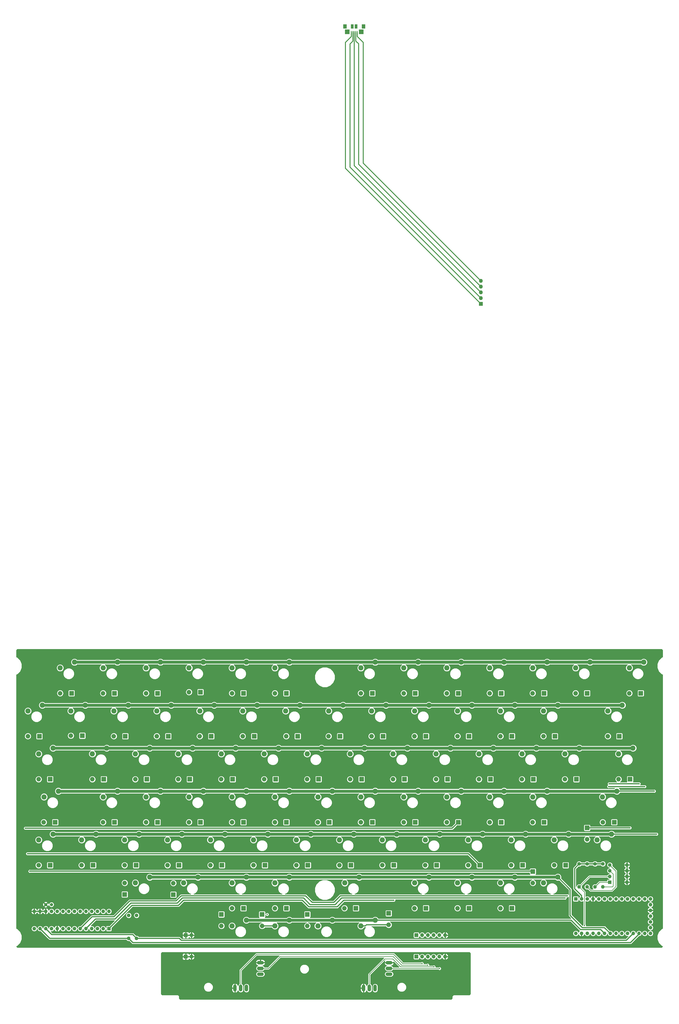
<source format=gtl>
G04 #@! TF.GenerationSoftware,KiCad,Pcbnew,(5.0.0-3-g5ebb6b6)*
G04 #@! TF.CreationDate,2018-10-11T23:35:49+09:00*
G04 #@! TF.ProjectId,asceension,61736365656E73696F6E2E6B69636164,1*
G04 #@! TF.SameCoordinates,PXfde07cc8PYa7cf40c*
G04 #@! TF.FileFunction,Copper,L1,Top,Signal*
G04 #@! TF.FilePolarity,Positive*
%FSLAX46Y46*%
G04 Gerber Fmt 4.6, Leading zero omitted, Abs format (unit mm)*
G04 Created by KiCad (PCBNEW (5.0.0-3-g5ebb6b6)) date Thursday, October 11, 2018 at 11:35:49 PM*
%MOMM*%
%LPD*%
G01*
G04 APERTURE LIST*
G04 #@! TA.AperFunction,SMDPad,CuDef*
%ADD10R,1.600000X1.900000*%
G04 #@! TD*
G04 #@! TA.AperFunction,SMDPad,CuDef*
%ADD11R,1.200000X1.900000*%
G04 #@! TD*
G04 #@! TA.AperFunction,SMDPad,CuDef*
%ADD12R,2.100000X2.000000*%
G04 #@! TD*
G04 #@! TA.AperFunction,SMDPad,CuDef*
%ADD13R,0.385000X1.350000*%
G04 #@! TD*
G04 #@! TA.AperFunction,ComponentPad*
%ADD14O,3.000000X1.500000*%
G04 #@! TD*
G04 #@! TA.AperFunction,ComponentPad*
%ADD15O,1.500000X3.000000*%
G04 #@! TD*
G04 #@! TA.AperFunction,ComponentPad*
%ADD16R,1.600000X1.600000*%
G04 #@! TD*
G04 #@! TA.AperFunction,ComponentPad*
%ADD17O,1.600000X1.600000*%
G04 #@! TD*
G04 #@! TA.AperFunction,ComponentPad*
%ADD18C,2.286000*%
G04 #@! TD*
G04 #@! TA.AperFunction,ComponentPad*
%ADD19C,1.600000*%
G04 #@! TD*
G04 #@! TA.AperFunction,ComponentPad*
%ADD20C,1.400000*%
G04 #@! TD*
G04 #@! TA.AperFunction,ComponentPad*
%ADD21R,1.700000X1.700000*%
G04 #@! TD*
G04 #@! TA.AperFunction,ComponentPad*
%ADD22O,1.700000X1.700000*%
G04 #@! TD*
G04 #@! TA.AperFunction,ComponentPad*
%ADD23R,2.000000X2.000000*%
G04 #@! TD*
G04 #@! TA.AperFunction,ComponentPad*
%ADD24O,2.000000X2.000000*%
G04 #@! TD*
G04 #@! TA.AperFunction,ViaPad*
%ADD25C,0.600000*%
G04 #@! TD*
G04 #@! TA.AperFunction,Conductor*
%ADD26C,0.508000*%
G04 #@! TD*
G04 #@! TA.AperFunction,Conductor*
%ADD27C,0.254000*%
G04 #@! TD*
G04 #@! TA.AperFunction,Conductor*
%ADD28C,1.270000*%
G04 #@! TD*
G04 #@! TA.AperFunction,Conductor*
%ADD29C,0.381000*%
G04 #@! TD*
G04 APERTURE END LIST*
D10*
G04 #@! TO.P,J6,6*
G04 #@! TO.N,N/C*
X160900000Y438550000D03*
D11*
X164150000Y438550000D03*
X165850000Y438550000D03*
D10*
X169100000Y438550000D03*
D12*
X168100000Y436200000D03*
X161900000Y436200000D03*
D13*
G04 #@! TO.P,J6,5*
G04 #@! TO.N,Net-(J5-Pad5)*
X166300000Y435875000D03*
G04 #@! TO.P,J6,4*
G04 #@! TO.N,Net-(J5-Pad4)*
X165650000Y435875000D03*
G04 #@! TO.P,J6,3*
G04 #@! TO.N,Net-(J5-Pad3)*
X165000000Y435875000D03*
G04 #@! TO.P,J6,2*
G04 #@! TO.N,Net-(J5-Pad2)*
X164350000Y435875000D03*
G04 #@! TO.P,J6,1*
G04 #@! TO.N,Net-(J5-Pad1)*
X163700000Y435875000D03*
G04 #@! TD*
D14*
G04 #@! TO.P,JPAD2,1*
G04 #@! TO.N,GND*
X180400000Y24840000D03*
G04 #@! TO.P,JPAD2,2*
G04 #@! TO.N,Net-(J1-Pad5)*
X180400000Y22300000D03*
G04 #@! TO.P,JPAD2,3*
G04 #@! TO.N,+5V*
X180400000Y19760000D03*
D15*
G04 #@! TO.P,JPAD2,4*
X174240000Y13600000D03*
G04 #@! TO.P,JPAD2,5*
G04 #@! TO.N,Net-(J1-Pad4)*
X171700000Y13600000D03*
G04 #@! TO.P,JPAD2,6*
G04 #@! TO.N,GND*
X169160000Y13600000D03*
G04 #@! TD*
D16*
G04 #@! TO.P,U1,1*
G04 #@! TO.N,Net-(U1-Pad1)*
X262999640Y53021100D03*
D17*
G04 #@! TO.P,U1,20*
G04 #@! TO.N,Net-(U1-Pad20)*
X296019640Y37781100D03*
G04 #@! TO.P,U1,2*
G04 #@! TO.N,+5V*
X265539640Y53021100D03*
G04 #@! TO.P,U1,21*
G04 #@! TO.N,Net-(U1-Pad21)*
X293479640Y37781100D03*
G04 #@! TO.P,U1,3*
G04 #@! TO.N,Net-(U1-Pad3)*
X268079640Y53021100D03*
G04 #@! TO.P,U1,22*
G04 #@! TO.N,Net-(R5-Pad2)*
X290939640Y37781100D03*
G04 #@! TO.P,U1,4*
G04 #@! TO.N,GND*
X270619640Y53021100D03*
G04 #@! TO.P,U1,23*
G04 #@! TO.N,Net-(R6-Pad2)*
X288399640Y37781100D03*
G04 #@! TO.P,U1,5*
G04 #@! TO.N,/JPAD_LY*
X273159640Y53021100D03*
G04 #@! TO.P,U1,24*
G04 #@! TO.N,Net-(U1-Pad24)*
X285859640Y37781100D03*
G04 #@! TO.P,U1,6*
G04 #@! TO.N,/JPAD_LX*
X275699640Y53021100D03*
G04 #@! TO.P,U1,25*
G04 #@! TO.N,/DSW4*
X283319640Y37781100D03*
G04 #@! TO.P,U1,7*
G04 #@! TO.N,/JPAD_RY*
X278239640Y53021100D03*
G04 #@! TO.P,U1,26*
G04 #@! TO.N,ROW4*
X280779640Y37781100D03*
G04 #@! TO.P,U1,8*
G04 #@! TO.N,/JPAD_RX*
X280779640Y53021100D03*
G04 #@! TO.P,U1,27*
G04 #@! TO.N,ROW5*
X278239640Y37781100D03*
G04 #@! TO.P,U1,9*
G04 #@! TO.N,Net-(U1-Pad9)*
X283319640Y53021100D03*
G04 #@! TO.P,U1,28*
G04 #@! TO.N,ROW6*
X275699640Y37781100D03*
G04 #@! TO.P,U1,10*
G04 #@! TO.N,Net-(U1-Pad10)*
X285859640Y53021100D03*
G04 #@! TO.P,U1,29*
G04 #@! TO.N,/DSW2*
X273159640Y37781100D03*
G04 #@! TO.P,U1,11*
G04 #@! TO.N,ROW0*
X288399640Y53021100D03*
G04 #@! TO.P,U1,30*
G04 #@! TO.N,Net-(U1-Pad30)*
X270619640Y37781100D03*
G04 #@! TO.P,U1,12*
G04 #@! TO.N,ROW1*
X290939640Y53021100D03*
G04 #@! TO.P,U1,31*
G04 #@! TO.N,Net-(U1-Pad31)*
X268079640Y37781100D03*
G04 #@! TO.P,U1,13*
G04 #@! TO.N,ROW2*
X293479640Y53021100D03*
G04 #@! TO.P,U1,32*
G04 #@! TO.N,GND*
X265539640Y37781100D03*
G04 #@! TO.P,U1,14*
G04 #@! TO.N,Net-(U1-Pad14)*
X296019640Y53021100D03*
G04 #@! TO.P,U1,33*
G04 #@! TO.N,Net-(U1-Pad33)*
X262999640Y37781100D03*
G04 #@! TO.P,U1,15*
G04 #@! TO.N,Net-(U1-Pad15)*
X296019640Y50481100D03*
G04 #@! TO.P,U1,16*
G04 #@! TO.N,GND*
X296019640Y47941100D03*
G04 #@! TO.P,U1,17*
G04 #@! TO.N,ROW3*
X296019640Y45401100D03*
G04 #@! TO.P,U1,18*
G04 #@! TO.N,/DSW3*
X296019640Y42861100D03*
G04 #@! TO.P,U1,19*
G04 #@! TO.N,/DSW1*
X296019640Y40321100D03*
G04 #@! TD*
D18*
G04 #@! TO.P,SW55,1*
G04 #@! TO.N,ROW5*
X167174640Y62631100D03*
G04 #@! TO.P,SW55,2*
G04 #@! TO.N,Net-(D55-Pad2)*
X160824640Y60091100D03*
G04 #@! TD*
G04 #@! TO.P,SW34,1*
G04 #@! TO.N,ROW5*
X95924640Y62631100D03*
G04 #@! TO.P,SW34,2*
G04 #@! TO.N,Net-(D34-Pad2)*
X89574640Y60091100D03*
G04 #@! TD*
G04 #@! TO.P,SW93,1*
G04 #@! TO.N,ROW1*
X283549640Y138631100D03*
G04 #@! TO.P,SW93,2*
G04 #@! TO.N,Net-(D93-Pad2)*
X277199640Y136091100D03*
G04 #@! TD*
G04 #@! TO.P,SW94,1*
G04 #@! TO.N,ROW2*
X288299640Y119631100D03*
G04 #@! TO.P,SW94,2*
G04 #@! TO.N,Net-(D94-Pad2)*
X281949640Y117091100D03*
G04 #@! TD*
G04 #@! TO.P,SW4,1*
G04 #@! TO.N,ROW3*
X34174640Y100631100D03*
G04 #@! TO.P,SW4,2*
G04 #@! TO.N,Net-(D4-Pad2)*
X27824640Y98091100D03*
G04 #@! TD*
G04 #@! TO.P,SW3,1*
G04 #@! TO.N,ROW2*
X31799640Y119631100D03*
G04 #@! TO.P,SW3,2*
G04 #@! TO.N,Net-(D3-Pad2)*
X25449640Y117091100D03*
G04 #@! TD*
D16*
G04 #@! TO.P,U2,1*
G04 #@! TO.N,COL8*
X56509640Y39901100D03*
D17*
G04 #@! TO.P,U2,15*
G04 #@! TO.N,GND*
X23489640Y47521100D03*
G04 #@! TO.P,U2,2*
G04 #@! TO.N,COL9*
X53969640Y39901100D03*
G04 #@! TO.P,U2,16*
G04 #@! TO.N,GND*
X26029640Y47521100D03*
G04 #@! TO.P,U2,3*
G04 #@! TO.N,COL10*
X51429640Y39901100D03*
G04 #@! TO.P,U2,17*
G04 #@! TO.N,GND*
X28569640Y47521100D03*
G04 #@! TO.P,U2,4*
G04 #@! TO.N,COL11*
X48889640Y39901100D03*
G04 #@! TO.P,U2,18*
G04 #@! TO.N,+5V*
X31109640Y47521100D03*
G04 #@! TO.P,U2,5*
G04 #@! TO.N,COL12*
X46349640Y39901100D03*
G04 #@! TO.P,U2,19*
G04 #@! TO.N,Net-(U2-Pad19)*
X33649640Y47521100D03*
G04 #@! TO.P,U2,6*
G04 #@! TO.N,COL13*
X43809640Y39901100D03*
G04 #@! TO.P,U2,20*
G04 #@! TO.N,Net-(U2-Pad20)*
X36189640Y47521100D03*
G04 #@! TO.P,U2,7*
G04 #@! TO.N,Net-(U2-Pad7)*
X41269640Y39901100D03*
G04 #@! TO.P,U2,21*
G04 #@! TO.N,COL0*
X38729640Y47521100D03*
G04 #@! TO.P,U2,8*
G04 #@! TO.N,Net-(U2-Pad8)*
X38729640Y39901100D03*
G04 #@! TO.P,U2,22*
G04 #@! TO.N,COL1*
X41269640Y47521100D03*
G04 #@! TO.P,U2,9*
G04 #@! TO.N,+5V*
X36189640Y39901100D03*
G04 #@! TO.P,U2,23*
G04 #@! TO.N,COL2*
X43809640Y47521100D03*
G04 #@! TO.P,U2,10*
G04 #@! TO.N,GND*
X33649640Y39901100D03*
G04 #@! TO.P,U2,24*
G04 #@! TO.N,COL3*
X46349640Y47521100D03*
G04 #@! TO.P,U2,11*
G04 #@! TO.N,N/C*
X31109640Y39901100D03*
G04 #@! TO.P,U2,25*
G04 #@! TO.N,COL4*
X48889640Y47521100D03*
G04 #@! TO.P,U2,12*
G04 #@! TO.N,Net-(R6-Pad2)*
X28569640Y39901100D03*
G04 #@! TO.P,U2,26*
G04 #@! TO.N,COL5*
X51429640Y47521100D03*
G04 #@! TO.P,U2,13*
G04 #@! TO.N,Net-(R5-Pad2)*
X26029640Y39901100D03*
G04 #@! TO.P,U2,27*
G04 #@! TO.N,COL6*
X53969640Y47521100D03*
G04 #@! TO.P,U2,14*
G04 #@! TO.N,N/C*
X23489640Y39901100D03*
G04 #@! TO.P,U2,28*
G04 #@! TO.N,COL7*
X56509640Y47521100D03*
G04 #@! TD*
D19*
G04 #@! TO.P,R6,1*
G04 #@! TO.N,+5V*
X68750000Y45750000D03*
D17*
G04 #@! TO.P,R6,2*
G04 #@! TO.N,Net-(R6-Pad2)*
X68750000Y35590000D03*
G04 #@! TD*
D19*
G04 #@! TO.P,R5,1*
G04 #@! TO.N,+5V*
X65250000Y45750000D03*
D17*
G04 #@! TO.P,R5,2*
G04 #@! TO.N,Net-(R5-Pad2)*
X65250000Y35590000D03*
G04 #@! TD*
D19*
G04 #@! TO.P,R4,1*
G04 #@! TO.N,+5V*
X271500000Y68500000D03*
D17*
G04 #@! TO.P,R4,2*
G04 #@! TO.N,/DSW1*
X271500000Y58340000D03*
G04 #@! TD*
D19*
G04 #@! TO.P,R3,1*
G04 #@! TO.N,+5V*
X264500000Y68500000D03*
D17*
G04 #@! TO.P,R3,2*
G04 #@! TO.N,/DSW2*
X264500000Y58340000D03*
G04 #@! TD*
D19*
G04 #@! TO.P,R2,1*
G04 #@! TO.N,+5V*
X275000000Y68500000D03*
D17*
G04 #@! TO.P,R2,2*
G04 #@! TO.N,/DSW3*
X275000000Y58340000D03*
G04 #@! TD*
D19*
G04 #@! TO.P,R1,1*
G04 #@! TO.N,+5V*
X268000000Y68500000D03*
D17*
G04 #@! TO.P,R1,2*
G04 #@! TO.N,/DSW4*
X268000000Y58340000D03*
G04 #@! TD*
D14*
G04 #@! TO.P,JPAD1,1*
G04 #@! TO.N,GND*
X123500000Y24840000D03*
G04 #@! TO.P,JPAD1,2*
G04 #@! TO.N,Net-(J1-Pad3)*
X123500000Y22300000D03*
G04 #@! TO.P,JPAD1,3*
G04 #@! TO.N,+5V*
X123500000Y19760000D03*
D15*
G04 #@! TO.P,JPAD1,4*
X117340000Y13600000D03*
G04 #@! TO.P,JPAD1,5*
G04 #@! TO.N,Net-(J1-Pad2)*
X114800000Y13600000D03*
G04 #@! TO.P,JPAD1,6*
G04 #@! TO.N,GND*
X112260000Y13600000D03*
G04 #@! TD*
D16*
G04 #@! TO.P,DSW1,1*
G04 #@! TO.N,/DSW1*
X278050000Y60400000D03*
D17*
G04 #@! TO.P,DSW1,5*
G04 #@! TO.N,GND*
X285670000Y68020000D03*
G04 #@! TO.P,DSW1,2*
G04 #@! TO.N,/DSW2*
X278050000Y62940000D03*
G04 #@! TO.P,DSW1,6*
G04 #@! TO.N,GND*
X285670000Y65480000D03*
G04 #@! TO.P,DSW1,3*
G04 #@! TO.N,/DSW3*
X278050000Y65480000D03*
G04 #@! TO.P,DSW1,7*
G04 #@! TO.N,GND*
X285670000Y62940000D03*
G04 #@! TO.P,DSW1,4*
G04 #@! TO.N,/DSW4*
X278050000Y68020000D03*
G04 #@! TO.P,DSW1,8*
G04 #@! TO.N,GND*
X285670000Y60400000D03*
G04 #@! TD*
D18*
G04 #@! TO.P,SW88,1*
G04 #@! TO.N,ROW3*
X281174640Y100631100D03*
G04 #@! TO.P,SW88,2*
G04 #@! TO.N,Net-(D88-Pad2)*
X274824640Y98091100D03*
G04 #@! TD*
G04 #@! TO.P,SW82,1*
G04 #@! TO.N,ROW4*
X240799640Y81631100D03*
G04 #@! TO.P,SW82,2*
G04 #@! TO.N,Net-(D82-Pad2)*
X234449640Y79091100D03*
G04 #@! TD*
G04 #@! TO.P,SW2,1*
G04 #@! TO.N,ROW1*
X27049640Y138631100D03*
G04 #@! TO.P,SW2,2*
G04 #@! TO.N,Net-(D2-Pad2)*
X20699640Y136091100D03*
G04 #@! TD*
G04 #@! TO.P,SW5,1*
G04 #@! TO.N,ROW4*
X31799640Y81631100D03*
G04 #@! TO.P,SW5,2*
G04 #@! TO.N,Net-(D5-Pad2)*
X25449640Y79091100D03*
G04 #@! TD*
G04 #@! TO.P,SW8,1*
G04 #@! TO.N,ROW0*
X41299640Y157631100D03*
G04 #@! TO.P,SW8,2*
G04 #@! TO.N,Net-(D8-Pad2)*
X34949640Y155091100D03*
G04 #@! TD*
G04 #@! TO.P,SW9,1*
G04 #@! TO.N,ROW1*
X46049640Y138631100D03*
G04 #@! TO.P,SW9,2*
G04 #@! TO.N,Net-(D9-Pad2)*
X39699640Y136091100D03*
G04 #@! TD*
G04 #@! TO.P,SW10,1*
G04 #@! TO.N,ROW2*
X55549640Y119631100D03*
G04 #@! TO.P,SW10,2*
G04 #@! TO.N,Net-(D10-Pad2)*
X49199640Y117091100D03*
G04 #@! TD*
G04 #@! TO.P,SW11,1*
G04 #@! TO.N,ROW3*
X60299640Y100631100D03*
G04 #@! TO.P,SW11,2*
G04 #@! TO.N,Net-(D11-Pad2)*
X53949640Y98091100D03*
G04 #@! TD*
G04 #@! TO.P,SW12,1*
G04 #@! TO.N,ROW4*
X50799640Y81631100D03*
G04 #@! TO.P,SW12,2*
G04 #@! TO.N,Net-(D12-Pad2)*
X44449640Y79091100D03*
G04 #@! TD*
G04 #@! TO.P,SW15,1*
G04 #@! TO.N,ROW0*
X60299640Y157631100D03*
G04 #@! TO.P,SW15,2*
G04 #@! TO.N,Net-(D15-Pad2)*
X53949640Y155091100D03*
G04 #@! TD*
G04 #@! TO.P,SW16,1*
G04 #@! TO.N,ROW1*
X65049640Y138631100D03*
G04 #@! TO.P,SW16,2*
G04 #@! TO.N,Net-(D16-Pad2)*
X58699640Y136091100D03*
G04 #@! TD*
G04 #@! TO.P,SW17,1*
G04 #@! TO.N,ROW2*
X74549640Y119631100D03*
G04 #@! TO.P,SW17,2*
G04 #@! TO.N,Net-(D17-Pad2)*
X68199640Y117091100D03*
G04 #@! TD*
G04 #@! TO.P,SW18,1*
G04 #@! TO.N,ROW3*
X79299640Y100631100D03*
G04 #@! TO.P,SW18,2*
G04 #@! TO.N,Net-(D18-Pad2)*
X72949640Y98091100D03*
G04 #@! TD*
G04 #@! TO.P,SW19,1*
G04 #@! TO.N,ROW4*
X69799640Y81631100D03*
G04 #@! TO.P,SW19,2*
G04 #@! TO.N,Net-(D19-Pad2)*
X63449640Y79091100D03*
G04 #@! TD*
G04 #@! TO.P,SW22,1*
G04 #@! TO.N,ROW0*
X79299640Y157631100D03*
G04 #@! TO.P,SW22,2*
G04 #@! TO.N,Net-(D22-Pad2)*
X72949640Y155091100D03*
G04 #@! TD*
G04 #@! TO.P,SW23,1*
G04 #@! TO.N,ROW1*
X84049640Y138631100D03*
G04 #@! TO.P,SW23,2*
G04 #@! TO.N,Net-(D23-Pad2)*
X77699640Y136091100D03*
G04 #@! TD*
G04 #@! TO.P,SW24,1*
G04 #@! TO.N,ROW2*
X93549640Y119631100D03*
G04 #@! TO.P,SW24,2*
G04 #@! TO.N,Net-(D24-Pad2)*
X87199640Y117091100D03*
G04 #@! TD*
G04 #@! TO.P,SW25,1*
G04 #@! TO.N,ROW3*
X98299640Y100631100D03*
G04 #@! TO.P,SW25,2*
G04 #@! TO.N,Net-(D25-Pad2)*
X91949640Y98091100D03*
G04 #@! TD*
G04 #@! TO.P,SW26,1*
G04 #@! TO.N,ROW4*
X88799640Y81631100D03*
G04 #@! TO.P,SW26,2*
G04 #@! TO.N,Net-(D26-Pad2)*
X82449640Y79091100D03*
G04 #@! TD*
G04 #@! TO.P,SW27,1*
G04 #@! TO.N,ROW5*
X74549640Y62631100D03*
G04 #@! TO.P,SW27,2*
G04 #@! TO.N,Net-(D27-Pad2)*
X68199640Y60091100D03*
G04 #@! TD*
G04 #@! TO.P,SW29,1*
G04 #@! TO.N,ROW0*
X98299640Y157631100D03*
G04 #@! TO.P,SW29,2*
G04 #@! TO.N,Net-(D29-Pad2)*
X91949640Y155091100D03*
G04 #@! TD*
G04 #@! TO.P,SW30,1*
G04 #@! TO.N,ROW1*
X103049640Y138631100D03*
G04 #@! TO.P,SW30,2*
G04 #@! TO.N,Net-(D30-Pad2)*
X96699640Y136091100D03*
G04 #@! TD*
G04 #@! TO.P,SW31,1*
G04 #@! TO.N,ROW2*
X112549640Y119631100D03*
G04 #@! TO.P,SW31,2*
G04 #@! TO.N,Net-(D31-Pad2)*
X106199640Y117091100D03*
G04 #@! TD*
G04 #@! TO.P,SW32,1*
G04 #@! TO.N,ROW3*
X117299640Y100631100D03*
G04 #@! TO.P,SW32,2*
G04 #@! TO.N,Net-(D32-Pad2)*
X110949640Y98091100D03*
G04 #@! TD*
G04 #@! TO.P,SW33,1*
G04 #@! TO.N,ROW4*
X107799640Y81631100D03*
G04 #@! TO.P,SW33,2*
G04 #@! TO.N,Net-(D33-Pad2)*
X101449640Y79091100D03*
G04 #@! TD*
G04 #@! TO.P,SW36,1*
G04 #@! TO.N,ROW0*
X117299640Y157631100D03*
G04 #@! TO.P,SW36,2*
G04 #@! TO.N,Net-(D36-Pad2)*
X110949640Y155091100D03*
G04 #@! TD*
G04 #@! TO.P,SW37,1*
G04 #@! TO.N,ROW1*
X122049640Y138631100D03*
G04 #@! TO.P,SW37,2*
G04 #@! TO.N,Net-(D37-Pad2)*
X115699640Y136091100D03*
G04 #@! TD*
G04 #@! TO.P,SW38,1*
G04 #@! TO.N,ROW2*
X131549640Y119631100D03*
G04 #@! TO.P,SW38,2*
G04 #@! TO.N,Net-(D38-Pad2)*
X125199640Y117091100D03*
G04 #@! TD*
G04 #@! TO.P,SW39,1*
G04 #@! TO.N,ROW3*
X136299640Y100631100D03*
G04 #@! TO.P,SW39,2*
G04 #@! TO.N,Net-(D39-Pad2)*
X129949640Y98091100D03*
G04 #@! TD*
G04 #@! TO.P,SW40,1*
G04 #@! TO.N,ROW4*
X126799640Y81631100D03*
G04 #@! TO.P,SW40,2*
G04 #@! TO.N,Net-(D40-Pad2)*
X120449640Y79091100D03*
G04 #@! TD*
G04 #@! TO.P,SW41,1*
G04 #@! TO.N,ROW5*
X117299640Y62631100D03*
G04 #@! TO.P,SW41,2*
G04 #@! TO.N,Net-(D41-Pad2)*
X110949640Y60091100D03*
G04 #@! TD*
G04 #@! TO.P,SW42,1*
G04 #@! TO.N,ROW6*
X117299640Y43631100D03*
G04 #@! TO.P,SW42,2*
G04 #@! TO.N,Net-(D42-Pad2)*
X110949640Y41091100D03*
G04 #@! TD*
G04 #@! TO.P,SW43,1*
G04 #@! TO.N,ROW0*
X136299640Y157631100D03*
G04 #@! TO.P,SW43,2*
G04 #@! TO.N,Net-(D43-Pad2)*
X129949640Y155091100D03*
G04 #@! TD*
G04 #@! TO.P,SW44,1*
G04 #@! TO.N,ROW1*
X141049640Y138631100D03*
G04 #@! TO.P,SW44,2*
G04 #@! TO.N,Net-(D44-Pad2)*
X134699640Y136091100D03*
G04 #@! TD*
G04 #@! TO.P,SW45,1*
G04 #@! TO.N,ROW2*
X150549640Y119631100D03*
G04 #@! TO.P,SW45,2*
G04 #@! TO.N,Net-(D45-Pad2)*
X144199640Y117091100D03*
G04 #@! TD*
G04 #@! TO.P,SW46,1*
G04 #@! TO.N,ROW3*
X155299640Y100631100D03*
G04 #@! TO.P,SW46,2*
G04 #@! TO.N,Net-(D46-Pad2)*
X148949640Y98091100D03*
G04 #@! TD*
G04 #@! TO.P,SW47,1*
G04 #@! TO.N,ROW4*
X145799640Y81631100D03*
G04 #@! TO.P,SW47,2*
G04 #@! TO.N,Net-(D47-Pad2)*
X139449640Y79091100D03*
G04 #@! TD*
G04 #@! TO.P,SW48,1*
G04 #@! TO.N,ROW5*
X136299640Y62631100D03*
G04 #@! TO.P,SW48,2*
G04 #@! TO.N,Net-(D48-Pad2)*
X129949640Y60091100D03*
G04 #@! TD*
G04 #@! TO.P,SW49,1*
G04 #@! TO.N,ROW6*
X136299640Y43631100D03*
G04 #@! TO.P,SW49,2*
G04 #@! TO.N,Net-(D49-Pad2)*
X129949640Y41091100D03*
G04 #@! TD*
G04 #@! TO.P,SW50,1*
G04 #@! TO.N,ROW0*
X174299640Y157631100D03*
G04 #@! TO.P,SW50,2*
G04 #@! TO.N,Net-(D50-Pad2)*
X167949640Y155091100D03*
G04 #@! TD*
G04 #@! TO.P,SW51,1*
G04 #@! TO.N,ROW1*
X160049640Y138631100D03*
G04 #@! TO.P,SW51,2*
G04 #@! TO.N,Net-(D51-Pad2)*
X153699640Y136091100D03*
G04 #@! TD*
G04 #@! TO.P,SW52,1*
G04 #@! TO.N,ROW2*
X169549640Y119631100D03*
G04 #@! TO.P,SW52,2*
G04 #@! TO.N,Net-(D52-Pad2)*
X163199640Y117091100D03*
G04 #@! TD*
G04 #@! TO.P,SW53,1*
G04 #@! TO.N,ROW3*
X174299640Y100631100D03*
G04 #@! TO.P,SW53,2*
G04 #@! TO.N,Net-(D53-Pad2)*
X167949640Y98091100D03*
G04 #@! TD*
G04 #@! TO.P,SW54,1*
G04 #@! TO.N,ROW4*
X164799640Y81631100D03*
G04 #@! TO.P,SW54,2*
G04 #@! TO.N,Net-(D54-Pad2)*
X158449640Y79091100D03*
G04 #@! TD*
G04 #@! TO.P,SW56,1*
G04 #@! TO.N,ROW6*
X155299640Y43631100D03*
G04 #@! TO.P,SW56,2*
G04 #@! TO.N,Net-(D56-Pad2)*
X148949640Y41091100D03*
G04 #@! TD*
G04 #@! TO.P,SW57,1*
G04 #@! TO.N,ROW0*
X193299640Y157631100D03*
G04 #@! TO.P,SW57,2*
G04 #@! TO.N,Net-(D57-Pad2)*
X186949640Y155091100D03*
G04 #@! TD*
G04 #@! TO.P,SW58,1*
G04 #@! TO.N,ROW1*
X179049640Y138631100D03*
G04 #@! TO.P,SW58,2*
G04 #@! TO.N,Net-(D58-Pad2)*
X172699640Y136091100D03*
G04 #@! TD*
G04 #@! TO.P,SW59,1*
G04 #@! TO.N,ROW2*
X188549640Y119631100D03*
G04 #@! TO.P,SW59,2*
G04 #@! TO.N,Net-(D59-Pad2)*
X182199640Y117091100D03*
G04 #@! TD*
G04 #@! TO.P,SW60,1*
G04 #@! TO.N,ROW3*
X193299640Y100631100D03*
G04 #@! TO.P,SW60,2*
G04 #@! TO.N,Net-(D60-Pad2)*
X186949640Y98091100D03*
G04 #@! TD*
G04 #@! TO.P,SW61,1*
G04 #@! TO.N,ROW4*
X183799640Y81631100D03*
G04 #@! TO.P,SW61,2*
G04 #@! TO.N,Net-(D61-Pad2)*
X177449640Y79091100D03*
G04 #@! TD*
G04 #@! TO.P,SW62,1*
G04 #@! TO.N,ROW5*
X198049640Y62631100D03*
G04 #@! TO.P,SW62,2*
G04 #@! TO.N,Net-(D62-Pad2)*
X191699640Y60091100D03*
G04 #@! TD*
G04 #@! TO.P,SW63,1*
G04 #@! TO.N,ROW6*
X174299640Y43631100D03*
G04 #@! TO.P,SW63,2*
G04 #@! TO.N,Net-(D63-Pad2)*
X167949640Y41091100D03*
G04 #@! TD*
G04 #@! TO.P,SW64,1*
G04 #@! TO.N,ROW0*
X212299640Y157631100D03*
G04 #@! TO.P,SW64,2*
G04 #@! TO.N,Net-(D64-Pad2)*
X205949640Y155091100D03*
G04 #@! TD*
G04 #@! TO.P,SW65,1*
G04 #@! TO.N,ROW1*
X198049640Y138631100D03*
G04 #@! TO.P,SW65,2*
G04 #@! TO.N,Net-(D65-Pad2)*
X191699640Y136091100D03*
G04 #@! TD*
G04 #@! TO.P,SW66,1*
G04 #@! TO.N,ROW2*
X207549640Y119631100D03*
G04 #@! TO.P,SW66,2*
G04 #@! TO.N,Net-(D66-Pad2)*
X201199640Y117091100D03*
G04 #@! TD*
G04 #@! TO.P,SW67,1*
G04 #@! TO.N,ROW3*
X212299640Y100631100D03*
G04 #@! TO.P,SW67,2*
G04 #@! TO.N,Net-(D67-Pad2)*
X205949640Y98091100D03*
G04 #@! TD*
G04 #@! TO.P,SW68,1*
G04 #@! TO.N,ROW4*
X202799640Y81631100D03*
G04 #@! TO.P,SW68,2*
G04 #@! TO.N,Net-(D68-Pad2)*
X196449640Y79091100D03*
G04 #@! TD*
G04 #@! TO.P,SW69,1*
G04 #@! TO.N,ROW5*
X217049640Y62631100D03*
G04 #@! TO.P,SW69,2*
G04 #@! TO.N,Net-(D69-Pad2)*
X210699640Y60091100D03*
G04 #@! TD*
G04 #@! TO.P,SW71,1*
G04 #@! TO.N,ROW0*
X231299640Y157631100D03*
G04 #@! TO.P,SW71,2*
G04 #@! TO.N,Net-(D71-Pad2)*
X224949640Y155091100D03*
G04 #@! TD*
G04 #@! TO.P,SW72,1*
G04 #@! TO.N,ROW1*
X217049640Y138631100D03*
G04 #@! TO.P,SW72,2*
G04 #@! TO.N,Net-(D72-Pad2)*
X210699640Y136091100D03*
G04 #@! TD*
G04 #@! TO.P,SW73,1*
G04 #@! TO.N,ROW2*
X226549640Y119631100D03*
G04 #@! TO.P,SW73,2*
G04 #@! TO.N,Net-(D73-Pad2)*
X220199640Y117091100D03*
G04 #@! TD*
G04 #@! TO.P,SW74,1*
G04 #@! TO.N,ROW3*
X231299640Y100631100D03*
G04 #@! TO.P,SW74,2*
G04 #@! TO.N,Net-(D74-Pad2)*
X224949640Y98091100D03*
G04 #@! TD*
G04 #@! TO.P,SW75,1*
G04 #@! TO.N,ROW4*
X221799640Y81631100D03*
G04 #@! TO.P,SW75,2*
G04 #@! TO.N,Net-(D75-Pad2)*
X215449640Y79091100D03*
G04 #@! TD*
G04 #@! TO.P,SW76,1*
G04 #@! TO.N,ROW5*
X236049640Y62631100D03*
G04 #@! TO.P,SW76,2*
G04 #@! TO.N,Net-(D76-Pad2)*
X229699640Y60091100D03*
G04 #@! TD*
G04 #@! TO.P,SW78,1*
G04 #@! TO.N,ROW0*
X250299640Y157631100D03*
G04 #@! TO.P,SW78,2*
G04 #@! TO.N,Net-(D78-Pad2)*
X243949640Y155091100D03*
G04 #@! TD*
G04 #@! TO.P,SW79,1*
G04 #@! TO.N,ROW1*
X236049640Y138631100D03*
G04 #@! TO.P,SW79,2*
G04 #@! TO.N,Net-(D79-Pad2)*
X229699640Y136091100D03*
G04 #@! TD*
G04 #@! TO.P,SW80,1*
G04 #@! TO.N,ROW2*
X245549640Y119631100D03*
G04 #@! TO.P,SW80,2*
G04 #@! TO.N,Net-(D80-Pad2)*
X239199640Y117091100D03*
G04 #@! TD*
G04 #@! TO.P,SW81,1*
G04 #@! TO.N,ROW3*
X250299640Y100631100D03*
G04 #@! TO.P,SW81,2*
G04 #@! TO.N,Net-(D81-Pad2)*
X243949640Y98091100D03*
G04 #@! TD*
G04 #@! TO.P,SW83,1*
G04 #@! TO.N,ROW5*
X255049640Y62631100D03*
G04 #@! TO.P,SW83,2*
G04 #@! TO.N,Net-(D83-Pad2)*
X248699640Y60091100D03*
G04 #@! TD*
G04 #@! TO.P,SW85,1*
G04 #@! TO.N,ROW0*
X269299640Y157631100D03*
G04 #@! TO.P,SW85,2*
G04 #@! TO.N,Net-(D85-Pad2)*
X262949640Y155091100D03*
G04 #@! TD*
G04 #@! TO.P,SW86,1*
G04 #@! TO.N,ROW1*
X255049640Y138631100D03*
G04 #@! TO.P,SW86,2*
G04 #@! TO.N,Net-(D86-Pad2)*
X248699640Y136091100D03*
G04 #@! TD*
G04 #@! TO.P,SW87,1*
G04 #@! TO.N,ROW2*
X264549640Y119631100D03*
G04 #@! TO.P,SW87,2*
G04 #@! TO.N,Net-(D87-Pad2)*
X258199640Y117091100D03*
G04 #@! TD*
G04 #@! TO.P,SW89,1*
G04 #@! TO.N,ROW4*
X259799640Y81631100D03*
G04 #@! TO.P,SW89,2*
G04 #@! TO.N,Net-(D89-Pad2)*
X253449640Y79091100D03*
G04 #@! TD*
G04 #@! TO.P,SW92,1*
G04 #@! TO.N,ROW0*
X293049640Y157631100D03*
G04 #@! TO.P,SW92,2*
G04 #@! TO.N,Net-(D92-Pad2)*
X286699640Y155091100D03*
G04 #@! TD*
G04 #@! TO.P,SW96,1*
G04 #@! TO.N,ROW4*
X278799640Y81631100D03*
G04 #@! TO.P,SW96,2*
G04 #@! TO.N,Net-(D96-Pad2)*
X272449640Y79091100D03*
G04 #@! TD*
D20*
G04 #@! TO.P,C1,1*
G04 #@! TO.N,+5V*
X31100000Y50500000D03*
G04 #@! TO.P,C1,2*
G04 #@! TO.N,GND*
X28600000Y50500000D03*
G04 #@! TD*
D21*
G04 #@! TO.P,J1,1*
G04 #@! TO.N,+5V*
X192500000Y27500000D03*
D22*
G04 #@! TO.P,J1,2*
G04 #@! TO.N,Net-(J1-Pad2)*
X195040000Y27500000D03*
G04 #@! TO.P,J1,3*
G04 #@! TO.N,Net-(J1-Pad3)*
X197580000Y27500000D03*
G04 #@! TO.P,J1,4*
G04 #@! TO.N,Net-(J1-Pad4)*
X200120000Y27500000D03*
G04 #@! TO.P,J1,5*
G04 #@! TO.N,Net-(J1-Pad5)*
X202660000Y27500000D03*
G04 #@! TO.P,J1,6*
G04 #@! TO.N,GND*
X205200000Y27500000D03*
G04 #@! TD*
D21*
G04 #@! TO.P,J2,1*
G04 #@! TO.N,+5V*
X192500000Y37000000D03*
D22*
G04 #@! TO.P,J2,2*
G04 #@! TO.N,/JPAD_LY*
X195040000Y37000000D03*
G04 #@! TO.P,J2,3*
G04 #@! TO.N,/JPAD_LX*
X197580000Y37000000D03*
G04 #@! TO.P,J2,4*
G04 #@! TO.N,/JPAD_RY*
X200120000Y37000000D03*
G04 #@! TO.P,J2,5*
G04 #@! TO.N,/JPAD_RX*
X202660000Y37000000D03*
G04 #@! TO.P,J2,6*
G04 #@! TO.N,GND*
X205200000Y37000000D03*
G04 #@! TD*
D21*
G04 #@! TO.P,J3,1*
G04 #@! TO.N,GND*
X90500000Y27500000D03*
D22*
G04 #@! TO.P,J3,2*
X93040000Y27500000D03*
G04 #@! TD*
D21*
G04 #@! TO.P,J4,1*
G04 #@! TO.N,GND*
X90500000Y37000000D03*
D22*
G04 #@! TO.P,J4,2*
X93040000Y37000000D03*
G04 #@! TD*
D23*
G04 #@! TO.P,D2,1*
G04 #@! TO.N,COL0*
X25759640Y124901100D03*
D24*
G04 #@! TO.P,D2,2*
G04 #@! TO.N,Net-(D2-Pad2)*
X20679640Y124901100D03*
G04 #@! TD*
D23*
G04 #@! TO.P,D3,1*
G04 #@! TO.N,COL0*
X30509640Y105901100D03*
D24*
G04 #@! TO.P,D3,2*
G04 #@! TO.N,Net-(D3-Pad2)*
X25429640Y105901100D03*
G04 #@! TD*
D23*
G04 #@! TO.P,D4,1*
G04 #@! TO.N,COL0*
X32759640Y86901100D03*
D24*
G04 #@! TO.P,D4,2*
G04 #@! TO.N,Net-(D4-Pad2)*
X27679640Y86901100D03*
G04 #@! TD*
D23*
G04 #@! TO.P,D5,1*
G04 #@! TO.N,COL0*
X30509640Y67901100D03*
D24*
G04 #@! TO.P,D5,2*
G04 #@! TO.N,Net-(D5-Pad2)*
X25429640Y67901100D03*
G04 #@! TD*
D23*
G04 #@! TO.P,D9,1*
G04 #@! TO.N,COL1*
X44759640Y125151100D03*
D24*
G04 #@! TO.P,D9,2*
G04 #@! TO.N,Net-(D9-Pad2)*
X39679640Y125151100D03*
G04 #@! TD*
D23*
G04 #@! TO.P,D10,1*
G04 #@! TO.N,COL1*
X54259640Y105901100D03*
D24*
G04 #@! TO.P,D10,2*
G04 #@! TO.N,Net-(D10-Pad2)*
X49179640Y105901100D03*
G04 #@! TD*
D23*
G04 #@! TO.P,D11,1*
G04 #@! TO.N,COL1*
X59009640Y86901100D03*
D24*
G04 #@! TO.P,D11,2*
G04 #@! TO.N,Net-(D11-Pad2)*
X53929640Y86901100D03*
G04 #@! TD*
D23*
G04 #@! TO.P,D12,1*
G04 #@! TO.N,COL1*
X49509640Y67901100D03*
D24*
G04 #@! TO.P,D12,2*
G04 #@! TO.N,Net-(D12-Pad2)*
X44429640Y67901100D03*
G04 #@! TD*
D23*
G04 #@! TO.P,D15,1*
G04 #@! TO.N,COL2*
X59009640Y143901100D03*
D24*
G04 #@! TO.P,D15,2*
G04 #@! TO.N,Net-(D15-Pad2)*
X53929640Y143901100D03*
G04 #@! TD*
D23*
G04 #@! TO.P,D16,1*
G04 #@! TO.N,COL2*
X63759640Y124901100D03*
D24*
G04 #@! TO.P,D16,2*
G04 #@! TO.N,Net-(D16-Pad2)*
X58679640Y124901100D03*
G04 #@! TD*
D23*
G04 #@! TO.P,D17,1*
G04 #@! TO.N,COL2*
X73259640Y105901100D03*
D24*
G04 #@! TO.P,D17,2*
G04 #@! TO.N,Net-(D17-Pad2)*
X68179640Y105901100D03*
G04 #@! TD*
D23*
G04 #@! TO.P,D18,1*
G04 #@! TO.N,COL2*
X78009640Y86901100D03*
D24*
G04 #@! TO.P,D18,2*
G04 #@! TO.N,Net-(D18-Pad2)*
X72929640Y86901100D03*
G04 #@! TD*
D23*
G04 #@! TO.P,D19,1*
G04 #@! TO.N,COL2*
X68509640Y67901100D03*
D24*
G04 #@! TO.P,D19,2*
G04 #@! TO.N,Net-(D19-Pad2)*
X63429640Y67901100D03*
G04 #@! TD*
D23*
G04 #@! TO.P,D22,1*
G04 #@! TO.N,COL3*
X78009640Y143901100D03*
D24*
G04 #@! TO.P,D22,2*
G04 #@! TO.N,Net-(D22-Pad2)*
X72929640Y143901100D03*
G04 #@! TD*
D23*
G04 #@! TO.P,D23,1*
G04 #@! TO.N,COL3*
X82759640Y124901100D03*
D24*
G04 #@! TO.P,D23,2*
G04 #@! TO.N,Net-(D23-Pad2)*
X77679640Y124901100D03*
G04 #@! TD*
D23*
G04 #@! TO.P,D24,1*
G04 #@! TO.N,COL3*
X92259640Y105901100D03*
D24*
G04 #@! TO.P,D24,2*
G04 #@! TO.N,Net-(D24-Pad2)*
X87179640Y105901100D03*
G04 #@! TD*
D23*
G04 #@! TO.P,D25,1*
G04 #@! TO.N,COL3*
X97009640Y86901100D03*
D24*
G04 #@! TO.P,D25,2*
G04 #@! TO.N,Net-(D25-Pad2)*
X91929640Y86901100D03*
G04 #@! TD*
D23*
G04 #@! TO.P,D26,1*
G04 #@! TO.N,COL3*
X87509640Y67901100D03*
D24*
G04 #@! TO.P,D26,2*
G04 #@! TO.N,Net-(D26-Pad2)*
X82429640Y67901100D03*
G04 #@! TD*
D23*
G04 #@! TO.P,D27,1*
G04 #@! TO.N,COL3*
X63500000Y55000000D03*
D24*
G04 #@! TO.P,D27,2*
G04 #@! TO.N,Net-(D27-Pad2)*
X63500000Y60080000D03*
G04 #@! TD*
D23*
G04 #@! TO.P,D29,1*
G04 #@! TO.N,COL4*
X97009640Y144401100D03*
D24*
G04 #@! TO.P,D29,2*
G04 #@! TO.N,Net-(D29-Pad2)*
X91929640Y144401100D03*
G04 #@! TD*
D23*
G04 #@! TO.P,D30,1*
G04 #@! TO.N,COL4*
X101759640Y124901100D03*
D24*
G04 #@! TO.P,D30,2*
G04 #@! TO.N,Net-(D30-Pad2)*
X96679640Y124901100D03*
G04 #@! TD*
D23*
G04 #@! TO.P,D31,1*
G04 #@! TO.N,COL4*
X111259640Y105901100D03*
D24*
G04 #@! TO.P,D31,2*
G04 #@! TO.N,Net-(D31-Pad2)*
X106179640Y105901100D03*
G04 #@! TD*
D23*
G04 #@! TO.P,D32,1*
G04 #@! TO.N,COL4*
X116009640Y86901100D03*
D24*
G04 #@! TO.P,D32,2*
G04 #@! TO.N,Net-(D32-Pad2)*
X110929640Y86901100D03*
G04 #@! TD*
D23*
G04 #@! TO.P,D33,1*
G04 #@! TO.N,COL4*
X106509640Y67901100D03*
D24*
G04 #@! TO.P,D33,2*
G04 #@! TO.N,Net-(D33-Pad2)*
X101429640Y67901100D03*
G04 #@! TD*
D23*
G04 #@! TO.P,D34,1*
G04 #@! TO.N,COL4*
X85009640Y54901100D03*
D24*
G04 #@! TO.P,D34,2*
G04 #@! TO.N,Net-(D34-Pad2)*
X85009640Y59981100D03*
G04 #@! TD*
D23*
G04 #@! TO.P,D36,1*
G04 #@! TO.N,COL5*
X116009640Y143901100D03*
D24*
G04 #@! TO.P,D36,2*
G04 #@! TO.N,Net-(D36-Pad2)*
X110929640Y143901100D03*
G04 #@! TD*
D23*
G04 #@! TO.P,D37,1*
G04 #@! TO.N,COL5*
X120759640Y124901100D03*
D24*
G04 #@! TO.P,D37,2*
G04 #@! TO.N,Net-(D37-Pad2)*
X115679640Y124901100D03*
G04 #@! TD*
D23*
G04 #@! TO.P,D38,1*
G04 #@! TO.N,COL5*
X130259640Y105901100D03*
D24*
G04 #@! TO.P,D38,2*
G04 #@! TO.N,Net-(D38-Pad2)*
X125179640Y105901100D03*
G04 #@! TD*
D23*
G04 #@! TO.P,D39,1*
G04 #@! TO.N,COL5*
X135009640Y86901100D03*
D24*
G04 #@! TO.P,D39,2*
G04 #@! TO.N,Net-(D39-Pad2)*
X129929640Y86901100D03*
G04 #@! TD*
D23*
G04 #@! TO.P,D40,1*
G04 #@! TO.N,COL5*
X125509640Y67901100D03*
D24*
G04 #@! TO.P,D40,2*
G04 #@! TO.N,Net-(D40-Pad2)*
X120429640Y67901100D03*
G04 #@! TD*
D23*
G04 #@! TO.P,D41,1*
G04 #@! TO.N,COL5*
X116009640Y48901100D03*
D24*
G04 #@! TO.P,D41,2*
G04 #@! TO.N,Net-(D41-Pad2)*
X110929640Y48901100D03*
G04 #@! TD*
D23*
G04 #@! TO.P,D42,1*
G04 #@! TO.N,COL5*
X106259640Y46151100D03*
D24*
G04 #@! TO.P,D42,2*
G04 #@! TO.N,Net-(D42-Pad2)*
X106259640Y41071100D03*
G04 #@! TD*
D23*
G04 #@! TO.P,D43,1*
G04 #@! TO.N,COL6*
X135009640Y143901100D03*
D24*
G04 #@! TO.P,D43,2*
G04 #@! TO.N,Net-(D43-Pad2)*
X129929640Y143901100D03*
G04 #@! TD*
D23*
G04 #@! TO.P,D44,1*
G04 #@! TO.N,COL6*
X140009640Y124901100D03*
D24*
G04 #@! TO.P,D44,2*
G04 #@! TO.N,Net-(D44-Pad2)*
X134929640Y124901100D03*
G04 #@! TD*
D23*
G04 #@! TO.P,D45,1*
G04 #@! TO.N,COL6*
X149259640Y105901100D03*
D24*
G04 #@! TO.P,D45,2*
G04 #@! TO.N,Net-(D45-Pad2)*
X144179640Y105901100D03*
G04 #@! TD*
D23*
G04 #@! TO.P,D46,1*
G04 #@! TO.N,COL6*
X154009640Y86901100D03*
D24*
G04 #@! TO.P,D46,2*
G04 #@! TO.N,Net-(D46-Pad2)*
X148929640Y86901100D03*
G04 #@! TD*
D23*
G04 #@! TO.P,D47,1*
G04 #@! TO.N,COL6*
X144509640Y67901100D03*
D24*
G04 #@! TO.P,D47,2*
G04 #@! TO.N,Net-(D47-Pad2)*
X139429640Y67901100D03*
G04 #@! TD*
D23*
G04 #@! TO.P,D48,1*
G04 #@! TO.N,COL6*
X135009640Y48901100D03*
D24*
G04 #@! TO.P,D48,2*
G04 #@! TO.N,Net-(D48-Pad2)*
X129929640Y48901100D03*
G04 #@! TD*
D23*
G04 #@! TO.P,D49,1*
G04 #@! TO.N,COL6*
X124259640Y46151100D03*
D24*
G04 #@! TO.P,D49,2*
G04 #@! TO.N,Net-(D49-Pad2)*
X124259640Y41071100D03*
G04 #@! TD*
D23*
G04 #@! TO.P,D50,1*
G04 #@! TO.N,COL7*
X173009640Y143901100D03*
D24*
G04 #@! TO.P,D50,2*
G04 #@! TO.N,Net-(D50-Pad2)*
X167929640Y143901100D03*
G04 #@! TD*
D23*
G04 #@! TO.P,D51,1*
G04 #@! TO.N,COL7*
X158759640Y124901100D03*
D24*
G04 #@! TO.P,D51,2*
G04 #@! TO.N,Net-(D51-Pad2)*
X153679640Y124901100D03*
G04 #@! TD*
D23*
G04 #@! TO.P,D52,1*
G04 #@! TO.N,COL7*
X168259640Y105901100D03*
D24*
G04 #@! TO.P,D52,2*
G04 #@! TO.N,Net-(D52-Pad2)*
X163179640Y105901100D03*
G04 #@! TD*
D23*
G04 #@! TO.P,D53,1*
G04 #@! TO.N,COL7*
X173009640Y86901100D03*
D24*
G04 #@! TO.P,D53,2*
G04 #@! TO.N,Net-(D53-Pad2)*
X167929640Y86901100D03*
G04 #@! TD*
D23*
G04 #@! TO.P,D54,1*
G04 #@! TO.N,COL7*
X163509640Y67901100D03*
D24*
G04 #@! TO.P,D54,2*
G04 #@! TO.N,Net-(D54-Pad2)*
X158429640Y67901100D03*
G04 #@! TD*
D23*
G04 #@! TO.P,D55,1*
G04 #@! TO.N,COL7*
X165759640Y48901100D03*
D24*
G04 #@! TO.P,D55,2*
G04 #@! TO.N,Net-(D55-Pad2)*
X160679640Y48901100D03*
G04 #@! TD*
D23*
G04 #@! TO.P,D56,1*
G04 #@! TO.N,COL7*
X144259640Y46151100D03*
D24*
G04 #@! TO.P,D56,2*
G04 #@! TO.N,Net-(D56-Pad2)*
X144259640Y41071100D03*
G04 #@! TD*
D23*
G04 #@! TO.P,D57,1*
G04 #@! TO.N,COL8*
X192009640Y143901100D03*
D24*
G04 #@! TO.P,D57,2*
G04 #@! TO.N,Net-(D57-Pad2)*
X186929640Y143901100D03*
G04 #@! TD*
D23*
G04 #@! TO.P,D58,1*
G04 #@! TO.N,COL8*
X177759640Y124901100D03*
D24*
G04 #@! TO.P,D58,2*
G04 #@! TO.N,Net-(D58-Pad2)*
X172679640Y124901100D03*
G04 #@! TD*
D23*
G04 #@! TO.P,D59,1*
G04 #@! TO.N,COL8*
X187259640Y105901100D03*
D24*
G04 #@! TO.P,D59,2*
G04 #@! TO.N,Net-(D59-Pad2)*
X182179640Y105901100D03*
G04 #@! TD*
D23*
G04 #@! TO.P,D60,1*
G04 #@! TO.N,COL8*
X192009640Y86901100D03*
D24*
G04 #@! TO.P,D60,2*
G04 #@! TO.N,Net-(D60-Pad2)*
X186929640Y86901100D03*
G04 #@! TD*
D23*
G04 #@! TO.P,D61,1*
G04 #@! TO.N,COL8*
X182509640Y67901100D03*
D24*
G04 #@! TO.P,D61,2*
G04 #@! TO.N,Net-(D61-Pad2)*
X177429640Y67901100D03*
G04 #@! TD*
D23*
G04 #@! TO.P,D62,1*
G04 #@! TO.N,COL8*
X196759640Y48901100D03*
D24*
G04 #@! TO.P,D62,2*
G04 #@! TO.N,Net-(D62-Pad2)*
X191679640Y48901100D03*
G04 #@! TD*
D23*
G04 #@! TO.P,D63,1*
G04 #@! TO.N,COL8*
X180259640Y46651100D03*
D24*
G04 #@! TO.P,D63,2*
G04 #@! TO.N,Net-(D63-Pad2)*
X180259640Y41571100D03*
G04 #@! TD*
D23*
G04 #@! TO.P,D64,1*
G04 #@! TO.N,COL9*
X211009640Y143901100D03*
D24*
G04 #@! TO.P,D64,2*
G04 #@! TO.N,Net-(D64-Pad2)*
X205929640Y143901100D03*
G04 #@! TD*
D23*
G04 #@! TO.P,D65,1*
G04 #@! TO.N,COL9*
X196759640Y124901100D03*
D24*
G04 #@! TO.P,D65,2*
G04 #@! TO.N,Net-(D65-Pad2)*
X191679640Y124901100D03*
G04 #@! TD*
D23*
G04 #@! TO.P,D66,1*
G04 #@! TO.N,COL9*
X206259640Y105901100D03*
D24*
G04 #@! TO.P,D66,2*
G04 #@! TO.N,Net-(D66-Pad2)*
X201179640Y105901100D03*
G04 #@! TD*
D23*
G04 #@! TO.P,D67,1*
G04 #@! TO.N,COL9*
X211009640Y86901100D03*
D24*
G04 #@! TO.P,D67,2*
G04 #@! TO.N,Net-(D67-Pad2)*
X205929640Y86901100D03*
G04 #@! TD*
D23*
G04 #@! TO.P,D68,1*
G04 #@! TO.N,COL9*
X201509640Y67901100D03*
D24*
G04 #@! TO.P,D68,2*
G04 #@! TO.N,Net-(D68-Pad2)*
X196429640Y67901100D03*
G04 #@! TD*
D23*
G04 #@! TO.P,D69,1*
G04 #@! TO.N,COL9*
X215759640Y48901100D03*
D24*
G04 #@! TO.P,D69,2*
G04 #@! TO.N,Net-(D69-Pad2)*
X210679640Y48901100D03*
G04 #@! TD*
D23*
G04 #@! TO.P,D71,1*
G04 #@! TO.N,COL10*
X230009640Y143901100D03*
D24*
G04 #@! TO.P,D71,2*
G04 #@! TO.N,Net-(D71-Pad2)*
X224929640Y143901100D03*
G04 #@! TD*
D23*
G04 #@! TO.P,D72,1*
G04 #@! TO.N,COL10*
X215759640Y124901100D03*
D24*
G04 #@! TO.P,D72,2*
G04 #@! TO.N,Net-(D72-Pad2)*
X210679640Y124901100D03*
G04 #@! TD*
D23*
G04 #@! TO.P,D73,1*
G04 #@! TO.N,COL10*
X225259640Y105901100D03*
D24*
G04 #@! TO.P,D73,2*
G04 #@! TO.N,Net-(D73-Pad2)*
X220179640Y105901100D03*
G04 #@! TD*
D23*
G04 #@! TO.P,D74,1*
G04 #@! TO.N,COL10*
X230009640Y86901100D03*
D24*
G04 #@! TO.P,D74,2*
G04 #@! TO.N,Net-(D74-Pad2)*
X224929640Y86901100D03*
G04 #@! TD*
D23*
G04 #@! TO.P,D75,1*
G04 #@! TO.N,COL10*
X220509640Y67901100D03*
D24*
G04 #@! TO.P,D75,2*
G04 #@! TO.N,Net-(D75-Pad2)*
X215429640Y67901100D03*
G04 #@! TD*
D23*
G04 #@! TO.P,D76,1*
G04 #@! TO.N,COL10*
X234759640Y48901100D03*
D24*
G04 #@! TO.P,D76,2*
G04 #@! TO.N,Net-(D76-Pad2)*
X229679640Y48901100D03*
G04 #@! TD*
D23*
G04 #@! TO.P,D78,1*
G04 #@! TO.N,COL11*
X249009640Y143901100D03*
D24*
G04 #@! TO.P,D78,2*
G04 #@! TO.N,Net-(D78-Pad2)*
X243929640Y143901100D03*
G04 #@! TD*
D23*
G04 #@! TO.P,D79,1*
G04 #@! TO.N,COL11*
X234759640Y124901100D03*
D24*
G04 #@! TO.P,D79,2*
G04 #@! TO.N,Net-(D79-Pad2)*
X229679640Y124901100D03*
G04 #@! TD*
D23*
G04 #@! TO.P,D80,1*
G04 #@! TO.N,COL11*
X244259640Y105901100D03*
D24*
G04 #@! TO.P,D80,2*
G04 #@! TO.N,Net-(D80-Pad2)*
X239179640Y105901100D03*
G04 #@! TD*
D23*
G04 #@! TO.P,D81,1*
G04 #@! TO.N,COL11*
X249009640Y86901100D03*
D24*
G04 #@! TO.P,D81,2*
G04 #@! TO.N,Net-(D81-Pad2)*
X243929640Y86901100D03*
G04 #@! TD*
D23*
G04 #@! TO.P,D82,1*
G04 #@! TO.N,COL11*
X239509640Y67901100D03*
D24*
G04 #@! TO.P,D82,2*
G04 #@! TO.N,Net-(D82-Pad2)*
X234429640Y67901100D03*
G04 #@! TD*
D23*
G04 #@! TO.P,D83,1*
G04 #@! TO.N,COL11*
X244009640Y65151100D03*
D24*
G04 #@! TO.P,D83,2*
G04 #@! TO.N,Net-(D83-Pad2)*
X244009640Y60071100D03*
G04 #@! TD*
D23*
G04 #@! TO.P,D85,1*
G04 #@! TO.N,COL12*
X268009640Y143901100D03*
D24*
G04 #@! TO.P,D85,2*
G04 #@! TO.N,Net-(D85-Pad2)*
X262929640Y143901100D03*
G04 #@! TD*
D23*
G04 #@! TO.P,D86,1*
G04 #@! TO.N,COL12*
X253759640Y124901100D03*
D24*
G04 #@! TO.P,D86,2*
G04 #@! TO.N,Net-(D86-Pad2)*
X248679640Y124901100D03*
G04 #@! TD*
D23*
G04 #@! TO.P,D87,1*
G04 #@! TO.N,COL12*
X263259640Y105901100D03*
D24*
G04 #@! TO.P,D87,2*
G04 #@! TO.N,Net-(D87-Pad2)*
X258179640Y105901100D03*
G04 #@! TD*
D23*
G04 #@! TO.P,D88,1*
G04 #@! TO.N,COL12*
X280009640Y86901100D03*
D24*
G04 #@! TO.P,D88,2*
G04 #@! TO.N,Net-(D88-Pad2)*
X274929640Y86901100D03*
G04 #@! TD*
D23*
G04 #@! TO.P,D89,1*
G04 #@! TO.N,COL12*
X258509640Y67901100D03*
D24*
G04 #@! TO.P,D89,2*
G04 #@! TO.N,Net-(D89-Pad2)*
X253429640Y67901100D03*
G04 #@! TD*
D23*
G04 #@! TO.P,D92,1*
G04 #@! TO.N,COL13*
X291759640Y143901100D03*
D24*
G04 #@! TO.P,D92,2*
G04 #@! TO.N,Net-(D92-Pad2)*
X286679640Y143901100D03*
G04 #@! TD*
D23*
G04 #@! TO.P,D93,1*
G04 #@! TO.N,COL13*
X282259640Y124901100D03*
D24*
G04 #@! TO.P,D93,2*
G04 #@! TO.N,Net-(D93-Pad2)*
X277179640Y124901100D03*
G04 #@! TD*
D23*
G04 #@! TO.P,D94,1*
G04 #@! TO.N,COL13*
X287009640Y105901100D03*
D24*
G04 #@! TO.P,D94,2*
G04 #@! TO.N,Net-(D94-Pad2)*
X281929640Y105901100D03*
G04 #@! TD*
D23*
G04 #@! TO.P,D96,1*
G04 #@! TO.N,COL13*
X268009640Y84401100D03*
D24*
G04 #@! TO.P,D96,2*
G04 #@! TO.N,Net-(D96-Pad2)*
X268009640Y79321100D03*
G04 #@! TD*
D23*
G04 #@! TO.P,D8,1*
G04 #@! TO.N,COL1*
X40009640Y143901100D03*
D24*
G04 #@! TO.P,D8,2*
G04 #@! TO.N,Net-(D8-Pad2)*
X34929640Y143901100D03*
G04 #@! TD*
D21*
G04 #@! TO.P,J5,1*
G04 #@! TO.N,Net-(J5-Pad1)*
X221000000Y316000000D03*
D22*
G04 #@! TO.P,J5,2*
G04 #@! TO.N,Net-(J5-Pad2)*
X221000000Y318540000D03*
G04 #@! TO.P,J5,3*
G04 #@! TO.N,Net-(J5-Pad3)*
X221000000Y321080000D03*
G04 #@! TO.P,J5,4*
G04 #@! TO.N,Net-(J5-Pad4)*
X221000000Y323620000D03*
G04 #@! TO.P,J5,5*
G04 #@! TO.N,Net-(J5-Pad5)*
X221000000Y326160000D03*
G04 #@! TD*
D25*
G04 #@! TO.N,GND*
X297000000Y110500000D03*
X295500000Y91000000D03*
X295500000Y68500000D03*
X267500000Y64500000D03*
X260000000Y39000000D03*
X297500000Y132000000D03*
X188500000Y41500000D03*
X217000000Y38000000D03*
X80500000Y38000000D03*
X42000000Y88000000D03*
X24000000Y148000000D03*
X20000000Y103000000D03*
X29000000Y58000000D03*
X44000000Y33500000D03*
X60500000Y33500000D03*
X90000000Y42000000D03*
X76000000Y60000000D03*
X34000000Y76000000D03*
X53000000Y76000000D03*
X72000000Y76000000D03*
X79500000Y91000000D03*
X61000000Y91000000D03*
X35500000Y91500000D03*
X76000000Y110500000D03*
X57000000Y110500000D03*
X33000000Y110500000D03*
X65000000Y129500000D03*
X47500000Y130000000D03*
X28000000Y129500000D03*
X42500000Y148500000D03*
X61500000Y148500000D03*
X80000000Y148500000D03*
X89000000Y56500000D03*
X118500000Y57500000D03*
X120500000Y38000000D03*
X137500000Y40000000D03*
X157500000Y38000000D03*
X176500000Y38500000D03*
X138500000Y57000000D03*
X168500000Y57500000D03*
X200000000Y57000000D03*
X218000000Y57000000D03*
X238000000Y57000000D03*
X232000000Y38000000D03*
X292000000Y46500000D03*
X290000000Y49500000D03*
X274500000Y44000000D03*
X278000000Y43000000D03*
X277000000Y46000000D03*
X242500000Y49500000D03*
X256500000Y57000000D03*
X147000000Y146000000D03*
X91000000Y76000000D03*
X109500000Y76500000D03*
X128000000Y77500000D03*
X134000000Y68500000D03*
X147500000Y76000000D03*
X166500000Y75500000D03*
X191000000Y76500000D03*
X190000000Y69000000D03*
X222000000Y73000000D03*
X238000000Y72000000D03*
X257500000Y72500000D03*
X280000000Y77500000D03*
X259000000Y97000000D03*
X281500000Y91000000D03*
X249000000Y91000000D03*
X231000000Y91000000D03*
X213000000Y91000000D03*
X193000000Y91500000D03*
X174000000Y91000000D03*
X155500000Y91000000D03*
X136500000Y91500000D03*
X118000000Y91500000D03*
X98000000Y91000000D03*
X94000000Y110500000D03*
X113000000Y110500000D03*
X132000000Y110000000D03*
X151000000Y110000000D03*
X170000000Y110000000D03*
X189000000Y110500000D03*
X207500000Y110000000D03*
X226500000Y110000000D03*
X245500000Y110000000D03*
X263500000Y110000000D03*
X287000000Y110000000D03*
X283500000Y129500000D03*
X255000000Y129000000D03*
X236500000Y129500000D03*
X217000000Y129000000D03*
X198500000Y129500000D03*
X179000000Y129000000D03*
X159500000Y129000000D03*
X141000000Y129500000D03*
X122500000Y129500000D03*
X103500000Y129500000D03*
X84500000Y129500000D03*
X98000000Y148000000D03*
X117500000Y148000000D03*
X137000000Y148000000D03*
X174500000Y148000000D03*
X193500000Y148000000D03*
X212000000Y148000000D03*
X230500000Y148000000D03*
X249000000Y148000000D03*
X267500000Y147500000D03*
X290500000Y148000000D03*
X278500000Y146500000D03*
X110000000Y20000000D03*
X115000000Y25000000D03*
X105000000Y25000000D03*
X95000000Y25000000D03*
X85000000Y25000000D03*
X105000000Y15000000D03*
X110000000Y10000000D03*
X120000000Y10000000D03*
X120000000Y20000000D03*
X125000000Y15000000D03*
X135000000Y15000000D03*
X150000000Y25000000D03*
X160000000Y25000000D03*
X170000000Y25000000D03*
X175000000Y20000000D03*
X165000000Y20000000D03*
X155000000Y20000000D03*
X160000000Y15000000D03*
X180000000Y15000000D03*
X165000000Y10000000D03*
X175000000Y10000000D03*
X200000000Y15000000D03*
X190000000Y15000000D03*
X195000000Y20000000D03*
X205000000Y20000000D03*
X210000000Y25000000D03*
X210000000Y15000000D03*
X100000000Y20000000D03*
X90000000Y20000000D03*
X85000000Y15000000D03*
X95000000Y15000000D03*
X189000000Y26000000D03*
X128000000Y26000000D03*
X147000000Y15000000D03*
X140000000Y20000000D03*
X135000000Y25000000D03*
X17000000Y49000000D03*
X17000000Y75000000D03*
X17000000Y91000000D03*
X17000000Y120000000D03*
X69000000Y162000000D03*
X113000000Y162000000D03*
X157000000Y162000000D03*
X188000000Y162000000D03*
X248000000Y162000000D03*
X278000000Y162000000D03*
X300000000Y84000000D03*
X300000000Y45000000D03*
X294000000Y33000000D03*
X95000000Y68000000D03*
X293000000Y115000000D03*
X289500000Y65500000D03*
X289500000Y91500000D03*
X265500000Y49000000D03*
X203000000Y49000000D03*
X44500000Y55500000D03*
X58000000Y71000000D03*
X41500000Y62000000D03*
X76500000Y54000000D03*
X56500000Y51500000D03*
X49400000Y54500000D03*
X27300000Y43600000D03*
X202400000Y32200000D03*
X226400000Y32200000D03*
X248400000Y32200000D03*
X184000000Y32200000D03*
X162600000Y32200000D03*
X140600000Y32200000D03*
X124600000Y32200000D03*
X108600000Y32200000D03*
X92600000Y32200000D03*
X74600000Y32200000D03*
X270600000Y32200000D03*
X296000000Y56000000D03*
X286000000Y57000000D03*
X292250000Y60000000D03*
X292250000Y80000000D03*
X292250000Y95750000D03*
X270500000Y60750000D03*
X268250000Y55750000D03*
X262250000Y55250000D03*
X261000000Y59500000D03*
X276500000Y71000000D03*
X282250000Y66750000D03*
X269500000Y127000000D03*
X246250000Y131500000D03*
X227750000Y131500000D03*
X208500000Y131500000D03*
X237000000Y110000000D03*
X255500000Y110000000D03*
X278000000Y110000000D03*
X198750000Y110000000D03*
X274500000Y127000000D03*
X189000000Y129000000D03*
X269000000Y106000000D03*
X269000000Y94000000D03*
X223500000Y49500000D03*
X62500000Y40500000D03*
X34500000Y45000000D03*
X43000000Y45000000D03*
X52700000Y41200000D03*
X54800000Y53800000D03*
X90200000Y51200000D03*
X103400000Y56400000D03*
X103400000Y51200000D03*
X108400000Y42600000D03*
X109800000Y38000000D03*
X183000000Y23400000D03*
X185600000Y28800000D03*
X119800000Y28800000D03*
X152500000Y68500000D03*
X128000000Y67500000D03*
X171500000Y69000000D03*
X211500000Y69000000D03*
X232000000Y69000000D03*
X248500000Y69000000D03*
X265000000Y73500000D03*
X218500000Y49500000D03*
X290500000Y41500000D03*
X286000000Y45000000D03*
X284000000Y40000000D03*
X76000000Y68000000D03*
X174000000Y50000000D03*
X151000000Y48000000D03*
X292200000Y39200000D03*
X283300000Y48200000D03*
X282600000Y55100000D03*
X264900000Y43900000D03*
G04 #@! TO.N,/DSW2*
X266820000Y41210000D03*
G04 #@! TO.N,ROW1*
X271259640Y138631100D03*
X277759640Y103901100D03*
X291009640Y103901100D03*
G04 #@! TO.N,ROW2*
X269759640Y119631100D03*
X277509640Y102651100D03*
X293509640Y102651100D03*
G04 #@! TO.N,ROW3*
X297759640Y100651100D03*
G04 #@! TO.N,ROW4*
X298759640Y81651100D03*
G04 #@! TO.N,COL6*
X126509640Y46151100D03*
G04 #@! TO.N,COL8*
X182509640Y52401100D03*
G04 #@! TO.N,COL9*
X19500000Y84250000D03*
G04 #@! TO.N,COL10*
X20500000Y73000000D03*
G04 #@! TO.N,COL11*
X21500000Y65250000D03*
G04 #@! TO.N,COL12*
X258259640Y53401100D03*
G04 #@! TO.N,COL13*
X259259640Y54401100D03*
X287009640Y84401100D03*
G04 #@! TO.N,Net-(J1-Pad2)*
X195000000Y24500000D03*
G04 #@! TO.N,Net-(J1-Pad3)*
X197500000Y23750000D03*
G04 #@! TO.N,Net-(J1-Pad4)*
X200250000Y23000000D03*
G04 #@! TO.N,Net-(J1-Pad5)*
X202750000Y22250000D03*
G04 #@! TD*
D26*
G04 #@! TO.N,Net-(D49-Pad2)*
X124259640Y41071100D02*
X129929640Y41071100D01*
X129929640Y41071100D02*
X129949640Y41091100D01*
G04 #@! TO.N,Net-(D63-Pad2)*
X167949640Y41091100D02*
X169949640Y41091100D01*
X170429640Y41571100D02*
X180259640Y41571100D01*
X169949640Y41091100D02*
X170429640Y41571100D01*
X167949640Y41091100D02*
X168009640Y41151100D01*
G04 #@! TO.N,+5V*
X271500000Y68500000D02*
X275000000Y68500000D01*
X268000000Y68500000D02*
X271500000Y68500000D01*
X264500000Y68500000D02*
X268000000Y68500000D01*
X265539640Y53021100D02*
X265539640Y54460360D01*
X262500000Y66500000D02*
X264500000Y68500000D01*
X262500000Y57500000D02*
X262500000Y66500000D01*
X265539640Y54460360D02*
X262500000Y57500000D01*
D27*
G04 #@! TO.N,/DSW4*
X278050000Y68020000D02*
X280750000Y65320000D01*
X269590000Y56750000D02*
X268000000Y58340000D01*
X279000000Y56750000D02*
X269590000Y56750000D01*
X280750000Y58500000D02*
X279000000Y56750000D01*
X280750000Y65320000D02*
X280750000Y58500000D01*
G04 #@! TO.N,/DSW3*
X278050000Y65480000D02*
X279500000Y64030000D01*
X279090000Y58340000D02*
X275000000Y58340000D01*
X279500000Y58750000D02*
X279090000Y58340000D01*
X279500000Y64030000D02*
X279500000Y58750000D01*
G04 #@! TO.N,/DSW2*
X264500000Y58340000D02*
X266820000Y56020000D01*
X266820000Y56020000D02*
X266820000Y41210000D01*
X278050000Y62940000D02*
X269100000Y62940000D01*
X269100000Y62940000D02*
X264500000Y58340000D01*
X277929640Y63151100D02*
X278009640Y63231100D01*
G04 #@! TO.N,/DSW1*
X278050000Y60400000D02*
X273560000Y60400000D01*
X273560000Y60400000D02*
X271500000Y58340000D01*
D28*
G04 #@! TO.N,ROW0*
X60299640Y157631100D02*
X41299640Y157631100D01*
X79299640Y157631100D02*
X60299640Y157631100D01*
X98299640Y157631100D02*
X79299640Y157631100D01*
X117299640Y157631100D02*
X98299640Y157631100D01*
X136299640Y157631100D02*
X117299640Y157631100D01*
X250299640Y157631100D02*
X269299640Y157631100D01*
X231299640Y157631100D02*
X250299640Y157631100D01*
X212299640Y157631100D02*
X231299640Y157631100D01*
X193299640Y157631100D02*
X212299640Y157631100D01*
X174299640Y157631100D02*
X193299640Y157631100D01*
X136299640Y157631100D02*
X174299640Y157631100D01*
X293049640Y157631100D02*
X269299640Y157631100D01*
D26*
G04 #@! TO.N,ROW1*
X291009640Y103901100D02*
X277759640Y103901100D01*
D28*
X160049640Y138631100D02*
X179049640Y138631100D01*
X141049640Y138631100D02*
X160049640Y138631100D01*
X122049640Y138631100D02*
X141049640Y138631100D01*
X103049640Y138631100D02*
X122049640Y138631100D01*
X84049640Y138631100D02*
X103049640Y138631100D01*
X65049640Y138631100D02*
X84049640Y138631100D01*
X46049640Y138631100D02*
X65049640Y138631100D01*
X27049640Y138631100D02*
X46049640Y138631100D01*
X198049640Y138631100D02*
X179049640Y138631100D01*
X217049640Y138631100D02*
X198049640Y138631100D01*
X236049640Y138631100D02*
X217049640Y138631100D01*
X255049640Y138631100D02*
X236049640Y138631100D01*
X283549640Y138631100D02*
X271259640Y138631100D01*
X271259640Y138631100D02*
X255049640Y138631100D01*
D26*
G04 #@! TO.N,ROW2*
X293509640Y102651100D02*
X277509640Y102651100D01*
D28*
X55549640Y119631100D02*
X31799640Y119631100D01*
X74549640Y119631100D02*
X55549640Y119631100D01*
X93549640Y119631100D02*
X74549640Y119631100D01*
X112549640Y119631100D02*
X93549640Y119631100D01*
X131549640Y119631100D02*
X112549640Y119631100D01*
X150549640Y119631100D02*
X131549640Y119631100D01*
X169549640Y119631100D02*
X150549640Y119631100D01*
X188549640Y119631100D02*
X169549640Y119631100D01*
X207549640Y119631100D02*
X188549640Y119631100D01*
X226549640Y119631100D02*
X207549640Y119631100D01*
X245549640Y119631100D02*
X226549640Y119631100D01*
X264549640Y119631100D02*
X245549640Y119631100D01*
X288299640Y119631100D02*
X269759640Y119631100D01*
X269759640Y119631100D02*
X264549640Y119631100D01*
D26*
G04 #@! TO.N,ROW3*
X297759640Y100651100D02*
X281194640Y100651100D01*
X281194640Y100651100D02*
X281174640Y100631100D01*
D28*
X79299640Y100631100D02*
X98299640Y100631100D01*
X98299640Y100631100D02*
X117299640Y100631100D01*
X60299640Y100631100D02*
X79299640Y100631100D01*
X34174640Y100631100D02*
X60299640Y100631100D01*
X174299640Y100631100D02*
X193299640Y100631100D01*
X155299640Y100631100D02*
X174299640Y100631100D01*
X136299640Y100631100D02*
X155299640Y100631100D01*
X117299640Y100631100D02*
X136299640Y100631100D01*
X212299640Y100631100D02*
X193299640Y100631100D01*
X231299640Y100631100D02*
X212299640Y100631100D01*
X250299640Y100631100D02*
X231299640Y100631100D01*
X281174640Y100631100D02*
X250299640Y100631100D01*
D26*
G04 #@! TO.N,ROW4*
X298759640Y81651100D02*
X278819640Y81651100D01*
X278819640Y81651100D02*
X278799640Y81631100D01*
D28*
X50799640Y81631100D02*
X31799640Y81631100D01*
X69799640Y81631100D02*
X50799640Y81631100D01*
X88799640Y81631100D02*
X69799640Y81631100D01*
X107799640Y81631100D02*
X88799640Y81631100D01*
X126799640Y81631100D02*
X107799640Y81631100D01*
X145799640Y81631100D02*
X126799640Y81631100D01*
X164799640Y81631100D02*
X145799640Y81631100D01*
X183799640Y81631100D02*
X164799640Y81631100D01*
X202799640Y81631100D02*
X183799640Y81631100D01*
X221799640Y81631100D02*
X202799640Y81631100D01*
X259799640Y81631100D02*
X240799640Y81631100D01*
X240799640Y81631100D02*
X221799640Y81631100D01*
X278799640Y81631100D02*
X259799640Y81631100D01*
D26*
G04 #@! TO.N,ROW5*
X255049640Y62631100D02*
X260500000Y57180740D01*
X275670740Y40350000D02*
X278239640Y37781100D01*
X265900000Y40350000D02*
X275670740Y40350000D01*
X260500000Y45750000D02*
X265900000Y40350000D01*
X260500000Y57180740D02*
X260500000Y45750000D01*
X255049640Y62631100D02*
X255049640Y62611100D01*
D28*
X95924640Y62631100D02*
X74549640Y62631100D01*
X117299640Y62631100D02*
X95924640Y62631100D01*
X136299640Y62631100D02*
X117299640Y62631100D01*
X167174640Y62631100D02*
X136299640Y62631100D01*
X198049640Y62631100D02*
X167174640Y62631100D01*
X236049640Y62631100D02*
X255049640Y62631100D01*
X217049640Y62631100D02*
X236049640Y62631100D01*
X198049640Y62631100D02*
X217049640Y62631100D01*
D26*
G04 #@! TO.N,ROW6*
X260878900Y43631100D02*
X265079630Y39430370D01*
X174299640Y43631100D02*
X249750000Y43631100D01*
X274050370Y39430370D02*
X275699640Y37781100D01*
X274050370Y39430370D02*
X265079630Y39430370D01*
X249750000Y43631100D02*
X260878900Y43631100D01*
D28*
X155299640Y43631100D02*
X174299640Y43631100D01*
X136299640Y43631100D02*
X155299640Y43631100D01*
X117299640Y43631100D02*
X136299640Y43631100D01*
D26*
G04 #@! TO.N,COL8*
X142000000Y52401100D02*
X144901100Y49500000D01*
X157500000Y49500000D02*
X160401100Y52401100D01*
X144901100Y49500000D02*
X157500000Y49500000D01*
X182509640Y52401100D02*
X160401100Y52401100D01*
X142000000Y52401100D02*
X89509640Y52401100D01*
X66759640Y50151100D02*
X87259640Y50151100D01*
X87259640Y50151100D02*
X89509640Y52401100D01*
X66759640Y50151100D02*
X56509640Y39901100D01*
G04 #@! TO.N,COL9*
X211009640Y86901100D02*
X208358540Y84250000D01*
X208358540Y84250000D02*
X19500000Y84250000D01*
G04 #@! TO.N,COL10*
X215500000Y73000000D02*
X20500000Y73000000D01*
X215500000Y73000000D02*
X220509640Y67990360D01*
X220509640Y67901100D02*
X220509640Y67990360D01*
G04 #@! TO.N,COL11*
X21500000Y65250000D02*
X243910740Y65250000D01*
X244009640Y65151100D02*
X243910740Y65250000D01*
G04 #@! TO.N,COL12*
X159500000Y53401100D02*
X156598900Y50500000D01*
X145500000Y50500000D02*
X142598900Y53401100D01*
X156598900Y50500000D02*
X145500000Y50500000D01*
X59259640Y44151100D02*
X50599640Y44151100D01*
X50599640Y44151100D02*
X46349640Y39901100D01*
X89009640Y53401100D02*
X86759640Y51151100D01*
X86759640Y51151100D02*
X66259640Y51151100D01*
X66259640Y51151100D02*
X59259640Y44151100D01*
X105759640Y53401100D02*
X89009640Y53401100D01*
X258259640Y53401100D02*
X159500000Y53401100D01*
X142598900Y53401100D02*
X105759640Y53401100D01*
G04 #@! TO.N,COL13*
X143500000Y54401100D02*
X146401100Y51500000D01*
X156000000Y51500000D02*
X158901100Y54401100D01*
X146401100Y51500000D02*
X156000000Y51500000D01*
X65759640Y52151100D02*
X58759640Y45151100D01*
X86259640Y52151100D02*
X65759640Y52151100D01*
X88509640Y54401100D02*
X86259640Y52151100D01*
X58759640Y45151100D02*
X49059640Y45151100D01*
X43809640Y39901100D02*
X49059640Y45151100D01*
X105009640Y54401100D02*
X143500000Y54401100D01*
X158901100Y54401100D02*
X259259640Y54401100D01*
X105009640Y54401100D02*
X88509640Y54401100D01*
X268009640Y84401100D02*
X281009640Y84401100D01*
X281009640Y84401100D02*
X287009640Y84401100D01*
G04 #@! TO.N,Net-(R5-Pad2)*
X65250000Y35590000D02*
X67090000Y33750000D01*
X287250000Y33750000D02*
X290939640Y37439640D01*
X67090000Y33750000D02*
X287250000Y33750000D01*
X290939640Y37439640D02*
X290939640Y37781100D01*
X65250000Y35590000D02*
X30340740Y35590000D01*
X30340740Y35590000D02*
X26029640Y39901100D01*
G04 #@! TO.N,Net-(R6-Pad2)*
X288399640Y37781100D02*
X285368540Y34750000D01*
X87660000Y35590000D02*
X68750000Y35590000D01*
X88500000Y34750000D02*
X87660000Y35590000D01*
X285368540Y34750000D02*
X88500000Y34750000D01*
X28569640Y39901100D02*
X31220740Y37250000D01*
X67090000Y37250000D02*
X68750000Y35590000D01*
X31220740Y37250000D02*
X67090000Y37250000D01*
D27*
G04 #@! TO.N,Net-(J1-Pad2)*
X195000000Y24500000D02*
X186500000Y24500000D01*
X186500000Y24500000D02*
X182500000Y28500000D01*
X182500000Y28500000D02*
X121750000Y28500000D01*
X121750000Y28500000D02*
X114800000Y21550000D01*
X114800000Y21550000D02*
X114800000Y13600000D01*
X194799640Y28151100D02*
X194799640Y27899640D01*
X194759640Y28111100D02*
X194799640Y28151100D01*
G04 #@! TO.N,Net-(J1-Pad3)*
X197500000Y23750000D02*
X186000000Y23750000D01*
X186000000Y23750000D02*
X182250000Y27500000D01*
X182250000Y27500000D02*
X132250000Y27500000D01*
X132250000Y27500000D02*
X129750000Y25000000D01*
X127050000Y22300000D02*
X123500000Y22300000D01*
X129750000Y25000000D02*
X127050000Y22300000D01*
G04 #@! TO.N,Net-(J1-Pad4)*
X171700000Y19700000D02*
X171700000Y13600000D01*
X178500000Y26500000D02*
X171700000Y19700000D01*
X182000000Y26500000D02*
X178500000Y26500000D01*
X185500000Y23000000D02*
X182000000Y26500000D01*
X200250000Y23000000D02*
X185500000Y23000000D01*
G04 #@! TO.N,Net-(J1-Pad5)*
X180400000Y22300000D02*
X180450000Y22250000D01*
X180450000Y22250000D02*
X202750000Y22250000D01*
D29*
G04 #@! TO.N,Net-(J5-Pad1)*
X163700000Y434220000D02*
X161050000Y431570000D01*
X161050000Y375950000D02*
X163700000Y373300000D01*
X161050000Y431570000D02*
X161050000Y375950000D01*
X163700000Y435875000D02*
X163700000Y434220000D01*
X163700000Y373300000D02*
X221000000Y316000000D01*
G04 #@! TO.N,Net-(J5-Pad2)*
X163082000Y376458000D02*
X164350000Y375190000D01*
X164350000Y375190000D02*
X221000000Y318540000D01*
X164350000Y432188000D02*
X163082000Y430920000D01*
X163082000Y430920000D02*
X163082000Y376458000D01*
X164350000Y435875000D02*
X164350000Y432188000D01*
G04 #@! TO.N,Net-(J5-Pad3)*
X165000000Y435875000D02*
X165000000Y377080000D01*
X165000000Y377080000D02*
X221000000Y321080000D01*
G04 #@! TO.N,Net-(J5-Pad4)*
X166892000Y430946000D02*
X166892000Y377728000D01*
X165650000Y432188000D02*
X166892000Y430946000D01*
X166892000Y377728000D02*
X221000000Y323620000D01*
X165650000Y435875000D02*
X165650000Y432188000D01*
G04 #@! TO.N,Net-(J5-Pad5)*
X166300000Y434220000D02*
X168924000Y431596000D01*
X168924000Y431596000D02*
X168924000Y378236000D01*
X166300000Y435875000D02*
X166300000Y434220000D01*
X168924000Y378236000D02*
X221000000Y326160000D01*
G04 #@! TD*
D27*
G04 #@! TO.N,GND*
G36*
X216373000Y28947394D02*
X216373000Y11052606D01*
X215947394Y10627000D01*
X209000000Y10627000D01*
X208951399Y10617333D01*
X208910197Y10589803D01*
X208410197Y10089803D01*
X208382667Y10048601D01*
X208373000Y10000000D01*
X208373000Y9052606D01*
X207947394Y8627000D01*
X88052606Y8627000D01*
X87627000Y9052606D01*
X87627000Y10000000D01*
X87617333Y10048601D01*
X87589803Y10089803D01*
X87089803Y10589803D01*
X87048601Y10617333D01*
X87000000Y10627000D01*
X80052606Y10627000D01*
X79627000Y11052606D01*
X79627000Y14413141D01*
X98423000Y14413141D01*
X98423000Y13586859D01*
X98739204Y12823474D01*
X99323474Y12239204D01*
X100086859Y11923000D01*
X100913141Y11923000D01*
X101676526Y12239204D01*
X102260796Y12823474D01*
X102529838Y13473000D01*
X110875000Y13473000D01*
X110875000Y12723000D01*
X111029028Y12202651D01*
X111370460Y11780855D01*
X111847316Y11521827D01*
X111918815Y11507682D01*
X112133000Y11630344D01*
X112133000Y13473000D01*
X110875000Y13473000D01*
X102529838Y13473000D01*
X102577000Y13586859D01*
X102577000Y14413141D01*
X102550549Y14477000D01*
X110875000Y14477000D01*
X110875000Y13727000D01*
X112133000Y13727000D01*
X112133000Y15569656D01*
X112387000Y15569656D01*
X112387000Y13727000D01*
X112407000Y13727000D01*
X112407000Y13473000D01*
X112387000Y13473000D01*
X112387000Y11630344D01*
X112601185Y11507682D01*
X112672684Y11521827D01*
X113149540Y11780855D01*
X113490972Y12202651D01*
X113602670Y12579996D01*
X113644192Y12371249D01*
X113915383Y11965383D01*
X114321248Y11694192D01*
X114800000Y11598962D01*
X115278751Y11694192D01*
X115684617Y11965383D01*
X115955808Y12371248D01*
X116027000Y12729153D01*
X116027000Y14470847D01*
X116113000Y14470847D01*
X116113000Y12729154D01*
X116184192Y12371249D01*
X116455383Y11965383D01*
X116861248Y11694192D01*
X117340000Y11598962D01*
X117818751Y11694192D01*
X118224617Y11965383D01*
X118495808Y12371248D01*
X118567000Y12729153D01*
X118567000Y13473000D01*
X167775000Y13473000D01*
X167775000Y12723000D01*
X167929028Y12202651D01*
X168270460Y11780855D01*
X168747316Y11521827D01*
X168818815Y11507682D01*
X169033000Y11630344D01*
X169033000Y13473000D01*
X167775000Y13473000D01*
X118567000Y13473000D01*
X118567000Y14470847D01*
X118565777Y14477000D01*
X167775000Y14477000D01*
X167775000Y13727000D01*
X169033000Y13727000D01*
X169033000Y15569656D01*
X168818815Y15692318D01*
X168747316Y15678173D01*
X168270460Y15419145D01*
X167929028Y14997349D01*
X167775000Y14477000D01*
X118565777Y14477000D01*
X118495808Y14828752D01*
X118224617Y15234617D01*
X117818752Y15505808D01*
X117340000Y15601038D01*
X116861249Y15505808D01*
X116455384Y15234617D01*
X116184193Y14828752D01*
X116113000Y14470847D01*
X116027000Y14470847D01*
X115955808Y14828752D01*
X115684617Y15234617D01*
X115404000Y15422120D01*
X115404000Y19760000D01*
X121498962Y19760000D01*
X121594192Y19281248D01*
X121865383Y18875383D01*
X122271248Y18604192D01*
X122629153Y18533000D01*
X124370847Y18533000D01*
X124728752Y18604192D01*
X125134617Y18875383D01*
X125405808Y19281248D01*
X125501038Y19760000D01*
X125405808Y20238752D01*
X125134617Y20644617D01*
X124728752Y20915808D01*
X124370847Y20987000D01*
X122629153Y20987000D01*
X122271248Y20915808D01*
X121865383Y20644617D01*
X121594192Y20238752D01*
X121498962Y19760000D01*
X115404000Y19760000D01*
X115404000Y21299816D01*
X119285369Y25181185D01*
X121407682Y25181185D01*
X121530344Y24967000D01*
X123373000Y24967000D01*
X123373000Y26225000D01*
X123627000Y26225000D01*
X123627000Y24967000D01*
X125469656Y24967000D01*
X125592318Y25181185D01*
X125578173Y25252684D01*
X125319145Y25729540D01*
X124897349Y26070972D01*
X124377000Y26225000D01*
X123627000Y26225000D01*
X123373000Y26225000D01*
X122623000Y26225000D01*
X122102651Y26070972D01*
X121680855Y25729540D01*
X121421827Y25252684D01*
X121407682Y25181185D01*
X119285369Y25181185D01*
X122000185Y27896000D01*
X131788174Y27896000D01*
X131780841Y27885026D01*
X129364975Y25469159D01*
X129364972Y25469157D01*
X126799816Y22904000D01*
X125322120Y22904000D01*
X125134617Y23184617D01*
X124728752Y23455808D01*
X124520004Y23497331D01*
X124897349Y23609028D01*
X125319145Y23950460D01*
X125578173Y24427316D01*
X125592318Y24498815D01*
X125469656Y24713000D01*
X123627000Y24713000D01*
X123627000Y24693000D01*
X123373000Y24693000D01*
X123373000Y24713000D01*
X121530344Y24713000D01*
X121407682Y24498815D01*
X121421827Y24427316D01*
X121680855Y23950460D01*
X122102651Y23609028D01*
X122479996Y23497331D01*
X122271248Y23455808D01*
X121865383Y23184617D01*
X121594192Y22778752D01*
X121498962Y22300000D01*
X121594192Y21821248D01*
X121865383Y21415383D01*
X122271248Y21144192D01*
X122629153Y21073000D01*
X124370847Y21073000D01*
X124728752Y21144192D01*
X125134617Y21415383D01*
X125322120Y21696000D01*
X126990512Y21696000D01*
X127050000Y21684167D01*
X127109488Y21696000D01*
X127109489Y21696000D01*
X127285669Y21731044D01*
X127485460Y21864540D01*
X127519161Y21914977D01*
X128017325Y22413141D01*
X140923000Y22413141D01*
X140923000Y21586859D01*
X141239204Y20823474D01*
X141823474Y20239204D01*
X142586859Y19923000D01*
X143413141Y19923000D01*
X144176526Y20239204D01*
X144760796Y20823474D01*
X145077000Y21586859D01*
X145077000Y22413141D01*
X144760796Y23176526D01*
X144176526Y23760796D01*
X143413141Y24077000D01*
X142586859Y24077000D01*
X141823474Y23760796D01*
X141239204Y23176526D01*
X140923000Y22413141D01*
X128017325Y22413141D01*
X130219157Y24614972D01*
X130219159Y24614975D01*
X132500185Y26896000D01*
X178038174Y26896000D01*
X178030841Y26885026D01*
X171314977Y20169161D01*
X171264540Y20135460D01*
X171131044Y19935668D01*
X171096102Y19760000D01*
X171084167Y19700000D01*
X171096000Y19640512D01*
X171096001Y15422120D01*
X170815384Y15234617D01*
X170544193Y14828752D01*
X170502670Y14620004D01*
X170390972Y14997349D01*
X170049540Y15419145D01*
X169572684Y15678173D01*
X169501185Y15692318D01*
X169287000Y15569656D01*
X169287000Y13727000D01*
X169307000Y13727000D01*
X169307000Y13473000D01*
X169287000Y13473000D01*
X169287000Y11630344D01*
X169501185Y11507682D01*
X169572684Y11521827D01*
X170049540Y11780855D01*
X170390972Y12202651D01*
X170502670Y12579996D01*
X170544192Y12371249D01*
X170815383Y11965383D01*
X171221248Y11694192D01*
X171700000Y11598962D01*
X172178751Y11694192D01*
X172584617Y11965383D01*
X172855808Y12371248D01*
X172927000Y12729153D01*
X172927000Y14470847D01*
X173013000Y14470847D01*
X173013000Y12729154D01*
X173084192Y12371249D01*
X173355383Y11965383D01*
X173761248Y11694192D01*
X174240000Y11598962D01*
X174718751Y11694192D01*
X175124617Y11965383D01*
X175395808Y12371248D01*
X175467000Y12729153D01*
X175467000Y14413141D01*
X183923000Y14413141D01*
X183923000Y13586859D01*
X184239204Y12823474D01*
X184823474Y12239204D01*
X185586859Y11923000D01*
X186413141Y11923000D01*
X187176526Y12239204D01*
X187760796Y12823474D01*
X188077000Y13586859D01*
X188077000Y14413141D01*
X187760796Y15176526D01*
X187176526Y15760796D01*
X186413141Y16077000D01*
X185586859Y16077000D01*
X184823474Y15760796D01*
X184239204Y15176526D01*
X183923000Y14413141D01*
X175467000Y14413141D01*
X175467000Y14470847D01*
X175395808Y14828752D01*
X175124617Y15234617D01*
X174718752Y15505808D01*
X174240000Y15601038D01*
X173761249Y15505808D01*
X173355384Y15234617D01*
X173084193Y14828752D01*
X173013000Y14470847D01*
X172927000Y14470847D01*
X172855808Y14828752D01*
X172584617Y15234617D01*
X172304000Y15422120D01*
X172304000Y19449816D01*
X172614184Y19760000D01*
X178398962Y19760000D01*
X178494192Y19281248D01*
X178765383Y18875383D01*
X179171248Y18604192D01*
X179529153Y18533000D01*
X181270847Y18533000D01*
X181628752Y18604192D01*
X182034617Y18875383D01*
X182305808Y19281248D01*
X182401038Y19760000D01*
X182305808Y20238752D01*
X182034617Y20644617D01*
X181628752Y20915808D01*
X181270847Y20987000D01*
X179529153Y20987000D01*
X179171248Y20915808D01*
X178765383Y20644617D01*
X178494192Y20238752D01*
X178398962Y19760000D01*
X172614184Y19760000D01*
X178577442Y25723257D01*
X178321827Y25252684D01*
X178307682Y25181185D01*
X178430344Y24967000D01*
X180273000Y24967000D01*
X180273000Y24987000D01*
X180527000Y24987000D01*
X180527000Y24967000D01*
X182369656Y24967000D01*
X182482236Y25163580D01*
X184791815Y22854000D01*
X182255529Y22854000D01*
X182034617Y23184617D01*
X181628752Y23455808D01*
X181420004Y23497331D01*
X181797349Y23609028D01*
X182219145Y23950460D01*
X182478173Y24427316D01*
X182492318Y24498815D01*
X182369656Y24713000D01*
X180527000Y24713000D01*
X180527000Y24693000D01*
X180273000Y24693000D01*
X180273000Y24713000D01*
X178430344Y24713000D01*
X178307682Y24498815D01*
X178321827Y24427316D01*
X178580855Y23950460D01*
X179002651Y23609028D01*
X179379996Y23497331D01*
X179171248Y23455808D01*
X178765383Y23184617D01*
X178494192Y22778752D01*
X178398962Y22300000D01*
X178494192Y21821248D01*
X178765383Y21415383D01*
X179171248Y21144192D01*
X179529153Y21073000D01*
X181270847Y21073000D01*
X181628752Y21144192D01*
X182034617Y21415383D01*
X182188711Y21646000D01*
X202255156Y21646000D01*
X202309865Y21591291D01*
X202595445Y21473000D01*
X202904555Y21473000D01*
X203190135Y21591291D01*
X203408709Y21809865D01*
X203527000Y22095445D01*
X203527000Y22404555D01*
X203408709Y22690135D01*
X203190135Y22908709D01*
X202904555Y23027000D01*
X202595445Y23027000D01*
X202309865Y22908709D01*
X202255156Y22854000D01*
X201027000Y22854000D01*
X201027000Y23154555D01*
X200908709Y23440135D01*
X200690135Y23658709D01*
X200404555Y23777000D01*
X200095445Y23777000D01*
X199809865Y23658709D01*
X199755156Y23604000D01*
X198277000Y23604000D01*
X198277000Y23904555D01*
X198158709Y24190135D01*
X197940135Y24408709D01*
X197654555Y24527000D01*
X197345445Y24527000D01*
X197059865Y24408709D01*
X197005156Y24354000D01*
X195777000Y24354000D01*
X195777000Y24654555D01*
X195658709Y24940135D01*
X195440135Y25158709D01*
X195154555Y25277000D01*
X194845445Y25277000D01*
X194559865Y25158709D01*
X194505156Y25104000D01*
X186750185Y25104000D01*
X183504185Y28350000D01*
X191163656Y28350000D01*
X191163656Y26650000D01*
X191200677Y26463884D01*
X191306103Y26306103D01*
X191463884Y26200677D01*
X191650000Y26163656D01*
X193350000Y26163656D01*
X193536116Y26200677D01*
X193693897Y26306103D01*
X193799323Y26463884D01*
X193836344Y26650000D01*
X193836344Y26912862D01*
X194083287Y26543287D01*
X194522230Y26249994D01*
X194909304Y26173000D01*
X195170696Y26173000D01*
X195557770Y26249994D01*
X195996713Y26543287D01*
X196290006Y26982230D01*
X196310000Y27082746D01*
X196329994Y26982230D01*
X196623287Y26543287D01*
X197062230Y26249994D01*
X197449304Y26173000D01*
X197710696Y26173000D01*
X198097770Y26249994D01*
X198536713Y26543287D01*
X198830006Y26982230D01*
X198850000Y27082746D01*
X198869994Y26982230D01*
X199163287Y26543287D01*
X199602230Y26249994D01*
X199989304Y26173000D01*
X200250696Y26173000D01*
X200637770Y26249994D01*
X201076713Y26543287D01*
X201370006Y26982230D01*
X201390000Y27082746D01*
X201409994Y26982230D01*
X201703287Y26543287D01*
X202142230Y26249994D01*
X202529304Y26173000D01*
X202790696Y26173000D01*
X203177770Y26249994D01*
X203616713Y26543287D01*
X203865410Y26915488D01*
X204004817Y26618642D01*
X204433076Y26228355D01*
X204843110Y26058524D01*
X205073000Y26179845D01*
X205073000Y27373000D01*
X205327000Y27373000D01*
X205327000Y26179845D01*
X205556890Y26058524D01*
X205966924Y26228355D01*
X206395183Y26618642D01*
X206641486Y27143108D01*
X206520819Y27373000D01*
X205327000Y27373000D01*
X205073000Y27373000D01*
X205053000Y27373000D01*
X205053000Y27627000D01*
X205073000Y27627000D01*
X205073000Y28820155D01*
X205327000Y28820155D01*
X205327000Y27627000D01*
X206520819Y27627000D01*
X206641486Y27856892D01*
X206395183Y28381358D01*
X205966924Y28771645D01*
X205556890Y28941476D01*
X205327000Y28820155D01*
X205073000Y28820155D01*
X204843110Y28941476D01*
X204433076Y28771645D01*
X204004817Y28381358D01*
X203865410Y28084512D01*
X203616713Y28456713D01*
X203177770Y28750006D01*
X202790696Y28827000D01*
X202529304Y28827000D01*
X202142230Y28750006D01*
X201703287Y28456713D01*
X201409994Y28017770D01*
X201390000Y27917254D01*
X201370006Y28017770D01*
X201076713Y28456713D01*
X200637770Y28750006D01*
X200250696Y28827000D01*
X199989304Y28827000D01*
X199602230Y28750006D01*
X199163287Y28456713D01*
X198869994Y28017770D01*
X198850000Y27917254D01*
X198830006Y28017770D01*
X198536713Y28456713D01*
X198097770Y28750006D01*
X197710696Y28827000D01*
X197449304Y28827000D01*
X197062230Y28750006D01*
X196623287Y28456713D01*
X196329994Y28017770D01*
X196310000Y27917254D01*
X196290006Y28017770D01*
X195996713Y28456713D01*
X195557770Y28750006D01*
X195170696Y28827000D01*
X194909304Y28827000D01*
X194522230Y28750006D01*
X194083287Y28456713D01*
X193836344Y28087138D01*
X193836344Y28350000D01*
X193799323Y28536116D01*
X193693897Y28693897D01*
X193536116Y28799323D01*
X193350000Y28836344D01*
X191650000Y28836344D01*
X191463884Y28799323D01*
X191306103Y28693897D01*
X191200677Y28536116D01*
X191163656Y28350000D01*
X183504185Y28350000D01*
X182969161Y28885023D01*
X182935460Y28935460D01*
X182735669Y29068956D01*
X182559489Y29104000D01*
X182559488Y29104000D01*
X182500000Y29115833D01*
X182440512Y29104000D01*
X121809487Y29104000D01*
X121749999Y29115833D01*
X121690511Y29104000D01*
X121514331Y29068956D01*
X121314540Y28935460D01*
X121280841Y28885026D01*
X114414977Y22019161D01*
X114364540Y21985460D01*
X114231044Y21785668D01*
X114203263Y21646000D01*
X114184167Y21550000D01*
X114196000Y21490512D01*
X114196001Y15422120D01*
X113915384Y15234617D01*
X113644193Y14828752D01*
X113602670Y14620004D01*
X113490972Y14997349D01*
X113149540Y15419145D01*
X112672684Y15678173D01*
X112601185Y15692318D01*
X112387000Y15569656D01*
X112133000Y15569656D01*
X111918815Y15692318D01*
X111847316Y15678173D01*
X111370460Y15419145D01*
X111029028Y14997349D01*
X110875000Y14477000D01*
X102550549Y14477000D01*
X102260796Y15176526D01*
X101676526Y15760796D01*
X100913141Y16077000D01*
X100086859Y16077000D01*
X99323474Y15760796D01*
X98739204Y15176526D01*
X98423000Y14413141D01*
X79627000Y14413141D01*
X79627000Y27214250D01*
X89015000Y27214250D01*
X89015000Y26523691D01*
X89111673Y26290302D01*
X89290301Y26111673D01*
X89523690Y26015000D01*
X90214250Y26015000D01*
X90373000Y26173750D01*
X90373000Y27373000D01*
X90627000Y27373000D01*
X90627000Y26173750D01*
X90785750Y26015000D01*
X91476310Y26015000D01*
X91709699Y26111673D01*
X91888327Y26290302D01*
X91975136Y26499878D01*
X92273076Y26228355D01*
X92683110Y26058524D01*
X92913000Y26179845D01*
X92913000Y27373000D01*
X93167000Y27373000D01*
X93167000Y26179845D01*
X93396890Y26058524D01*
X93806924Y26228355D01*
X94235183Y26618642D01*
X94481486Y27143108D01*
X94360819Y27373000D01*
X93167000Y27373000D01*
X92913000Y27373000D01*
X90627000Y27373000D01*
X90373000Y27373000D01*
X89173750Y27373000D01*
X89015000Y27214250D01*
X79627000Y27214250D01*
X79627000Y28476309D01*
X89015000Y28476309D01*
X89015000Y27785750D01*
X89173750Y27627000D01*
X90373000Y27627000D01*
X90373000Y28826250D01*
X90627000Y28826250D01*
X90627000Y27627000D01*
X92913000Y27627000D01*
X92913000Y28820155D01*
X93167000Y28820155D01*
X93167000Y27627000D01*
X94360819Y27627000D01*
X94481486Y27856892D01*
X94235183Y28381358D01*
X93806924Y28771645D01*
X93396890Y28941476D01*
X93167000Y28820155D01*
X92913000Y28820155D01*
X92683110Y28941476D01*
X92273076Y28771645D01*
X91975136Y28500122D01*
X91888327Y28709698D01*
X91709699Y28888327D01*
X91476310Y28985000D01*
X90785750Y28985000D01*
X90627000Y28826250D01*
X90373000Y28826250D01*
X90214250Y28985000D01*
X89523690Y28985000D01*
X89290301Y28888327D01*
X89111673Y28709698D01*
X89015000Y28476309D01*
X79627000Y28476309D01*
X79627000Y28947394D01*
X80052606Y29373000D01*
X215947394Y29373000D01*
X216373000Y28947394D01*
X216373000Y28947394D01*
G37*
X216373000Y28947394D02*
X216373000Y11052606D01*
X215947394Y10627000D01*
X209000000Y10627000D01*
X208951399Y10617333D01*
X208910197Y10589803D01*
X208410197Y10089803D01*
X208382667Y10048601D01*
X208373000Y10000000D01*
X208373000Y9052606D01*
X207947394Y8627000D01*
X88052606Y8627000D01*
X87627000Y9052606D01*
X87627000Y10000000D01*
X87617333Y10048601D01*
X87589803Y10089803D01*
X87089803Y10589803D01*
X87048601Y10617333D01*
X87000000Y10627000D01*
X80052606Y10627000D01*
X79627000Y11052606D01*
X79627000Y14413141D01*
X98423000Y14413141D01*
X98423000Y13586859D01*
X98739204Y12823474D01*
X99323474Y12239204D01*
X100086859Y11923000D01*
X100913141Y11923000D01*
X101676526Y12239204D01*
X102260796Y12823474D01*
X102529838Y13473000D01*
X110875000Y13473000D01*
X110875000Y12723000D01*
X111029028Y12202651D01*
X111370460Y11780855D01*
X111847316Y11521827D01*
X111918815Y11507682D01*
X112133000Y11630344D01*
X112133000Y13473000D01*
X110875000Y13473000D01*
X102529838Y13473000D01*
X102577000Y13586859D01*
X102577000Y14413141D01*
X102550549Y14477000D01*
X110875000Y14477000D01*
X110875000Y13727000D01*
X112133000Y13727000D01*
X112133000Y15569656D01*
X112387000Y15569656D01*
X112387000Y13727000D01*
X112407000Y13727000D01*
X112407000Y13473000D01*
X112387000Y13473000D01*
X112387000Y11630344D01*
X112601185Y11507682D01*
X112672684Y11521827D01*
X113149540Y11780855D01*
X113490972Y12202651D01*
X113602670Y12579996D01*
X113644192Y12371249D01*
X113915383Y11965383D01*
X114321248Y11694192D01*
X114800000Y11598962D01*
X115278751Y11694192D01*
X115684617Y11965383D01*
X115955808Y12371248D01*
X116027000Y12729153D01*
X116027000Y14470847D01*
X116113000Y14470847D01*
X116113000Y12729154D01*
X116184192Y12371249D01*
X116455383Y11965383D01*
X116861248Y11694192D01*
X117340000Y11598962D01*
X117818751Y11694192D01*
X118224617Y11965383D01*
X118495808Y12371248D01*
X118567000Y12729153D01*
X118567000Y13473000D01*
X167775000Y13473000D01*
X167775000Y12723000D01*
X167929028Y12202651D01*
X168270460Y11780855D01*
X168747316Y11521827D01*
X168818815Y11507682D01*
X169033000Y11630344D01*
X169033000Y13473000D01*
X167775000Y13473000D01*
X118567000Y13473000D01*
X118567000Y14470847D01*
X118565777Y14477000D01*
X167775000Y14477000D01*
X167775000Y13727000D01*
X169033000Y13727000D01*
X169033000Y15569656D01*
X168818815Y15692318D01*
X168747316Y15678173D01*
X168270460Y15419145D01*
X167929028Y14997349D01*
X167775000Y14477000D01*
X118565777Y14477000D01*
X118495808Y14828752D01*
X118224617Y15234617D01*
X117818752Y15505808D01*
X117340000Y15601038D01*
X116861249Y15505808D01*
X116455384Y15234617D01*
X116184193Y14828752D01*
X116113000Y14470847D01*
X116027000Y14470847D01*
X115955808Y14828752D01*
X115684617Y15234617D01*
X115404000Y15422120D01*
X115404000Y19760000D01*
X121498962Y19760000D01*
X121594192Y19281248D01*
X121865383Y18875383D01*
X122271248Y18604192D01*
X122629153Y18533000D01*
X124370847Y18533000D01*
X124728752Y18604192D01*
X125134617Y18875383D01*
X125405808Y19281248D01*
X125501038Y19760000D01*
X125405808Y20238752D01*
X125134617Y20644617D01*
X124728752Y20915808D01*
X124370847Y20987000D01*
X122629153Y20987000D01*
X122271248Y20915808D01*
X121865383Y20644617D01*
X121594192Y20238752D01*
X121498962Y19760000D01*
X115404000Y19760000D01*
X115404000Y21299816D01*
X119285369Y25181185D01*
X121407682Y25181185D01*
X121530344Y24967000D01*
X123373000Y24967000D01*
X123373000Y26225000D01*
X123627000Y26225000D01*
X123627000Y24967000D01*
X125469656Y24967000D01*
X125592318Y25181185D01*
X125578173Y25252684D01*
X125319145Y25729540D01*
X124897349Y26070972D01*
X124377000Y26225000D01*
X123627000Y26225000D01*
X123373000Y26225000D01*
X122623000Y26225000D01*
X122102651Y26070972D01*
X121680855Y25729540D01*
X121421827Y25252684D01*
X121407682Y25181185D01*
X119285369Y25181185D01*
X122000185Y27896000D01*
X131788174Y27896000D01*
X131780841Y27885026D01*
X129364975Y25469159D01*
X129364972Y25469157D01*
X126799816Y22904000D01*
X125322120Y22904000D01*
X125134617Y23184617D01*
X124728752Y23455808D01*
X124520004Y23497331D01*
X124897349Y23609028D01*
X125319145Y23950460D01*
X125578173Y24427316D01*
X125592318Y24498815D01*
X125469656Y24713000D01*
X123627000Y24713000D01*
X123627000Y24693000D01*
X123373000Y24693000D01*
X123373000Y24713000D01*
X121530344Y24713000D01*
X121407682Y24498815D01*
X121421827Y24427316D01*
X121680855Y23950460D01*
X122102651Y23609028D01*
X122479996Y23497331D01*
X122271248Y23455808D01*
X121865383Y23184617D01*
X121594192Y22778752D01*
X121498962Y22300000D01*
X121594192Y21821248D01*
X121865383Y21415383D01*
X122271248Y21144192D01*
X122629153Y21073000D01*
X124370847Y21073000D01*
X124728752Y21144192D01*
X125134617Y21415383D01*
X125322120Y21696000D01*
X126990512Y21696000D01*
X127050000Y21684167D01*
X127109488Y21696000D01*
X127109489Y21696000D01*
X127285669Y21731044D01*
X127485460Y21864540D01*
X127519161Y21914977D01*
X128017325Y22413141D01*
X140923000Y22413141D01*
X140923000Y21586859D01*
X141239204Y20823474D01*
X141823474Y20239204D01*
X142586859Y19923000D01*
X143413141Y19923000D01*
X144176526Y20239204D01*
X144760796Y20823474D01*
X145077000Y21586859D01*
X145077000Y22413141D01*
X144760796Y23176526D01*
X144176526Y23760796D01*
X143413141Y24077000D01*
X142586859Y24077000D01*
X141823474Y23760796D01*
X141239204Y23176526D01*
X140923000Y22413141D01*
X128017325Y22413141D01*
X130219157Y24614972D01*
X130219159Y24614975D01*
X132500185Y26896000D01*
X178038174Y26896000D01*
X178030841Y26885026D01*
X171314977Y20169161D01*
X171264540Y20135460D01*
X171131044Y19935668D01*
X171096102Y19760000D01*
X171084167Y19700000D01*
X171096000Y19640512D01*
X171096001Y15422120D01*
X170815384Y15234617D01*
X170544193Y14828752D01*
X170502670Y14620004D01*
X170390972Y14997349D01*
X170049540Y15419145D01*
X169572684Y15678173D01*
X169501185Y15692318D01*
X169287000Y15569656D01*
X169287000Y13727000D01*
X169307000Y13727000D01*
X169307000Y13473000D01*
X169287000Y13473000D01*
X169287000Y11630344D01*
X169501185Y11507682D01*
X169572684Y11521827D01*
X170049540Y11780855D01*
X170390972Y12202651D01*
X170502670Y12579996D01*
X170544192Y12371249D01*
X170815383Y11965383D01*
X171221248Y11694192D01*
X171700000Y11598962D01*
X172178751Y11694192D01*
X172584617Y11965383D01*
X172855808Y12371248D01*
X172927000Y12729153D01*
X172927000Y14470847D01*
X173013000Y14470847D01*
X173013000Y12729154D01*
X173084192Y12371249D01*
X173355383Y11965383D01*
X173761248Y11694192D01*
X174240000Y11598962D01*
X174718751Y11694192D01*
X175124617Y11965383D01*
X175395808Y12371248D01*
X175467000Y12729153D01*
X175467000Y14413141D01*
X183923000Y14413141D01*
X183923000Y13586859D01*
X184239204Y12823474D01*
X184823474Y12239204D01*
X185586859Y11923000D01*
X186413141Y11923000D01*
X187176526Y12239204D01*
X187760796Y12823474D01*
X188077000Y13586859D01*
X188077000Y14413141D01*
X187760796Y15176526D01*
X187176526Y15760796D01*
X186413141Y16077000D01*
X185586859Y16077000D01*
X184823474Y15760796D01*
X184239204Y15176526D01*
X183923000Y14413141D01*
X175467000Y14413141D01*
X175467000Y14470847D01*
X175395808Y14828752D01*
X175124617Y15234617D01*
X174718752Y15505808D01*
X174240000Y15601038D01*
X173761249Y15505808D01*
X173355384Y15234617D01*
X173084193Y14828752D01*
X173013000Y14470847D01*
X172927000Y14470847D01*
X172855808Y14828752D01*
X172584617Y15234617D01*
X172304000Y15422120D01*
X172304000Y19449816D01*
X172614184Y19760000D01*
X178398962Y19760000D01*
X178494192Y19281248D01*
X178765383Y18875383D01*
X179171248Y18604192D01*
X179529153Y18533000D01*
X181270847Y18533000D01*
X181628752Y18604192D01*
X182034617Y18875383D01*
X182305808Y19281248D01*
X182401038Y19760000D01*
X182305808Y20238752D01*
X182034617Y20644617D01*
X181628752Y20915808D01*
X181270847Y20987000D01*
X179529153Y20987000D01*
X179171248Y20915808D01*
X178765383Y20644617D01*
X178494192Y20238752D01*
X178398962Y19760000D01*
X172614184Y19760000D01*
X178577442Y25723257D01*
X178321827Y25252684D01*
X178307682Y25181185D01*
X178430344Y24967000D01*
X180273000Y24967000D01*
X180273000Y24987000D01*
X180527000Y24987000D01*
X180527000Y24967000D01*
X182369656Y24967000D01*
X182482236Y25163580D01*
X184791815Y22854000D01*
X182255529Y22854000D01*
X182034617Y23184617D01*
X181628752Y23455808D01*
X181420004Y23497331D01*
X181797349Y23609028D01*
X182219145Y23950460D01*
X182478173Y24427316D01*
X182492318Y24498815D01*
X182369656Y24713000D01*
X180527000Y24713000D01*
X180527000Y24693000D01*
X180273000Y24693000D01*
X180273000Y24713000D01*
X178430344Y24713000D01*
X178307682Y24498815D01*
X178321827Y24427316D01*
X178580855Y23950460D01*
X179002651Y23609028D01*
X179379996Y23497331D01*
X179171248Y23455808D01*
X178765383Y23184617D01*
X178494192Y22778752D01*
X178398962Y22300000D01*
X178494192Y21821248D01*
X178765383Y21415383D01*
X179171248Y21144192D01*
X179529153Y21073000D01*
X181270847Y21073000D01*
X181628752Y21144192D01*
X182034617Y21415383D01*
X182188711Y21646000D01*
X202255156Y21646000D01*
X202309865Y21591291D01*
X202595445Y21473000D01*
X202904555Y21473000D01*
X203190135Y21591291D01*
X203408709Y21809865D01*
X203527000Y22095445D01*
X203527000Y22404555D01*
X203408709Y22690135D01*
X203190135Y22908709D01*
X202904555Y23027000D01*
X202595445Y23027000D01*
X202309865Y22908709D01*
X202255156Y22854000D01*
X201027000Y22854000D01*
X201027000Y23154555D01*
X200908709Y23440135D01*
X200690135Y23658709D01*
X200404555Y23777000D01*
X200095445Y23777000D01*
X199809865Y23658709D01*
X199755156Y23604000D01*
X198277000Y23604000D01*
X198277000Y23904555D01*
X198158709Y24190135D01*
X197940135Y24408709D01*
X197654555Y24527000D01*
X197345445Y24527000D01*
X197059865Y24408709D01*
X197005156Y24354000D01*
X195777000Y24354000D01*
X195777000Y24654555D01*
X195658709Y24940135D01*
X195440135Y25158709D01*
X195154555Y25277000D01*
X194845445Y25277000D01*
X194559865Y25158709D01*
X194505156Y25104000D01*
X186750185Y25104000D01*
X183504185Y28350000D01*
X191163656Y28350000D01*
X191163656Y26650000D01*
X191200677Y26463884D01*
X191306103Y26306103D01*
X191463884Y26200677D01*
X191650000Y26163656D01*
X193350000Y26163656D01*
X193536116Y26200677D01*
X193693897Y26306103D01*
X193799323Y26463884D01*
X193836344Y26650000D01*
X193836344Y26912862D01*
X194083287Y26543287D01*
X194522230Y26249994D01*
X194909304Y26173000D01*
X195170696Y26173000D01*
X195557770Y26249994D01*
X195996713Y26543287D01*
X196290006Y26982230D01*
X196310000Y27082746D01*
X196329994Y26982230D01*
X196623287Y26543287D01*
X197062230Y26249994D01*
X197449304Y26173000D01*
X197710696Y26173000D01*
X198097770Y26249994D01*
X198536713Y26543287D01*
X198830006Y26982230D01*
X198850000Y27082746D01*
X198869994Y26982230D01*
X199163287Y26543287D01*
X199602230Y26249994D01*
X199989304Y26173000D01*
X200250696Y26173000D01*
X200637770Y26249994D01*
X201076713Y26543287D01*
X201370006Y26982230D01*
X201390000Y27082746D01*
X201409994Y26982230D01*
X201703287Y26543287D01*
X202142230Y26249994D01*
X202529304Y26173000D01*
X202790696Y26173000D01*
X203177770Y26249994D01*
X203616713Y26543287D01*
X203865410Y26915488D01*
X204004817Y26618642D01*
X204433076Y26228355D01*
X204843110Y26058524D01*
X205073000Y26179845D01*
X205073000Y27373000D01*
X205327000Y27373000D01*
X205327000Y26179845D01*
X205556890Y26058524D01*
X205966924Y26228355D01*
X206395183Y26618642D01*
X206641486Y27143108D01*
X206520819Y27373000D01*
X205327000Y27373000D01*
X205073000Y27373000D01*
X205053000Y27373000D01*
X205053000Y27627000D01*
X205073000Y27627000D01*
X205073000Y28820155D01*
X205327000Y28820155D01*
X205327000Y27627000D01*
X206520819Y27627000D01*
X206641486Y27856892D01*
X206395183Y28381358D01*
X205966924Y28771645D01*
X205556890Y28941476D01*
X205327000Y28820155D01*
X205073000Y28820155D01*
X204843110Y28941476D01*
X204433076Y28771645D01*
X204004817Y28381358D01*
X203865410Y28084512D01*
X203616713Y28456713D01*
X203177770Y28750006D01*
X202790696Y28827000D01*
X202529304Y28827000D01*
X202142230Y28750006D01*
X201703287Y28456713D01*
X201409994Y28017770D01*
X201390000Y27917254D01*
X201370006Y28017770D01*
X201076713Y28456713D01*
X200637770Y28750006D01*
X200250696Y28827000D01*
X199989304Y28827000D01*
X199602230Y28750006D01*
X199163287Y28456713D01*
X198869994Y28017770D01*
X198850000Y27917254D01*
X198830006Y28017770D01*
X198536713Y28456713D01*
X198097770Y28750006D01*
X197710696Y28827000D01*
X197449304Y28827000D01*
X197062230Y28750006D01*
X196623287Y28456713D01*
X196329994Y28017770D01*
X196310000Y27917254D01*
X196290006Y28017770D01*
X195996713Y28456713D01*
X195557770Y28750006D01*
X195170696Y28827000D01*
X194909304Y28827000D01*
X194522230Y28750006D01*
X194083287Y28456713D01*
X193836344Y28087138D01*
X193836344Y28350000D01*
X193799323Y28536116D01*
X193693897Y28693897D01*
X193536116Y28799323D01*
X193350000Y28836344D01*
X191650000Y28836344D01*
X191463884Y28799323D01*
X191306103Y28693897D01*
X191200677Y28536116D01*
X191163656Y28350000D01*
X183504185Y28350000D01*
X182969161Y28885023D01*
X182935460Y28935460D01*
X182735669Y29068956D01*
X182559489Y29104000D01*
X182559488Y29104000D01*
X182500000Y29115833D01*
X182440512Y29104000D01*
X121809487Y29104000D01*
X121749999Y29115833D01*
X121690511Y29104000D01*
X121514331Y29068956D01*
X121314540Y28935460D01*
X121280841Y28885026D01*
X114414977Y22019161D01*
X114364540Y21985460D01*
X114231044Y21785668D01*
X114203263Y21646000D01*
X114184167Y21550000D01*
X114196000Y21490512D01*
X114196001Y15422120D01*
X113915384Y15234617D01*
X113644193Y14828752D01*
X113602670Y14620004D01*
X113490972Y14997349D01*
X113149540Y15419145D01*
X112672684Y15678173D01*
X112601185Y15692318D01*
X112387000Y15569656D01*
X112133000Y15569656D01*
X111918815Y15692318D01*
X111847316Y15678173D01*
X111370460Y15419145D01*
X111029028Y14997349D01*
X110875000Y14477000D01*
X102550549Y14477000D01*
X102260796Y15176526D01*
X101676526Y15760796D01*
X100913141Y16077000D01*
X100086859Y16077000D01*
X99323474Y15760796D01*
X98739204Y15176526D01*
X98423000Y14413141D01*
X79627000Y14413141D01*
X79627000Y27214250D01*
X89015000Y27214250D01*
X89015000Y26523691D01*
X89111673Y26290302D01*
X89290301Y26111673D01*
X89523690Y26015000D01*
X90214250Y26015000D01*
X90373000Y26173750D01*
X90373000Y27373000D01*
X90627000Y27373000D01*
X90627000Y26173750D01*
X90785750Y26015000D01*
X91476310Y26015000D01*
X91709699Y26111673D01*
X91888327Y26290302D01*
X91975136Y26499878D01*
X92273076Y26228355D01*
X92683110Y26058524D01*
X92913000Y26179845D01*
X92913000Y27373000D01*
X93167000Y27373000D01*
X93167000Y26179845D01*
X93396890Y26058524D01*
X93806924Y26228355D01*
X94235183Y26618642D01*
X94481486Y27143108D01*
X94360819Y27373000D01*
X93167000Y27373000D01*
X92913000Y27373000D01*
X90627000Y27373000D01*
X90373000Y27373000D01*
X89173750Y27373000D01*
X89015000Y27214250D01*
X79627000Y27214250D01*
X79627000Y28476309D01*
X89015000Y28476309D01*
X89015000Y27785750D01*
X89173750Y27627000D01*
X90373000Y27627000D01*
X90373000Y28826250D01*
X90627000Y28826250D01*
X90627000Y27627000D01*
X92913000Y27627000D01*
X92913000Y28820155D01*
X93167000Y28820155D01*
X93167000Y27627000D01*
X94360819Y27627000D01*
X94481486Y27856892D01*
X94235183Y28381358D01*
X93806924Y28771645D01*
X93396890Y28941476D01*
X93167000Y28820155D01*
X92913000Y28820155D01*
X92683110Y28941476D01*
X92273076Y28771645D01*
X91975136Y28500122D01*
X91888327Y28709698D01*
X91709699Y28888327D01*
X91476310Y28985000D01*
X90785750Y28985000D01*
X90627000Y28826250D01*
X90373000Y28826250D01*
X90214250Y28985000D01*
X89523690Y28985000D01*
X89290301Y28888327D01*
X89111673Y28709698D01*
X89015000Y28476309D01*
X79627000Y28476309D01*
X79627000Y28947394D01*
X80052606Y29373000D01*
X215947394Y29373000D01*
X216373000Y28947394D01*
G36*
X301373000Y162947394D02*
X301373000Y159964839D01*
X300963983Y159795418D01*
X299704582Y158536017D01*
X299023000Y156890531D01*
X299023000Y155109469D01*
X299704582Y153463983D01*
X300963983Y152204582D01*
X301373000Y152035161D01*
X301373000Y39964838D01*
X300963983Y39795418D01*
X299704582Y38536017D01*
X299023000Y36890531D01*
X299023000Y35109469D01*
X299704582Y33463983D01*
X300963983Y32204582D01*
X301360665Y32040271D01*
X300947394Y31627000D01*
X16052606Y31627000D01*
X15639335Y32040271D01*
X16036017Y32204582D01*
X17295418Y33463983D01*
X17977000Y35109469D01*
X17977000Y36890531D01*
X17295418Y38536017D01*
X16036017Y39795418D01*
X15627000Y39964839D01*
X15627000Y47172059D01*
X22097726Y47172059D01*
X22337251Y46665966D01*
X22752217Y46290059D01*
X23140601Y46129196D01*
X23362640Y46251185D01*
X23362640Y47394100D01*
X23616640Y47394100D01*
X23616640Y46251185D01*
X23838679Y46129196D01*
X24227063Y46290059D01*
X24642029Y46665966D01*
X24759640Y46914467D01*
X24877251Y46665966D01*
X25292217Y46290059D01*
X25680601Y46129196D01*
X25902640Y46251185D01*
X25902640Y47394100D01*
X26156640Y47394100D01*
X26156640Y46251185D01*
X26378679Y46129196D01*
X26767063Y46290059D01*
X27182029Y46665966D01*
X27299640Y46914467D01*
X27417251Y46665966D01*
X27832217Y46290059D01*
X28220601Y46129196D01*
X28442640Y46251185D01*
X28442640Y47394100D01*
X26156640Y47394100D01*
X25902640Y47394100D01*
X23616640Y47394100D01*
X23362640Y47394100D01*
X22219011Y47394100D01*
X22097726Y47172059D01*
X15627000Y47172059D01*
X15627000Y47870141D01*
X22097726Y47870141D01*
X22219011Y47648100D01*
X23362640Y47648100D01*
X23362640Y48791015D01*
X23616640Y48791015D01*
X23616640Y47648100D01*
X25902640Y47648100D01*
X25902640Y48791015D01*
X26156640Y48791015D01*
X26156640Y47648100D01*
X28442640Y47648100D01*
X28442640Y48791015D01*
X28696640Y48791015D01*
X28696640Y47648100D01*
X28716640Y47648100D01*
X28716640Y47394100D01*
X28696640Y47394100D01*
X28696640Y46251185D01*
X28918679Y46129196D01*
X29307063Y46290059D01*
X29722029Y46665966D01*
X29902057Y47046348D01*
X29906733Y47022840D01*
X30188975Y46600435D01*
X30611380Y46318193D01*
X30983871Y46244100D01*
X31235409Y46244100D01*
X31607900Y46318193D01*
X32030305Y46600435D01*
X32312547Y47022840D01*
X32379640Y47360140D01*
X32446733Y47022840D01*
X32728975Y46600435D01*
X33151380Y46318193D01*
X33523871Y46244100D01*
X33775409Y46244100D01*
X34147900Y46318193D01*
X34570305Y46600435D01*
X34852547Y47022840D01*
X34919640Y47360140D01*
X34986733Y47022840D01*
X35268975Y46600435D01*
X35691380Y46318193D01*
X36063871Y46244100D01*
X36315409Y46244100D01*
X36687900Y46318193D01*
X37110305Y46600435D01*
X37392547Y47022840D01*
X37459640Y47360140D01*
X37526733Y47022840D01*
X37808975Y46600435D01*
X38231380Y46318193D01*
X38603871Y46244100D01*
X38855409Y46244100D01*
X39227900Y46318193D01*
X39650305Y46600435D01*
X39932547Y47022840D01*
X39999640Y47360140D01*
X40066733Y47022840D01*
X40348975Y46600435D01*
X40771380Y46318193D01*
X41143871Y46244100D01*
X41395409Y46244100D01*
X41767900Y46318193D01*
X42190305Y46600435D01*
X42472547Y47022840D01*
X42539640Y47360140D01*
X42606733Y47022840D01*
X42888975Y46600435D01*
X43311380Y46318193D01*
X43683871Y46244100D01*
X43935409Y46244100D01*
X44307900Y46318193D01*
X44730305Y46600435D01*
X45012547Y47022840D01*
X45079640Y47360140D01*
X45146733Y47022840D01*
X45428975Y46600435D01*
X45851380Y46318193D01*
X46223871Y46244100D01*
X46475409Y46244100D01*
X46847900Y46318193D01*
X47270305Y46600435D01*
X47552547Y47022840D01*
X47619640Y47360140D01*
X47686733Y47022840D01*
X47968975Y46600435D01*
X48391380Y46318193D01*
X48763871Y46244100D01*
X49015409Y46244100D01*
X49387900Y46318193D01*
X49810305Y46600435D01*
X50092547Y47022840D01*
X50159640Y47360140D01*
X50226733Y47022840D01*
X50508975Y46600435D01*
X50931380Y46318193D01*
X51303871Y46244100D01*
X51555409Y46244100D01*
X51927900Y46318193D01*
X52350305Y46600435D01*
X52632547Y47022840D01*
X52699640Y47360140D01*
X52766733Y47022840D01*
X53048975Y46600435D01*
X53471380Y46318193D01*
X53843871Y46244100D01*
X54095409Y46244100D01*
X54467900Y46318193D01*
X54890305Y46600435D01*
X55172547Y47022840D01*
X55239640Y47360140D01*
X55306733Y47022840D01*
X55588975Y46600435D01*
X56011380Y46318193D01*
X56383871Y46244100D01*
X56635409Y46244100D01*
X57007900Y46318193D01*
X57430305Y46600435D01*
X57712547Y47022840D01*
X57811657Y47521100D01*
X57712547Y48019360D01*
X57430305Y48441765D01*
X57007900Y48724007D01*
X56635409Y48798100D01*
X56383871Y48798100D01*
X56011380Y48724007D01*
X55588975Y48441765D01*
X55306733Y48019360D01*
X55239640Y47682060D01*
X55172547Y48019360D01*
X54890305Y48441765D01*
X54467900Y48724007D01*
X54095409Y48798100D01*
X53843871Y48798100D01*
X53471380Y48724007D01*
X53048975Y48441765D01*
X52766733Y48019360D01*
X52699640Y47682060D01*
X52632547Y48019360D01*
X52350305Y48441765D01*
X51927900Y48724007D01*
X51555409Y48798100D01*
X51303871Y48798100D01*
X50931380Y48724007D01*
X50508975Y48441765D01*
X50226733Y48019360D01*
X50159640Y47682060D01*
X50092547Y48019360D01*
X49810305Y48441765D01*
X49387900Y48724007D01*
X49015409Y48798100D01*
X48763871Y48798100D01*
X48391380Y48724007D01*
X47968975Y48441765D01*
X47686733Y48019360D01*
X47619640Y47682060D01*
X47552547Y48019360D01*
X47270305Y48441765D01*
X46847900Y48724007D01*
X46475409Y48798100D01*
X46223871Y48798100D01*
X45851380Y48724007D01*
X45428975Y48441765D01*
X45146733Y48019360D01*
X45079640Y47682060D01*
X45012547Y48019360D01*
X44730305Y48441765D01*
X44307900Y48724007D01*
X43935409Y48798100D01*
X43683871Y48798100D01*
X43311380Y48724007D01*
X42888975Y48441765D01*
X42606733Y48019360D01*
X42539640Y47682060D01*
X42472547Y48019360D01*
X42190305Y48441765D01*
X41767900Y48724007D01*
X41395409Y48798100D01*
X41143871Y48798100D01*
X40771380Y48724007D01*
X40348975Y48441765D01*
X40066733Y48019360D01*
X39999640Y47682060D01*
X39932547Y48019360D01*
X39650305Y48441765D01*
X39227900Y48724007D01*
X38855409Y48798100D01*
X38603871Y48798100D01*
X38231380Y48724007D01*
X37808975Y48441765D01*
X37526733Y48019360D01*
X37459640Y47682060D01*
X37392547Y48019360D01*
X37110305Y48441765D01*
X36687900Y48724007D01*
X36315409Y48798100D01*
X36063871Y48798100D01*
X35691380Y48724007D01*
X35268975Y48441765D01*
X34986733Y48019360D01*
X34919640Y47682060D01*
X34852547Y48019360D01*
X34570305Y48441765D01*
X34147900Y48724007D01*
X33775409Y48798100D01*
X33523871Y48798100D01*
X33151380Y48724007D01*
X32728975Y48441765D01*
X32446733Y48019360D01*
X32379640Y47682060D01*
X32312547Y48019360D01*
X32030305Y48441765D01*
X31607900Y48724007D01*
X31235409Y48798100D01*
X30983871Y48798100D01*
X30611380Y48724007D01*
X30188975Y48441765D01*
X29906733Y48019360D01*
X29902057Y47995852D01*
X29722029Y48376234D01*
X29307063Y48752141D01*
X28918679Y48913004D01*
X28696640Y48791015D01*
X28442640Y48791015D01*
X28220601Y48913004D01*
X27832217Y48752141D01*
X27417251Y48376234D01*
X27299640Y48127733D01*
X27182029Y48376234D01*
X26767063Y48752141D01*
X26378679Y48913004D01*
X26156640Y48791015D01*
X25902640Y48791015D01*
X25680601Y48913004D01*
X25292217Y48752141D01*
X24877251Y48376234D01*
X24759640Y48127733D01*
X24642029Y48376234D01*
X24227063Y48752141D01*
X23838679Y48913004D01*
X23616640Y48791015D01*
X23362640Y48791015D01*
X23140601Y48913004D01*
X22752217Y48752141D01*
X22337251Y48376234D01*
X22097726Y47870141D01*
X15627000Y47870141D01*
X15627000Y49564725D01*
X27844331Y49564725D01*
X27906169Y49328958D01*
X28407122Y49152581D01*
X28937440Y49181336D01*
X29293831Y49328958D01*
X29355669Y49564725D01*
X28600000Y50320395D01*
X27844331Y49564725D01*
X15627000Y49564725D01*
X15627000Y50692878D01*
X27252581Y50692878D01*
X27281336Y50162560D01*
X27428958Y49806169D01*
X27664725Y49744331D01*
X28420395Y50500000D01*
X28779605Y50500000D01*
X29535275Y49744331D01*
X29771042Y49806169D01*
X29928350Y50252963D01*
X30102187Y49833283D01*
X30433283Y49502187D01*
X30865880Y49323000D01*
X31334120Y49323000D01*
X31766717Y49502187D01*
X32097813Y49833283D01*
X32277000Y50265880D01*
X32277000Y50734120D01*
X32097813Y51166717D01*
X31766717Y51497813D01*
X31334120Y51677000D01*
X30865880Y51677000D01*
X30433283Y51497813D01*
X30102187Y51166717D01*
X29924120Y50736823D01*
X29918664Y50837440D01*
X29771042Y51193831D01*
X29535275Y51255669D01*
X28779605Y50500000D01*
X28420395Y50500000D01*
X27664725Y51255669D01*
X27428958Y51193831D01*
X27252581Y50692878D01*
X15627000Y50692878D01*
X15627000Y51435275D01*
X27844331Y51435275D01*
X28600000Y50679605D01*
X29355669Y51435275D01*
X29293831Y51671042D01*
X28792878Y51847419D01*
X28262560Y51818664D01*
X27906169Y51671042D01*
X27844331Y51435275D01*
X15627000Y51435275D01*
X15627000Y56000000D01*
X62013656Y56000000D01*
X62013656Y54000000D01*
X62050677Y53813884D01*
X62156103Y53656103D01*
X62313884Y53550677D01*
X62500000Y53513656D01*
X64500000Y53513656D01*
X64686116Y53550677D01*
X64843897Y53656103D01*
X64949323Y53813884D01*
X64986344Y54000000D01*
X64986344Y56000000D01*
X64949323Y56186116D01*
X64843897Y56343897D01*
X64686116Y56449323D01*
X64500000Y56486344D01*
X62500000Y56486344D01*
X62313884Y56449323D01*
X62156103Y56343897D01*
X62050677Y56186116D01*
X62013656Y56000000D01*
X15627000Y56000000D01*
X15627000Y58042593D01*
X69538740Y58042593D01*
X69538740Y57059607D01*
X69914912Y56151447D01*
X70609987Y55456372D01*
X71518147Y55080200D01*
X72501133Y55080200D01*
X73409293Y55456372D01*
X73854021Y55901100D01*
X83523296Y55901100D01*
X83523296Y53901100D01*
X83560317Y53714984D01*
X83665743Y53557203D01*
X83823524Y53451777D01*
X84009640Y53414756D01*
X86009640Y53414756D01*
X86195756Y53451777D01*
X86353537Y53557203D01*
X86458963Y53714984D01*
X86495984Y53901100D01*
X86495984Y55901100D01*
X86458963Y56087216D01*
X86353537Y56244997D01*
X86195756Y56350423D01*
X86009640Y56387444D01*
X84009640Y56387444D01*
X83823524Y56350423D01*
X83665743Y56244997D01*
X83560317Y56087216D01*
X83523296Y55901100D01*
X73854021Y55901100D01*
X74104368Y56151447D01*
X74480540Y57059607D01*
X74480540Y58042593D01*
X74104368Y58950753D01*
X73409293Y59645828D01*
X72599875Y59981100D01*
X83503704Y59981100D01*
X83618337Y59404803D01*
X83944782Y58916242D01*
X84433343Y58589797D01*
X84864169Y58504100D01*
X85155111Y58504100D01*
X85585937Y58589797D01*
X86074498Y58916242D01*
X86400943Y59404803D01*
X86515576Y59981100D01*
X86400943Y60557397D01*
X86074498Y61045958D01*
X85585937Y61372403D01*
X85155111Y61458100D01*
X84864169Y61458100D01*
X84433343Y61372403D01*
X83944782Y61045958D01*
X83618337Y60557397D01*
X83503704Y59981100D01*
X72599875Y59981100D01*
X72501133Y60022000D01*
X71518147Y60022000D01*
X70609987Y59645828D01*
X69914912Y58950753D01*
X69538740Y58042593D01*
X15627000Y58042593D01*
X15627000Y60080000D01*
X61994064Y60080000D01*
X62108697Y59503703D01*
X62435142Y59015142D01*
X62923703Y58688697D01*
X63354529Y58603000D01*
X63645471Y58603000D01*
X64076297Y58688697D01*
X64564858Y59015142D01*
X64891303Y59503703D01*
X65005936Y60080000D01*
X64939631Y60413338D01*
X66579640Y60413338D01*
X66579640Y59768862D01*
X66826270Y59173444D01*
X67281984Y58717730D01*
X67877402Y58471100D01*
X68521878Y58471100D01*
X69117296Y58717730D01*
X69573010Y59173444D01*
X69819640Y59768862D01*
X69819640Y60413338D01*
X69573010Y61008756D01*
X69117296Y61464470D01*
X68521878Y61711100D01*
X67877402Y61711100D01*
X67281984Y61464470D01*
X66826270Y61008756D01*
X66579640Y60413338D01*
X64939631Y60413338D01*
X64891303Y60656297D01*
X64564858Y61144858D01*
X64076297Y61471303D01*
X63645471Y61557000D01*
X63354529Y61557000D01*
X62923703Y61471303D01*
X62435142Y61144858D01*
X62108697Y60656297D01*
X61994064Y60080000D01*
X15627000Y60080000D01*
X15627000Y65404555D01*
X20723000Y65404555D01*
X20723000Y65095445D01*
X20841291Y64809865D01*
X21059865Y64591291D01*
X21345445Y64473000D01*
X21654555Y64473000D01*
X21765609Y64519000D01*
X242523296Y64519000D01*
X242523296Y64151100D01*
X242560317Y63964984D01*
X242665743Y63807203D01*
X242761680Y63743100D01*
X237228666Y63743100D01*
X236967296Y64004470D01*
X236371878Y64251100D01*
X235727402Y64251100D01*
X235131984Y64004470D01*
X234870614Y63743100D01*
X218228666Y63743100D01*
X217967296Y64004470D01*
X217371878Y64251100D01*
X216727402Y64251100D01*
X216131984Y64004470D01*
X215870614Y63743100D01*
X199228666Y63743100D01*
X198967296Y64004470D01*
X198371878Y64251100D01*
X197727402Y64251100D01*
X197131984Y64004470D01*
X196870614Y63743100D01*
X168353666Y63743100D01*
X168092296Y64004470D01*
X167496878Y64251100D01*
X166852402Y64251100D01*
X166256984Y64004470D01*
X165995614Y63743100D01*
X137478666Y63743100D01*
X137217296Y64004470D01*
X136621878Y64251100D01*
X135977402Y64251100D01*
X135381984Y64004470D01*
X135120614Y63743100D01*
X118478666Y63743100D01*
X118217296Y64004470D01*
X117621878Y64251100D01*
X116977402Y64251100D01*
X116381984Y64004470D01*
X116120614Y63743100D01*
X97103666Y63743100D01*
X96842296Y64004470D01*
X96246878Y64251100D01*
X95602402Y64251100D01*
X95006984Y64004470D01*
X94745614Y63743100D01*
X75728666Y63743100D01*
X75467296Y64004470D01*
X74871878Y64251100D01*
X74227402Y64251100D01*
X73631984Y64004470D01*
X73176270Y63548756D01*
X72929640Y62953338D01*
X72929640Y62308862D01*
X73176270Y61713444D01*
X73631984Y61257730D01*
X74227402Y61011100D01*
X74871878Y61011100D01*
X75467296Y61257730D01*
X75728666Y61519100D01*
X88788873Y61519100D01*
X88656984Y61464470D01*
X88201270Y61008756D01*
X87954640Y60413338D01*
X87954640Y59768862D01*
X88201270Y59173444D01*
X88656984Y58717730D01*
X89252402Y58471100D01*
X89896878Y58471100D01*
X90492296Y58717730D01*
X90948010Y59173444D01*
X91194640Y59768862D01*
X91194640Y60413338D01*
X90948010Y61008756D01*
X90492296Y61464470D01*
X90360407Y61519100D01*
X94745614Y61519100D01*
X95006984Y61257730D01*
X95602402Y61011100D01*
X96246878Y61011100D01*
X96842296Y61257730D01*
X97103666Y61519100D01*
X110163873Y61519100D01*
X110031984Y61464470D01*
X109576270Y61008756D01*
X109329640Y60413338D01*
X109329640Y59768862D01*
X109576270Y59173444D01*
X110031984Y58717730D01*
X110627402Y58471100D01*
X111271878Y58471100D01*
X111867296Y58717730D01*
X112323010Y59173444D01*
X112569640Y59768862D01*
X112569640Y60413338D01*
X112323010Y61008756D01*
X111867296Y61464470D01*
X111735407Y61519100D01*
X116120614Y61519100D01*
X116381984Y61257730D01*
X116977402Y61011100D01*
X117621878Y61011100D01*
X118217296Y61257730D01*
X118478666Y61519100D01*
X129163873Y61519100D01*
X129031984Y61464470D01*
X128576270Y61008756D01*
X128329640Y60413338D01*
X128329640Y59768862D01*
X128576270Y59173444D01*
X129031984Y58717730D01*
X129627402Y58471100D01*
X130271878Y58471100D01*
X130867296Y58717730D01*
X131323010Y59173444D01*
X131569640Y59768862D01*
X131569640Y60413338D01*
X131323010Y61008756D01*
X130867296Y61464470D01*
X130735407Y61519100D01*
X135120614Y61519100D01*
X135381984Y61257730D01*
X135977402Y61011100D01*
X136621878Y61011100D01*
X137217296Y61257730D01*
X137478666Y61519100D01*
X160038873Y61519100D01*
X159906984Y61464470D01*
X159451270Y61008756D01*
X159204640Y60413338D01*
X159204640Y59768862D01*
X159451270Y59173444D01*
X159906984Y58717730D01*
X160502402Y58471100D01*
X161146878Y58471100D01*
X161742296Y58717730D01*
X162198010Y59173444D01*
X162444640Y59768862D01*
X162444640Y60413338D01*
X162198010Y61008756D01*
X161742296Y61464470D01*
X161610407Y61519100D01*
X165995614Y61519100D01*
X166256984Y61257730D01*
X166852402Y61011100D01*
X167496878Y61011100D01*
X168092296Y61257730D01*
X168353666Y61519100D01*
X190913873Y61519100D01*
X190781984Y61464470D01*
X190326270Y61008756D01*
X190079640Y60413338D01*
X190079640Y59768862D01*
X190326270Y59173444D01*
X190781984Y58717730D01*
X191377402Y58471100D01*
X192021878Y58471100D01*
X192617296Y58717730D01*
X193073010Y59173444D01*
X193319640Y59768862D01*
X193319640Y60413338D01*
X193073010Y61008756D01*
X192617296Y61464470D01*
X192485407Y61519100D01*
X196870614Y61519100D01*
X197131984Y61257730D01*
X197727402Y61011100D01*
X198371878Y61011100D01*
X198967296Y61257730D01*
X199228666Y61519100D01*
X209913873Y61519100D01*
X209781984Y61464470D01*
X209326270Y61008756D01*
X209079640Y60413338D01*
X209079640Y59768862D01*
X209326270Y59173444D01*
X209781984Y58717730D01*
X210377402Y58471100D01*
X211021878Y58471100D01*
X211617296Y58717730D01*
X212073010Y59173444D01*
X212319640Y59768862D01*
X212319640Y60413338D01*
X212073010Y61008756D01*
X211617296Y61464470D01*
X211485407Y61519100D01*
X215870614Y61519100D01*
X216131984Y61257730D01*
X216727402Y61011100D01*
X217371878Y61011100D01*
X217967296Y61257730D01*
X218228666Y61519100D01*
X228913873Y61519100D01*
X228781984Y61464470D01*
X228326270Y61008756D01*
X228079640Y60413338D01*
X228079640Y59768862D01*
X228326270Y59173444D01*
X228781984Y58717730D01*
X229377402Y58471100D01*
X230021878Y58471100D01*
X230617296Y58717730D01*
X231073010Y59173444D01*
X231319640Y59768862D01*
X231319640Y60413338D01*
X231073010Y61008756D01*
X230617296Y61464470D01*
X230485407Y61519100D01*
X234870614Y61519100D01*
X235131984Y61257730D01*
X235727402Y61011100D01*
X236371878Y61011100D01*
X236967296Y61257730D01*
X237228666Y61519100D01*
X243718377Y61519100D01*
X243433343Y61462403D01*
X242944782Y61135958D01*
X242618337Y60647397D01*
X242503704Y60071100D01*
X242618337Y59494803D01*
X242944782Y59006242D01*
X243433343Y58679797D01*
X243864169Y58594100D01*
X244155111Y58594100D01*
X244585937Y58679797D01*
X245074498Y59006242D01*
X245400943Y59494803D01*
X245515576Y60071100D01*
X245400943Y60647397D01*
X245074498Y61135958D01*
X244585937Y61462403D01*
X244300903Y61519100D01*
X247913873Y61519100D01*
X247781984Y61464470D01*
X247326270Y61008756D01*
X247079640Y60413338D01*
X247079640Y59768862D01*
X247326270Y59173444D01*
X247781984Y58717730D01*
X248377402Y58471100D01*
X249021878Y58471100D01*
X249617296Y58717730D01*
X250073010Y59173444D01*
X250319640Y59768862D01*
X250319640Y60413338D01*
X250073010Y61008756D01*
X249617296Y61464470D01*
X249485407Y61519100D01*
X253870614Y61519100D01*
X254131984Y61257730D01*
X254727402Y61011100D01*
X255371878Y61011100D01*
X255558535Y61088416D01*
X259769000Y56877950D01*
X259769000Y54990584D01*
X259699775Y55059809D01*
X259414195Y55178100D01*
X259105085Y55178100D01*
X258994031Y55132100D01*
X253126431Y55132100D01*
X253909293Y55456372D01*
X254604368Y56151447D01*
X254980540Y57059607D01*
X254980540Y58042593D01*
X254604368Y58950753D01*
X253909293Y59645828D01*
X253001133Y60022000D01*
X252018147Y60022000D01*
X251109987Y59645828D01*
X250414912Y58950753D01*
X250038740Y58042593D01*
X250038740Y57059607D01*
X250414912Y56151447D01*
X251109987Y55456372D01*
X251892849Y55132100D01*
X234126431Y55132100D01*
X234909293Y55456372D01*
X235604368Y56151447D01*
X235980540Y57059607D01*
X235980540Y58042593D01*
X235604368Y58950753D01*
X234909293Y59645828D01*
X234001133Y60022000D01*
X233018147Y60022000D01*
X232109987Y59645828D01*
X231414912Y58950753D01*
X231038740Y58042593D01*
X231038740Y57059607D01*
X231414912Y56151447D01*
X232109987Y55456372D01*
X232892849Y55132100D01*
X215126431Y55132100D01*
X215909293Y55456372D01*
X216604368Y56151447D01*
X216980540Y57059607D01*
X216980540Y58042593D01*
X216604368Y58950753D01*
X215909293Y59645828D01*
X215001133Y60022000D01*
X214018147Y60022000D01*
X213109987Y59645828D01*
X212414912Y58950753D01*
X212038740Y58042593D01*
X212038740Y57059607D01*
X212414912Y56151447D01*
X213109987Y55456372D01*
X213892849Y55132100D01*
X196126431Y55132100D01*
X196909293Y55456372D01*
X197604368Y56151447D01*
X197980540Y57059607D01*
X197980540Y58042593D01*
X197604368Y58950753D01*
X196909293Y59645828D01*
X196001133Y60022000D01*
X195018147Y60022000D01*
X194109987Y59645828D01*
X193414912Y58950753D01*
X193038740Y58042593D01*
X193038740Y57059607D01*
X193414912Y56151447D01*
X194109987Y55456372D01*
X194892849Y55132100D01*
X165251431Y55132100D01*
X166034293Y55456372D01*
X166729368Y56151447D01*
X167105540Y57059607D01*
X167105540Y58042593D01*
X166729368Y58950753D01*
X166034293Y59645828D01*
X165126133Y60022000D01*
X164143147Y60022000D01*
X163234987Y59645828D01*
X162539912Y58950753D01*
X162163740Y58042593D01*
X162163740Y57059607D01*
X162539912Y56151447D01*
X163234987Y55456372D01*
X164017849Y55132100D01*
X158973095Y55132100D01*
X158901100Y55146421D01*
X158829104Y55132100D01*
X158829103Y55132100D01*
X158615878Y55089687D01*
X158374078Y54928122D01*
X158333294Y54867083D01*
X155697211Y52231000D01*
X146703890Y52231000D01*
X144067808Y54867081D01*
X144027022Y54928122D01*
X143785222Y55089687D01*
X143571997Y55132100D01*
X143571995Y55132100D01*
X143500000Y55146421D01*
X143428005Y55132100D01*
X134376431Y55132100D01*
X135159293Y55456372D01*
X135854368Y56151447D01*
X136230540Y57059607D01*
X136230540Y57890531D01*
X147523000Y57890531D01*
X147523000Y56109469D01*
X148204582Y54463983D01*
X149463983Y53204582D01*
X151109469Y52523000D01*
X152890531Y52523000D01*
X154536017Y53204582D01*
X155795418Y54463983D01*
X156477000Y56109469D01*
X156477000Y57890531D01*
X155795418Y59536017D01*
X154536017Y60795418D01*
X152890531Y61477000D01*
X151109469Y61477000D01*
X149463983Y60795418D01*
X148204582Y59536017D01*
X147523000Y57890531D01*
X136230540Y57890531D01*
X136230540Y58042593D01*
X135854368Y58950753D01*
X135159293Y59645828D01*
X134251133Y60022000D01*
X133268147Y60022000D01*
X132359987Y59645828D01*
X131664912Y58950753D01*
X131288740Y58042593D01*
X131288740Y57059607D01*
X131664912Y56151447D01*
X132359987Y55456372D01*
X133142849Y55132100D01*
X115376431Y55132100D01*
X116159293Y55456372D01*
X116854368Y56151447D01*
X117230540Y57059607D01*
X117230540Y58042593D01*
X116854368Y58950753D01*
X116159293Y59645828D01*
X115251133Y60022000D01*
X114268147Y60022000D01*
X113359987Y59645828D01*
X112664912Y58950753D01*
X112288740Y58042593D01*
X112288740Y57059607D01*
X112664912Y56151447D01*
X113359987Y55456372D01*
X114142849Y55132100D01*
X94001431Y55132100D01*
X94784293Y55456372D01*
X95479368Y56151447D01*
X95855540Y57059607D01*
X95855540Y58042593D01*
X95479368Y58950753D01*
X94784293Y59645828D01*
X93876133Y60022000D01*
X92893147Y60022000D01*
X91984987Y59645828D01*
X91289912Y58950753D01*
X90913740Y58042593D01*
X90913740Y57059607D01*
X91289912Y56151447D01*
X91984987Y55456372D01*
X92767849Y55132100D01*
X88581641Y55132100D01*
X88509640Y55146422D01*
X88224418Y55089687D01*
X87982618Y54928122D01*
X87941833Y54867083D01*
X85956851Y52882100D01*
X65831635Y52882100D01*
X65759640Y52896421D01*
X65687644Y52882100D01*
X65687643Y52882100D01*
X65474418Y52839687D01*
X65232618Y52678122D01*
X65191835Y52617085D01*
X58456851Y45882100D01*
X49131634Y45882100D01*
X49059639Y45896421D01*
X48987644Y45882100D01*
X48987643Y45882100D01*
X48774418Y45839687D01*
X48532618Y45678122D01*
X48491835Y45617085D01*
X44033366Y41158615D01*
X43935409Y41178100D01*
X43683871Y41178100D01*
X43311380Y41104007D01*
X42888975Y40821765D01*
X42606733Y40399360D01*
X42539640Y40062060D01*
X42472547Y40399360D01*
X42190305Y40821765D01*
X41767900Y41104007D01*
X41395409Y41178100D01*
X41143871Y41178100D01*
X40771380Y41104007D01*
X40348975Y40821765D01*
X40066733Y40399360D01*
X39999640Y40062060D01*
X39932547Y40399360D01*
X39650305Y40821765D01*
X39227900Y41104007D01*
X38855409Y41178100D01*
X38603871Y41178100D01*
X38231380Y41104007D01*
X37808975Y40821765D01*
X37526733Y40399360D01*
X37459640Y40062060D01*
X37392547Y40399360D01*
X37110305Y40821765D01*
X36687900Y41104007D01*
X36315409Y41178100D01*
X36063871Y41178100D01*
X35691380Y41104007D01*
X35268975Y40821765D01*
X34986733Y40399360D01*
X34982057Y40375852D01*
X34802029Y40756234D01*
X34387063Y41132141D01*
X33998679Y41293004D01*
X33776640Y41171015D01*
X33776640Y40028100D01*
X33796640Y40028100D01*
X33796640Y39774100D01*
X33776640Y39774100D01*
X33776640Y38631185D01*
X33998679Y38509196D01*
X34387063Y38670059D01*
X34802029Y39045966D01*
X34982057Y39426348D01*
X34986733Y39402840D01*
X35268975Y38980435D01*
X35691380Y38698193D01*
X36063871Y38624100D01*
X36315409Y38624100D01*
X36687900Y38698193D01*
X37110305Y38980435D01*
X37392547Y39402840D01*
X37459640Y39740140D01*
X37526733Y39402840D01*
X37808975Y38980435D01*
X38231380Y38698193D01*
X38603871Y38624100D01*
X38855409Y38624100D01*
X39227900Y38698193D01*
X39650305Y38980435D01*
X39932547Y39402840D01*
X39999640Y39740140D01*
X40066733Y39402840D01*
X40348975Y38980435D01*
X40771380Y38698193D01*
X41143871Y38624100D01*
X41395409Y38624100D01*
X41767900Y38698193D01*
X42190305Y38980435D01*
X42472547Y39402840D01*
X42539640Y39740140D01*
X42606733Y39402840D01*
X42888975Y38980435D01*
X43311380Y38698193D01*
X43683871Y38624100D01*
X43935409Y38624100D01*
X44307900Y38698193D01*
X44730305Y38980435D01*
X45012547Y39402840D01*
X45079640Y39740140D01*
X45146733Y39402840D01*
X45428975Y38980435D01*
X45851380Y38698193D01*
X46223871Y38624100D01*
X46475409Y38624100D01*
X46847900Y38698193D01*
X47270305Y38980435D01*
X47552547Y39402840D01*
X47619640Y39740140D01*
X47686733Y39402840D01*
X47968975Y38980435D01*
X48391380Y38698193D01*
X48763871Y38624100D01*
X49015409Y38624100D01*
X49387900Y38698193D01*
X49810305Y38980435D01*
X50092547Y39402840D01*
X50159640Y39740140D01*
X50226733Y39402840D01*
X50508975Y38980435D01*
X50931380Y38698193D01*
X51303871Y38624100D01*
X51555409Y38624100D01*
X51927900Y38698193D01*
X52350305Y38980435D01*
X52632547Y39402840D01*
X52699640Y39740140D01*
X52766733Y39402840D01*
X53048975Y38980435D01*
X53471380Y38698193D01*
X53843871Y38624100D01*
X54095409Y38624100D01*
X54467900Y38698193D01*
X54890305Y38980435D01*
X55172547Y39402840D01*
X55223296Y39657973D01*
X55223296Y39101100D01*
X55260317Y38914984D01*
X55365743Y38757203D01*
X55523524Y38651777D01*
X55709640Y38614756D01*
X57309640Y38614756D01*
X57495756Y38651777D01*
X57653537Y38757203D01*
X57758963Y38914984D01*
X57784346Y39042593D01*
X112288740Y39042593D01*
X112288740Y38059607D01*
X112664912Y37151447D01*
X113359987Y36456372D01*
X114268147Y36080200D01*
X115251133Y36080200D01*
X116159293Y36456372D01*
X116854368Y37151447D01*
X117230540Y38059607D01*
X117230540Y39042593D01*
X131288740Y39042593D01*
X131288740Y38059607D01*
X131664912Y37151447D01*
X132359987Y36456372D01*
X133268147Y36080200D01*
X134251133Y36080200D01*
X135159293Y36456372D01*
X135854368Y37151447D01*
X136230540Y38059607D01*
X136230540Y39042593D01*
X150288740Y39042593D01*
X150288740Y38059607D01*
X150664912Y37151447D01*
X151359987Y36456372D01*
X152268147Y36080200D01*
X153251133Y36080200D01*
X154159293Y36456372D01*
X154854368Y37151447D01*
X155230540Y38059607D01*
X155230540Y39042593D01*
X154854368Y39950753D01*
X154159293Y40645828D01*
X153251133Y41022000D01*
X152268147Y41022000D01*
X151359987Y40645828D01*
X150664912Y39950753D01*
X150288740Y39042593D01*
X136230540Y39042593D01*
X135854368Y39950753D01*
X135159293Y40645828D01*
X134251133Y41022000D01*
X133268147Y41022000D01*
X132359987Y40645828D01*
X131664912Y39950753D01*
X131288740Y39042593D01*
X117230540Y39042593D01*
X116854368Y39950753D01*
X116159293Y40645828D01*
X115251133Y41022000D01*
X114268147Y41022000D01*
X113359987Y40645828D01*
X112664912Y39950753D01*
X112288740Y39042593D01*
X57784346Y39042593D01*
X57795984Y39101100D01*
X57795984Y40153655D01*
X58713429Y41071100D01*
X104753704Y41071100D01*
X104868337Y40494803D01*
X105194782Y40006242D01*
X105683343Y39679797D01*
X106114169Y39594100D01*
X106405111Y39594100D01*
X106835937Y39679797D01*
X107324498Y40006242D01*
X107650943Y40494803D01*
X107765576Y41071100D01*
X107697501Y41413338D01*
X109329640Y41413338D01*
X109329640Y40768862D01*
X109576270Y40173444D01*
X110031984Y39717730D01*
X110627402Y39471100D01*
X111271878Y39471100D01*
X111867296Y39717730D01*
X112323010Y40173444D01*
X112569640Y40768862D01*
X112569640Y41413338D01*
X112323010Y42008756D01*
X111867296Y42464470D01*
X111271878Y42711100D01*
X110627402Y42711100D01*
X110031984Y42464470D01*
X109576270Y42008756D01*
X109329640Y41413338D01*
X107697501Y41413338D01*
X107650943Y41647397D01*
X107324498Y42135958D01*
X106835937Y42462403D01*
X106405111Y42548100D01*
X106114169Y42548100D01*
X105683343Y42462403D01*
X105194782Y42135958D01*
X104868337Y41647397D01*
X104753704Y41071100D01*
X58713429Y41071100D01*
X63646340Y46004011D01*
X63973000Y46004011D01*
X63973000Y45495989D01*
X64167412Y45026638D01*
X64526638Y44667412D01*
X64995989Y44473000D01*
X65504011Y44473000D01*
X65973362Y44667412D01*
X66332588Y45026638D01*
X66527000Y45495989D01*
X66527000Y46004011D01*
X67473000Y46004011D01*
X67473000Y45495989D01*
X67667412Y45026638D01*
X68026638Y44667412D01*
X68495989Y44473000D01*
X69004011Y44473000D01*
X69473362Y44667412D01*
X69832588Y45026638D01*
X70027000Y45495989D01*
X70027000Y46004011D01*
X69832588Y46473362D01*
X69473362Y46832588D01*
X69004011Y47027000D01*
X68495989Y47027000D01*
X68026638Y46832588D01*
X67667412Y46473362D01*
X67473000Y46004011D01*
X66527000Y46004011D01*
X66332588Y46473362D01*
X65973362Y46832588D01*
X65504011Y47027000D01*
X64995989Y47027000D01*
X64526638Y46832588D01*
X64167412Y46473362D01*
X63973000Y46004011D01*
X63646340Y46004011D01*
X64793429Y47151100D01*
X104773296Y47151100D01*
X104773296Y45151100D01*
X104810317Y44964984D01*
X104915743Y44807203D01*
X105073524Y44701777D01*
X105259640Y44664756D01*
X107259640Y44664756D01*
X107445756Y44701777D01*
X107603537Y44807203D01*
X107708963Y44964984D01*
X107745984Y45151100D01*
X107745984Y47151100D01*
X107708963Y47337216D01*
X107603537Y47494997D01*
X107445756Y47600423D01*
X107259640Y47637444D01*
X105259640Y47637444D01*
X105073524Y47600423D01*
X104915743Y47494997D01*
X104810317Y47337216D01*
X104773296Y47151100D01*
X64793429Y47151100D01*
X66543429Y48901100D01*
X109423704Y48901100D01*
X109538337Y48324803D01*
X109864782Y47836242D01*
X110353343Y47509797D01*
X110784169Y47424100D01*
X111075111Y47424100D01*
X111505937Y47509797D01*
X111994498Y47836242D01*
X112320943Y48324803D01*
X112435576Y48901100D01*
X112320943Y49477397D01*
X112037835Y49901100D01*
X114523296Y49901100D01*
X114523296Y47901100D01*
X114560317Y47714984D01*
X114665743Y47557203D01*
X114823524Y47451777D01*
X115009640Y47414756D01*
X117009640Y47414756D01*
X117195756Y47451777D01*
X117353537Y47557203D01*
X117458963Y47714984D01*
X117495984Y47901100D01*
X117495984Y48901100D01*
X128423704Y48901100D01*
X128538337Y48324803D01*
X128864782Y47836242D01*
X129353343Y47509797D01*
X129784169Y47424100D01*
X130075111Y47424100D01*
X130505937Y47509797D01*
X130994498Y47836242D01*
X131320943Y48324803D01*
X131435576Y48901100D01*
X131320943Y49477397D01*
X131037835Y49901100D01*
X133523296Y49901100D01*
X133523296Y47901100D01*
X133560317Y47714984D01*
X133665743Y47557203D01*
X133823524Y47451777D01*
X134009640Y47414756D01*
X136009640Y47414756D01*
X136195756Y47451777D01*
X136353537Y47557203D01*
X136458963Y47714984D01*
X136495984Y47901100D01*
X136495984Y49901100D01*
X136458963Y50087216D01*
X136353537Y50244997D01*
X136195756Y50350423D01*
X136009640Y50387444D01*
X134009640Y50387444D01*
X133823524Y50350423D01*
X133665743Y50244997D01*
X133560317Y50087216D01*
X133523296Y49901100D01*
X131037835Y49901100D01*
X130994498Y49965958D01*
X130505937Y50292403D01*
X130075111Y50378100D01*
X129784169Y50378100D01*
X129353343Y50292403D01*
X128864782Y49965958D01*
X128538337Y49477397D01*
X128423704Y48901100D01*
X117495984Y48901100D01*
X117495984Y49901100D01*
X117458963Y50087216D01*
X117353537Y50244997D01*
X117195756Y50350423D01*
X117009640Y50387444D01*
X115009640Y50387444D01*
X114823524Y50350423D01*
X114665743Y50244997D01*
X114560317Y50087216D01*
X114523296Y49901100D01*
X112037835Y49901100D01*
X111994498Y49965958D01*
X111505937Y50292403D01*
X111075111Y50378100D01*
X110784169Y50378100D01*
X110353343Y50292403D01*
X109864782Y49965958D01*
X109538337Y49477397D01*
X109423704Y48901100D01*
X66543429Y48901100D01*
X67062430Y49420100D01*
X87187645Y49420100D01*
X87259640Y49405779D01*
X87331635Y49420100D01*
X87331637Y49420100D01*
X87544862Y49462513D01*
X87786662Y49624078D01*
X87827448Y49685119D01*
X89812430Y51670100D01*
X141697211Y51670100D01*
X144333294Y49034017D01*
X144374078Y48972978D01*
X144615878Y48811413D01*
X144829103Y48769000D01*
X144829104Y48769000D01*
X144901100Y48754679D01*
X144973095Y48769000D01*
X157428005Y48769000D01*
X157500000Y48754679D01*
X157571995Y48769000D01*
X157571997Y48769000D01*
X157785222Y48811413D01*
X157919448Y48901100D01*
X159173704Y48901100D01*
X159288337Y48324803D01*
X159614782Y47836242D01*
X160103343Y47509797D01*
X160534169Y47424100D01*
X160825111Y47424100D01*
X161255937Y47509797D01*
X161744498Y47836242D01*
X162070943Y48324803D01*
X162185576Y48901100D01*
X162070943Y49477397D01*
X161787835Y49901100D01*
X164273296Y49901100D01*
X164273296Y47901100D01*
X164310317Y47714984D01*
X164415743Y47557203D01*
X164573524Y47451777D01*
X164759640Y47414756D01*
X166759640Y47414756D01*
X166945756Y47451777D01*
X167103537Y47557203D01*
X167166277Y47651100D01*
X178773296Y47651100D01*
X178773296Y45651100D01*
X178810317Y45464984D01*
X178915743Y45307203D01*
X179073524Y45201777D01*
X179259640Y45164756D01*
X181259640Y45164756D01*
X181445756Y45201777D01*
X181603537Y45307203D01*
X181708963Y45464984D01*
X181745984Y45651100D01*
X181745984Y47651100D01*
X181708963Y47837216D01*
X181603537Y47994997D01*
X181445756Y48100423D01*
X181259640Y48137444D01*
X179259640Y48137444D01*
X179073524Y48100423D01*
X178915743Y47994997D01*
X178810317Y47837216D01*
X178773296Y47651100D01*
X167166277Y47651100D01*
X167208963Y47714984D01*
X167245984Y47901100D01*
X167245984Y48901100D01*
X190173704Y48901100D01*
X190288337Y48324803D01*
X190614782Y47836242D01*
X191103343Y47509797D01*
X191534169Y47424100D01*
X191825111Y47424100D01*
X192255937Y47509797D01*
X192744498Y47836242D01*
X193070943Y48324803D01*
X193185576Y48901100D01*
X193070943Y49477397D01*
X192787835Y49901100D01*
X195273296Y49901100D01*
X195273296Y47901100D01*
X195310317Y47714984D01*
X195415743Y47557203D01*
X195573524Y47451777D01*
X195759640Y47414756D01*
X197759640Y47414756D01*
X197945756Y47451777D01*
X198103537Y47557203D01*
X198208963Y47714984D01*
X198245984Y47901100D01*
X198245984Y48901100D01*
X209173704Y48901100D01*
X209288337Y48324803D01*
X209614782Y47836242D01*
X210103343Y47509797D01*
X210534169Y47424100D01*
X210825111Y47424100D01*
X211255937Y47509797D01*
X211744498Y47836242D01*
X212070943Y48324803D01*
X212185576Y48901100D01*
X212070943Y49477397D01*
X211787835Y49901100D01*
X214273296Y49901100D01*
X214273296Y47901100D01*
X214310317Y47714984D01*
X214415743Y47557203D01*
X214573524Y47451777D01*
X214759640Y47414756D01*
X216759640Y47414756D01*
X216945756Y47451777D01*
X217103537Y47557203D01*
X217208963Y47714984D01*
X217245984Y47901100D01*
X217245984Y48901100D01*
X228173704Y48901100D01*
X228288337Y48324803D01*
X228614782Y47836242D01*
X229103343Y47509797D01*
X229534169Y47424100D01*
X229825111Y47424100D01*
X230255937Y47509797D01*
X230744498Y47836242D01*
X231070943Y48324803D01*
X231185576Y48901100D01*
X231070943Y49477397D01*
X230787835Y49901100D01*
X233273296Y49901100D01*
X233273296Y47901100D01*
X233310317Y47714984D01*
X233415743Y47557203D01*
X233573524Y47451777D01*
X233759640Y47414756D01*
X235759640Y47414756D01*
X235945756Y47451777D01*
X236103537Y47557203D01*
X236208963Y47714984D01*
X236245984Y47901100D01*
X236245984Y49901100D01*
X236208963Y50087216D01*
X236103537Y50244997D01*
X235945756Y50350423D01*
X235759640Y50387444D01*
X233759640Y50387444D01*
X233573524Y50350423D01*
X233415743Y50244997D01*
X233310317Y50087216D01*
X233273296Y49901100D01*
X230787835Y49901100D01*
X230744498Y49965958D01*
X230255937Y50292403D01*
X229825111Y50378100D01*
X229534169Y50378100D01*
X229103343Y50292403D01*
X228614782Y49965958D01*
X228288337Y49477397D01*
X228173704Y48901100D01*
X217245984Y48901100D01*
X217245984Y49901100D01*
X217208963Y50087216D01*
X217103537Y50244997D01*
X216945756Y50350423D01*
X216759640Y50387444D01*
X214759640Y50387444D01*
X214573524Y50350423D01*
X214415743Y50244997D01*
X214310317Y50087216D01*
X214273296Y49901100D01*
X211787835Y49901100D01*
X211744498Y49965958D01*
X211255937Y50292403D01*
X210825111Y50378100D01*
X210534169Y50378100D01*
X210103343Y50292403D01*
X209614782Y49965958D01*
X209288337Y49477397D01*
X209173704Y48901100D01*
X198245984Y48901100D01*
X198245984Y49901100D01*
X198208963Y50087216D01*
X198103537Y50244997D01*
X197945756Y50350423D01*
X197759640Y50387444D01*
X195759640Y50387444D01*
X195573524Y50350423D01*
X195415743Y50244997D01*
X195310317Y50087216D01*
X195273296Y49901100D01*
X192787835Y49901100D01*
X192744498Y49965958D01*
X192255937Y50292403D01*
X191825111Y50378100D01*
X191534169Y50378100D01*
X191103343Y50292403D01*
X190614782Y49965958D01*
X190288337Y49477397D01*
X190173704Y48901100D01*
X167245984Y48901100D01*
X167245984Y49901100D01*
X167208963Y50087216D01*
X167103537Y50244997D01*
X166945756Y50350423D01*
X166759640Y50387444D01*
X164759640Y50387444D01*
X164573524Y50350423D01*
X164415743Y50244997D01*
X164310317Y50087216D01*
X164273296Y49901100D01*
X161787835Y49901100D01*
X161744498Y49965958D01*
X161255937Y50292403D01*
X160825111Y50378100D01*
X160534169Y50378100D01*
X160103343Y50292403D01*
X159614782Y49965958D01*
X159288337Y49477397D01*
X159173704Y48901100D01*
X157919448Y48901100D01*
X158027022Y48972978D01*
X158067808Y49034019D01*
X160703890Y51670100D01*
X182244031Y51670100D01*
X182355085Y51624100D01*
X182664195Y51624100D01*
X182949775Y51742391D01*
X183168349Y51960965D01*
X183286640Y52246545D01*
X183286640Y52555655D01*
X183239235Y52670100D01*
X257994031Y52670100D01*
X258105085Y52624100D01*
X258414195Y52624100D01*
X258699775Y52742391D01*
X258918349Y52960965D01*
X259036640Y53246545D01*
X259036640Y53555655D01*
X258989235Y53670100D01*
X258994031Y53670100D01*
X259105085Y53624100D01*
X259414195Y53624100D01*
X259699775Y53742391D01*
X259769000Y53811616D01*
X259769001Y45822000D01*
X259754679Y45750000D01*
X259774352Y45651100D01*
X259811414Y45464778D01*
X259972979Y45222978D01*
X260034017Y45182194D01*
X260846279Y44369932D01*
X260806905Y44362100D01*
X175750325Y44362100D01*
X175673010Y44548756D01*
X175217296Y45004470D01*
X174621878Y45251100D01*
X173977402Y45251100D01*
X173381984Y45004470D01*
X173120614Y44743100D01*
X156478666Y44743100D01*
X156217296Y45004470D01*
X155621878Y45251100D01*
X154977402Y45251100D01*
X154381984Y45004470D01*
X154120614Y44743100D01*
X145507600Y44743100D01*
X145603537Y44807203D01*
X145708963Y44964984D01*
X145745984Y45151100D01*
X145745984Y47151100D01*
X145708963Y47337216D01*
X145603537Y47494997D01*
X145445756Y47600423D01*
X145259640Y47637444D01*
X143259640Y47637444D01*
X143073524Y47600423D01*
X142915743Y47494997D01*
X142810317Y47337216D01*
X142773296Y47151100D01*
X142773296Y45151100D01*
X142810317Y44964984D01*
X142915743Y44807203D01*
X143011680Y44743100D01*
X137478666Y44743100D01*
X137217296Y45004470D01*
X136621878Y45251100D01*
X135977402Y45251100D01*
X135381984Y45004470D01*
X135120614Y44743100D01*
X125507600Y44743100D01*
X125603537Y44807203D01*
X125708963Y44964984D01*
X125745984Y45151100D01*
X125745984Y45964330D01*
X125850931Y45710965D01*
X126069505Y45492391D01*
X126355085Y45374100D01*
X126664195Y45374100D01*
X126949775Y45492391D01*
X127168349Y45710965D01*
X127286640Y45996545D01*
X127286640Y46305655D01*
X127168349Y46591235D01*
X126949775Y46809809D01*
X126664195Y46928100D01*
X126355085Y46928100D01*
X126069505Y46809809D01*
X125850931Y46591235D01*
X125745984Y46337870D01*
X125745984Y47151100D01*
X125708963Y47337216D01*
X125603537Y47494997D01*
X125445756Y47600423D01*
X125259640Y47637444D01*
X123259640Y47637444D01*
X123073524Y47600423D01*
X122915743Y47494997D01*
X122810317Y47337216D01*
X122773296Y47151100D01*
X122773296Y45151100D01*
X122810317Y44964984D01*
X122915743Y44807203D01*
X123011680Y44743100D01*
X118478666Y44743100D01*
X118217296Y45004470D01*
X117621878Y45251100D01*
X116977402Y45251100D01*
X116381984Y45004470D01*
X115926270Y44548756D01*
X115679640Y43953338D01*
X115679640Y43308862D01*
X115926270Y42713444D01*
X116381984Y42257730D01*
X116977402Y42011100D01*
X117621878Y42011100D01*
X118217296Y42257730D01*
X118478666Y42519100D01*
X123968377Y42519100D01*
X123683343Y42462403D01*
X123194782Y42135958D01*
X122868337Y41647397D01*
X122753704Y41071100D01*
X122868337Y40494803D01*
X123194782Y40006242D01*
X123683343Y39679797D01*
X124114169Y39594100D01*
X124405111Y39594100D01*
X124835937Y39679797D01*
X125324498Y40006242D01*
X125547574Y40340100D01*
X128507239Y40340100D01*
X128576270Y40173444D01*
X129031984Y39717730D01*
X129627402Y39471100D01*
X130271878Y39471100D01*
X130867296Y39717730D01*
X131323010Y40173444D01*
X131569640Y40768862D01*
X131569640Y41413338D01*
X131323010Y42008756D01*
X130867296Y42464470D01*
X130735407Y42519100D01*
X135120614Y42519100D01*
X135381984Y42257730D01*
X135977402Y42011100D01*
X136621878Y42011100D01*
X137217296Y42257730D01*
X137478666Y42519100D01*
X143968377Y42519100D01*
X143683343Y42462403D01*
X143194782Y42135958D01*
X142868337Y41647397D01*
X142753704Y41071100D01*
X142868337Y40494803D01*
X143194782Y40006242D01*
X143683343Y39679797D01*
X144114169Y39594100D01*
X144405111Y39594100D01*
X144835937Y39679797D01*
X145324498Y40006242D01*
X145650943Y40494803D01*
X145765576Y41071100D01*
X145650943Y41647397D01*
X145324498Y42135958D01*
X144835937Y42462403D01*
X144550903Y42519100D01*
X148163873Y42519100D01*
X148031984Y42464470D01*
X147576270Y42008756D01*
X147329640Y41413338D01*
X147329640Y40768862D01*
X147576270Y40173444D01*
X148031984Y39717730D01*
X148627402Y39471100D01*
X149271878Y39471100D01*
X149867296Y39717730D01*
X150323010Y40173444D01*
X150569640Y40768862D01*
X150569640Y41413338D01*
X150323010Y42008756D01*
X149867296Y42464470D01*
X149735407Y42519100D01*
X154120614Y42519100D01*
X154381984Y42257730D01*
X154977402Y42011100D01*
X155621878Y42011100D01*
X156217296Y42257730D01*
X156478666Y42519100D01*
X167163873Y42519100D01*
X167031984Y42464470D01*
X166576270Y42008756D01*
X166329640Y41413338D01*
X166329640Y40768862D01*
X166576270Y40173444D01*
X167031984Y39717730D01*
X167627402Y39471100D01*
X168271878Y39471100D01*
X168867296Y39717730D01*
X169323010Y40173444D01*
X169400325Y40360100D01*
X169877645Y40360100D01*
X169949640Y40345779D01*
X170021635Y40360100D01*
X170021637Y40360100D01*
X170087325Y40373166D01*
X169664912Y39950753D01*
X169288740Y39042593D01*
X169288740Y38059607D01*
X169664912Y37151447D01*
X170359987Y36456372D01*
X171268147Y36080200D01*
X172251133Y36080200D01*
X173159293Y36456372D01*
X173854368Y37151447D01*
X174143717Y37850000D01*
X191163656Y37850000D01*
X191163656Y36150000D01*
X191200677Y35963884D01*
X191306103Y35806103D01*
X191463884Y35700677D01*
X191650000Y35663656D01*
X193350000Y35663656D01*
X193536116Y35700677D01*
X193693897Y35806103D01*
X193799323Y35963884D01*
X193836344Y36150000D01*
X193836344Y36412862D01*
X194083287Y36043287D01*
X194522230Y35749994D01*
X194909304Y35673000D01*
X195170696Y35673000D01*
X195557770Y35749994D01*
X195996713Y36043287D01*
X196290006Y36482230D01*
X196310000Y36582746D01*
X196329994Y36482230D01*
X196623287Y36043287D01*
X197062230Y35749994D01*
X197449304Y35673000D01*
X197710696Y35673000D01*
X198097770Y35749994D01*
X198536713Y36043287D01*
X198830006Y36482230D01*
X198850000Y36582746D01*
X198869994Y36482230D01*
X199163287Y36043287D01*
X199602230Y35749994D01*
X199989304Y35673000D01*
X200250696Y35673000D01*
X200637770Y35749994D01*
X201076713Y36043287D01*
X201370006Y36482230D01*
X201390000Y36582746D01*
X201409994Y36482230D01*
X201703287Y36043287D01*
X202142230Y35749994D01*
X202529304Y35673000D01*
X202790696Y35673000D01*
X203177770Y35749994D01*
X203616713Y36043287D01*
X203865410Y36415488D01*
X204004817Y36118642D01*
X204433076Y35728355D01*
X204843110Y35558524D01*
X205073000Y35679845D01*
X205073000Y36873000D01*
X205327000Y36873000D01*
X205327000Y35679845D01*
X205556890Y35558524D01*
X205966924Y35728355D01*
X206395183Y36118642D01*
X206641486Y36643108D01*
X206520819Y36873000D01*
X205327000Y36873000D01*
X205073000Y36873000D01*
X205053000Y36873000D01*
X205053000Y37127000D01*
X205073000Y37127000D01*
X205073000Y38320155D01*
X205327000Y38320155D01*
X205327000Y37127000D01*
X206520819Y37127000D01*
X206641486Y37356892D01*
X206395183Y37881358D01*
X205966924Y38271645D01*
X205556890Y38441476D01*
X205327000Y38320155D01*
X205073000Y38320155D01*
X204843110Y38441476D01*
X204433076Y38271645D01*
X204004817Y37881358D01*
X203865410Y37584512D01*
X203616713Y37956713D01*
X203177770Y38250006D01*
X202790696Y38327000D01*
X202529304Y38327000D01*
X202142230Y38250006D01*
X201703287Y37956713D01*
X201409994Y37517770D01*
X201390000Y37417254D01*
X201370006Y37517770D01*
X201076713Y37956713D01*
X200637770Y38250006D01*
X200250696Y38327000D01*
X199989304Y38327000D01*
X199602230Y38250006D01*
X199163287Y37956713D01*
X198869994Y37517770D01*
X198850000Y37417254D01*
X198830006Y37517770D01*
X198536713Y37956713D01*
X198097770Y38250006D01*
X197710696Y38327000D01*
X197449304Y38327000D01*
X197062230Y38250006D01*
X196623287Y37956713D01*
X196329994Y37517770D01*
X196310000Y37417254D01*
X196290006Y37517770D01*
X195996713Y37956713D01*
X195557770Y38250006D01*
X195170696Y38327000D01*
X194909304Y38327000D01*
X194522230Y38250006D01*
X194083287Y37956713D01*
X193836344Y37587138D01*
X193836344Y37850000D01*
X193799323Y38036116D01*
X193693897Y38193897D01*
X193536116Y38299323D01*
X193350000Y38336344D01*
X191650000Y38336344D01*
X191463884Y38299323D01*
X191306103Y38193897D01*
X191200677Y38036116D01*
X191163656Y37850000D01*
X174143717Y37850000D01*
X174230540Y38059607D01*
X174230540Y39042593D01*
X173854368Y39950753D01*
X173159293Y40645828D01*
X172690279Y40840100D01*
X178971706Y40840100D01*
X179194782Y40506242D01*
X179683343Y40179797D01*
X180114169Y40094100D01*
X180405111Y40094100D01*
X180835937Y40179797D01*
X181324498Y40506242D01*
X181650943Y40994803D01*
X181765576Y41571100D01*
X181650943Y42147397D01*
X181324498Y42635958D01*
X180929180Y42900100D01*
X260576111Y42900100D01*
X264511824Y38964386D01*
X264552608Y38903348D01*
X264627143Y38853546D01*
X264387251Y38636234D01*
X264207223Y38255852D01*
X264202547Y38279360D01*
X263920305Y38701765D01*
X263497900Y38984007D01*
X263125409Y39058100D01*
X262873871Y39058100D01*
X262501380Y38984007D01*
X262078975Y38701765D01*
X261796733Y38279360D01*
X261697623Y37781100D01*
X261796733Y37282840D01*
X262078975Y36860435D01*
X262501380Y36578193D01*
X262873871Y36504100D01*
X263125409Y36504100D01*
X263497900Y36578193D01*
X263920305Y36860435D01*
X264202547Y37282840D01*
X264207223Y37306348D01*
X264387251Y36925966D01*
X264802217Y36550059D01*
X265190601Y36389196D01*
X265412640Y36511185D01*
X265412640Y37654100D01*
X265392640Y37654100D01*
X265392640Y37908100D01*
X265412640Y37908100D01*
X265412640Y37928100D01*
X265666640Y37928100D01*
X265666640Y37908100D01*
X265686640Y37908100D01*
X265686640Y37654100D01*
X265666640Y37654100D01*
X265666640Y36511185D01*
X265888679Y36389196D01*
X266277063Y36550059D01*
X266692029Y36925966D01*
X266872057Y37306348D01*
X266876733Y37282840D01*
X267158975Y36860435D01*
X267581380Y36578193D01*
X267953871Y36504100D01*
X268205409Y36504100D01*
X268577900Y36578193D01*
X269000305Y36860435D01*
X269282547Y37282840D01*
X269349640Y37620140D01*
X269416733Y37282840D01*
X269698975Y36860435D01*
X270121380Y36578193D01*
X270493871Y36504100D01*
X270745409Y36504100D01*
X271117900Y36578193D01*
X271540305Y36860435D01*
X271822547Y37282840D01*
X271889640Y37620140D01*
X271956733Y37282840D01*
X272238975Y36860435D01*
X272661380Y36578193D01*
X273033871Y36504100D01*
X273285409Y36504100D01*
X273657900Y36578193D01*
X274080305Y36860435D01*
X274362547Y37282840D01*
X274429640Y37620140D01*
X274496733Y37282840D01*
X274778975Y36860435D01*
X275201380Y36578193D01*
X275573871Y36504100D01*
X275825409Y36504100D01*
X276197900Y36578193D01*
X276620305Y36860435D01*
X276902547Y37282840D01*
X276969640Y37620140D01*
X277036733Y37282840D01*
X277318975Y36860435D01*
X277741380Y36578193D01*
X278113871Y36504100D01*
X278365409Y36504100D01*
X278737900Y36578193D01*
X279160305Y36860435D01*
X279442547Y37282840D01*
X279509640Y37620140D01*
X279576733Y37282840D01*
X279858975Y36860435D01*
X280281380Y36578193D01*
X280653871Y36504100D01*
X280905409Y36504100D01*
X281277900Y36578193D01*
X281700305Y36860435D01*
X281982547Y37282840D01*
X282049640Y37620140D01*
X282116733Y37282840D01*
X282398975Y36860435D01*
X282821380Y36578193D01*
X283193871Y36504100D01*
X283445409Y36504100D01*
X283817900Y36578193D01*
X284240305Y36860435D01*
X284522547Y37282840D01*
X284589640Y37620140D01*
X284656733Y37282840D01*
X284938975Y36860435D01*
X285361380Y36578193D01*
X285733871Y36504100D01*
X285985409Y36504100D01*
X286114535Y36529785D01*
X285065751Y35481000D01*
X88802790Y35481000D01*
X88227808Y36055981D01*
X88187022Y36117022D01*
X87945222Y36278587D01*
X87731997Y36321000D01*
X87731995Y36321000D01*
X87660000Y36335321D01*
X87588005Y36321000D01*
X69797395Y36321000D01*
X69670665Y36510665D01*
X69365979Y36714250D01*
X89015000Y36714250D01*
X89015000Y36023691D01*
X89111673Y35790302D01*
X89290301Y35611673D01*
X89523690Y35515000D01*
X90214250Y35515000D01*
X90373000Y35673750D01*
X90373000Y36873000D01*
X90627000Y36873000D01*
X90627000Y35673750D01*
X90785750Y35515000D01*
X91476310Y35515000D01*
X91709699Y35611673D01*
X91888327Y35790302D01*
X91975136Y35999878D01*
X92273076Y35728355D01*
X92683110Y35558524D01*
X92913000Y35679845D01*
X92913000Y36873000D01*
X93167000Y36873000D01*
X93167000Y35679845D01*
X93396890Y35558524D01*
X93806924Y35728355D01*
X94235183Y36118642D01*
X94481486Y36643108D01*
X94360819Y36873000D01*
X93167000Y36873000D01*
X92913000Y36873000D01*
X90627000Y36873000D01*
X90373000Y36873000D01*
X89173750Y36873000D01*
X89015000Y36714250D01*
X69365979Y36714250D01*
X69248260Y36792907D01*
X68875769Y36867000D01*
X68624231Y36867000D01*
X68526274Y36847515D01*
X67657808Y37715981D01*
X67617022Y37777022D01*
X67375222Y37938587D01*
X67185581Y37976309D01*
X89015000Y37976309D01*
X89015000Y37285750D01*
X89173750Y37127000D01*
X90373000Y37127000D01*
X90373000Y38326250D01*
X90627000Y38326250D01*
X90627000Y37127000D01*
X92913000Y37127000D01*
X92913000Y38320155D01*
X93167000Y38320155D01*
X93167000Y37127000D01*
X94360819Y37127000D01*
X94481486Y37356892D01*
X94235183Y37881358D01*
X93806924Y38271645D01*
X93396890Y38441476D01*
X93167000Y38320155D01*
X92913000Y38320155D01*
X92683110Y38441476D01*
X92273076Y38271645D01*
X91975136Y38000122D01*
X91888327Y38209698D01*
X91709699Y38388327D01*
X91476310Y38485000D01*
X90785750Y38485000D01*
X90627000Y38326250D01*
X90373000Y38326250D01*
X90214250Y38485000D01*
X89523690Y38485000D01*
X89290301Y38388327D01*
X89111673Y38209698D01*
X89015000Y37976309D01*
X67185581Y37976309D01*
X67161997Y37981000D01*
X67161995Y37981000D01*
X67090000Y37995321D01*
X67018005Y37981000D01*
X31523530Y37981000D01*
X30854745Y38649785D01*
X30983871Y38624100D01*
X31235409Y38624100D01*
X31607900Y38698193D01*
X32030305Y38980435D01*
X32312547Y39402840D01*
X32317223Y39426348D01*
X32497251Y39045966D01*
X32912217Y38670059D01*
X33300601Y38509196D01*
X33522640Y38631185D01*
X33522640Y39774100D01*
X33502640Y39774100D01*
X33502640Y40028100D01*
X33522640Y40028100D01*
X33522640Y41171015D01*
X33300601Y41293004D01*
X32912217Y41132141D01*
X32497251Y40756234D01*
X32317223Y40375852D01*
X32312547Y40399360D01*
X32030305Y40821765D01*
X31607900Y41104007D01*
X31235409Y41178100D01*
X30983871Y41178100D01*
X30611380Y41104007D01*
X30188975Y40821765D01*
X29906733Y40399360D01*
X29839640Y40062060D01*
X29772547Y40399360D01*
X29490305Y40821765D01*
X29067900Y41104007D01*
X28695409Y41178100D01*
X28443871Y41178100D01*
X28071380Y41104007D01*
X27648975Y40821765D01*
X27366733Y40399360D01*
X27299640Y40062060D01*
X27232547Y40399360D01*
X26950305Y40821765D01*
X26527900Y41104007D01*
X26155409Y41178100D01*
X25903871Y41178100D01*
X25531380Y41104007D01*
X25108975Y40821765D01*
X24826733Y40399360D01*
X24759640Y40062060D01*
X24692547Y40399360D01*
X24410305Y40821765D01*
X23987900Y41104007D01*
X23615409Y41178100D01*
X23363871Y41178100D01*
X22991380Y41104007D01*
X22568975Y40821765D01*
X22286733Y40399360D01*
X22187623Y39901100D01*
X22286733Y39402840D01*
X22568975Y38980435D01*
X22991380Y38698193D01*
X23363871Y38624100D01*
X23615409Y38624100D01*
X23987900Y38698193D01*
X24410305Y38980435D01*
X24692547Y39402840D01*
X24759640Y39740140D01*
X24826733Y39402840D01*
X25108975Y38980435D01*
X25531380Y38698193D01*
X25903871Y38624100D01*
X26155409Y38624100D01*
X26253366Y38643585D01*
X29772934Y35124016D01*
X29813718Y35062978D01*
X30055518Y34901413D01*
X30268743Y34859000D01*
X30268744Y34859000D01*
X30340739Y34844679D01*
X30412735Y34859000D01*
X64202605Y34859000D01*
X64329335Y34669335D01*
X64751740Y34387093D01*
X65124231Y34313000D01*
X65375769Y34313000D01*
X65473726Y34332485D01*
X66522193Y33284017D01*
X66562978Y33222978D01*
X66804778Y33061413D01*
X67018003Y33019000D01*
X67018004Y33019000D01*
X67090000Y33004679D01*
X67161995Y33019000D01*
X287178005Y33019000D01*
X287250000Y33004679D01*
X287321995Y33019000D01*
X287321997Y33019000D01*
X287535222Y33061413D01*
X287777022Y33222978D01*
X287817808Y33284019D01*
X291037890Y36504100D01*
X291065409Y36504100D01*
X291437900Y36578193D01*
X291860305Y36860435D01*
X292142547Y37282840D01*
X292209640Y37620140D01*
X292276733Y37282840D01*
X292558975Y36860435D01*
X292981380Y36578193D01*
X293353871Y36504100D01*
X293605409Y36504100D01*
X293977900Y36578193D01*
X294400305Y36860435D01*
X294682547Y37282840D01*
X294749640Y37620140D01*
X294816733Y37282840D01*
X295098975Y36860435D01*
X295521380Y36578193D01*
X295893871Y36504100D01*
X296145409Y36504100D01*
X296517900Y36578193D01*
X296940305Y36860435D01*
X297222547Y37282840D01*
X297321657Y37781100D01*
X297222547Y38279360D01*
X296940305Y38701765D01*
X296517900Y38984007D01*
X296180600Y39051100D01*
X296517900Y39118193D01*
X296940305Y39400435D01*
X297222547Y39822840D01*
X297321657Y40321100D01*
X297222547Y40819360D01*
X296940305Y41241765D01*
X296517900Y41524007D01*
X296180600Y41591100D01*
X296517900Y41658193D01*
X296940305Y41940435D01*
X297222547Y42362840D01*
X297321657Y42861100D01*
X297222547Y43359360D01*
X296940305Y43781765D01*
X296517900Y44064007D01*
X296180600Y44131100D01*
X296517900Y44198193D01*
X296940305Y44480435D01*
X297222547Y44902840D01*
X297321657Y45401100D01*
X297222547Y45899360D01*
X296940305Y46321765D01*
X296517900Y46604007D01*
X296506492Y46606276D01*
X296757063Y46710059D01*
X297172029Y47085966D01*
X297411554Y47592059D01*
X297290269Y47814100D01*
X296146640Y47814100D01*
X296146640Y47794100D01*
X295892640Y47794100D01*
X295892640Y47814100D01*
X294749011Y47814100D01*
X294627726Y47592059D01*
X294867251Y47085966D01*
X295282217Y46710059D01*
X295532788Y46606276D01*
X295521380Y46604007D01*
X295098975Y46321765D01*
X294816733Y45899360D01*
X294717623Y45401100D01*
X294816733Y44902840D01*
X295098975Y44480435D01*
X295521380Y44198193D01*
X295858680Y44131100D01*
X295521380Y44064007D01*
X295098975Y43781765D01*
X294816733Y43359360D01*
X294717623Y42861100D01*
X294816733Y42362840D01*
X295098975Y41940435D01*
X295521380Y41658193D01*
X295858680Y41591100D01*
X295521380Y41524007D01*
X295098975Y41241765D01*
X294816733Y40819360D01*
X294717623Y40321100D01*
X294816733Y39822840D01*
X295098975Y39400435D01*
X295521380Y39118193D01*
X295858680Y39051100D01*
X295521380Y38984007D01*
X295098975Y38701765D01*
X294816733Y38279360D01*
X294749640Y37942060D01*
X294682547Y38279360D01*
X294400305Y38701765D01*
X293977900Y38984007D01*
X293605409Y39058100D01*
X293353871Y39058100D01*
X292981380Y38984007D01*
X292558975Y38701765D01*
X292276733Y38279360D01*
X292209640Y37942060D01*
X292142547Y38279360D01*
X291860305Y38701765D01*
X291437900Y38984007D01*
X291065409Y39058100D01*
X290813871Y39058100D01*
X290441380Y38984007D01*
X290018975Y38701765D01*
X289736733Y38279360D01*
X289669640Y37942060D01*
X289602547Y38279360D01*
X289320305Y38701765D01*
X288897900Y38984007D01*
X288525409Y39058100D01*
X288273871Y39058100D01*
X287901380Y38984007D01*
X287478975Y38701765D01*
X287196733Y38279360D01*
X287129640Y37942060D01*
X287062547Y38279360D01*
X286780305Y38701765D01*
X286357900Y38984007D01*
X285985409Y39058100D01*
X285733871Y39058100D01*
X285361380Y38984007D01*
X284938975Y38701765D01*
X284656733Y38279360D01*
X284589640Y37942060D01*
X284522547Y38279360D01*
X284240305Y38701765D01*
X283817900Y38984007D01*
X283445409Y39058100D01*
X283193871Y39058100D01*
X282821380Y38984007D01*
X282398975Y38701765D01*
X282116733Y38279360D01*
X282049640Y37942060D01*
X281982547Y38279360D01*
X281700305Y38701765D01*
X281277900Y38984007D01*
X280905409Y39058100D01*
X280653871Y39058100D01*
X280281380Y38984007D01*
X279858975Y38701765D01*
X279576733Y38279360D01*
X279509640Y37942060D01*
X279442547Y38279360D01*
X279160305Y38701765D01*
X278737900Y38984007D01*
X278365409Y39058100D01*
X278113871Y39058100D01*
X278015914Y39038615D01*
X276238548Y40815981D01*
X276197762Y40877022D01*
X275955962Y41038587D01*
X275742737Y41081000D01*
X275742735Y41081000D01*
X275670740Y41095321D01*
X275598745Y41081000D01*
X267597000Y41081000D01*
X267597000Y41364555D01*
X267478709Y41650135D01*
X267424000Y41704844D01*
X267424000Y51923351D01*
X267581380Y51818193D01*
X267953871Y51744100D01*
X268205409Y51744100D01*
X268577900Y51818193D01*
X269000305Y52100435D01*
X269282547Y52522840D01*
X269287223Y52546348D01*
X269467251Y52165966D01*
X269882217Y51790059D01*
X270270601Y51629196D01*
X270492640Y51751185D01*
X270492640Y52894100D01*
X270472640Y52894100D01*
X270472640Y53148100D01*
X270492640Y53148100D01*
X270492640Y54291015D01*
X270746640Y54291015D01*
X270746640Y53148100D01*
X270766640Y53148100D01*
X270766640Y52894100D01*
X270746640Y52894100D01*
X270746640Y51751185D01*
X270968679Y51629196D01*
X271357063Y51790059D01*
X271772029Y52165966D01*
X271952057Y52546348D01*
X271956733Y52522840D01*
X272238975Y52100435D01*
X272661380Y51818193D01*
X273033871Y51744100D01*
X273285409Y51744100D01*
X273657900Y51818193D01*
X274080305Y52100435D01*
X274362547Y52522840D01*
X274429640Y52860140D01*
X274496733Y52522840D01*
X274778975Y52100435D01*
X275201380Y51818193D01*
X275573871Y51744100D01*
X275825409Y51744100D01*
X276197900Y51818193D01*
X276620305Y52100435D01*
X276902547Y52522840D01*
X276969640Y52860140D01*
X277036733Y52522840D01*
X277318975Y52100435D01*
X277741380Y51818193D01*
X278113871Y51744100D01*
X278365409Y51744100D01*
X278737900Y51818193D01*
X279160305Y52100435D01*
X279442547Y52522840D01*
X279509640Y52860140D01*
X279576733Y52522840D01*
X279858975Y52100435D01*
X280281380Y51818193D01*
X280653871Y51744100D01*
X280905409Y51744100D01*
X281277900Y51818193D01*
X281700305Y52100435D01*
X281982547Y52522840D01*
X282049640Y52860140D01*
X282116733Y52522840D01*
X282398975Y52100435D01*
X282821380Y51818193D01*
X283193871Y51744100D01*
X283445409Y51744100D01*
X283817900Y51818193D01*
X284240305Y52100435D01*
X284522547Y52522840D01*
X284589640Y52860140D01*
X284656733Y52522840D01*
X284938975Y52100435D01*
X285361380Y51818193D01*
X285733871Y51744100D01*
X285985409Y51744100D01*
X286357900Y51818193D01*
X286780305Y52100435D01*
X287062547Y52522840D01*
X287129640Y52860140D01*
X287196733Y52522840D01*
X287478975Y52100435D01*
X287901380Y51818193D01*
X288273871Y51744100D01*
X288525409Y51744100D01*
X288897900Y51818193D01*
X289320305Y52100435D01*
X289602547Y52522840D01*
X289669640Y52860140D01*
X289736733Y52522840D01*
X290018975Y52100435D01*
X290441380Y51818193D01*
X290813871Y51744100D01*
X291065409Y51744100D01*
X291437900Y51818193D01*
X291860305Y52100435D01*
X292142547Y52522840D01*
X292209640Y52860140D01*
X292276733Y52522840D01*
X292558975Y52100435D01*
X292981380Y51818193D01*
X293353871Y51744100D01*
X293605409Y51744100D01*
X293977900Y51818193D01*
X294400305Y52100435D01*
X294682547Y52522840D01*
X294749640Y52860140D01*
X294816733Y52522840D01*
X295098975Y52100435D01*
X295521380Y51818193D01*
X295858680Y51751100D01*
X295521380Y51684007D01*
X295098975Y51401765D01*
X294816733Y50979360D01*
X294717623Y50481100D01*
X294816733Y49982840D01*
X295098975Y49560435D01*
X295521380Y49278193D01*
X295532788Y49275924D01*
X295282217Y49172141D01*
X294867251Y48796234D01*
X294627726Y48290141D01*
X294749011Y48068100D01*
X295892640Y48068100D01*
X295892640Y48088100D01*
X296146640Y48088100D01*
X296146640Y48068100D01*
X297290269Y48068100D01*
X297411554Y48290141D01*
X297172029Y48796234D01*
X296757063Y49172141D01*
X296506492Y49275924D01*
X296517900Y49278193D01*
X296940305Y49560435D01*
X297222547Y49982840D01*
X297321657Y50481100D01*
X297222547Y50979360D01*
X296940305Y51401765D01*
X296517900Y51684007D01*
X296180600Y51751100D01*
X296517900Y51818193D01*
X296940305Y52100435D01*
X297222547Y52522840D01*
X297321657Y53021100D01*
X297222547Y53519360D01*
X296940305Y53941765D01*
X296517900Y54224007D01*
X296145409Y54298100D01*
X295893871Y54298100D01*
X295521380Y54224007D01*
X295098975Y53941765D01*
X294816733Y53519360D01*
X294749640Y53182060D01*
X294682547Y53519360D01*
X294400305Y53941765D01*
X293977900Y54224007D01*
X293605409Y54298100D01*
X293353871Y54298100D01*
X292981380Y54224007D01*
X292558975Y53941765D01*
X292276733Y53519360D01*
X292209640Y53182060D01*
X292142547Y53519360D01*
X291860305Y53941765D01*
X291437900Y54224007D01*
X291065409Y54298100D01*
X290813871Y54298100D01*
X290441380Y54224007D01*
X290018975Y53941765D01*
X289736733Y53519360D01*
X289669640Y53182060D01*
X289602547Y53519360D01*
X289320305Y53941765D01*
X288897900Y54224007D01*
X288525409Y54298100D01*
X288273871Y54298100D01*
X287901380Y54224007D01*
X287478975Y53941765D01*
X287196733Y53519360D01*
X287129640Y53182060D01*
X287062547Y53519360D01*
X286780305Y53941765D01*
X286357900Y54224007D01*
X285985409Y54298100D01*
X285733871Y54298100D01*
X285361380Y54224007D01*
X284938975Y53941765D01*
X284656733Y53519360D01*
X284589640Y53182060D01*
X284522547Y53519360D01*
X284240305Y53941765D01*
X283817900Y54224007D01*
X283445409Y54298100D01*
X283193871Y54298100D01*
X282821380Y54224007D01*
X282398975Y53941765D01*
X282116733Y53519360D01*
X282049640Y53182060D01*
X281982547Y53519360D01*
X281700305Y53941765D01*
X281277900Y54224007D01*
X280905409Y54298100D01*
X280653871Y54298100D01*
X280281380Y54224007D01*
X279858975Y53941765D01*
X279576733Y53519360D01*
X279509640Y53182060D01*
X279442547Y53519360D01*
X279160305Y53941765D01*
X278737900Y54224007D01*
X278365409Y54298100D01*
X278113871Y54298100D01*
X277741380Y54224007D01*
X277318975Y53941765D01*
X277036733Y53519360D01*
X276969640Y53182060D01*
X276902547Y53519360D01*
X276620305Y53941765D01*
X276197900Y54224007D01*
X275825409Y54298100D01*
X275573871Y54298100D01*
X275201380Y54224007D01*
X274778975Y53941765D01*
X274496733Y53519360D01*
X274429640Y53182060D01*
X274362547Y53519360D01*
X274080305Y53941765D01*
X273657900Y54224007D01*
X273285409Y54298100D01*
X273033871Y54298100D01*
X272661380Y54224007D01*
X272238975Y53941765D01*
X271956733Y53519360D01*
X271952057Y53495852D01*
X271772029Y53876234D01*
X271357063Y54252141D01*
X270968679Y54413004D01*
X270746640Y54291015D01*
X270492640Y54291015D01*
X270270601Y54413004D01*
X269882217Y54252141D01*
X269467251Y53876234D01*
X269287223Y53495852D01*
X269282547Y53519360D01*
X269000305Y53941765D01*
X268577900Y54224007D01*
X268205409Y54298100D01*
X267953871Y54298100D01*
X267581380Y54224007D01*
X267424000Y54118849D01*
X267424000Y55960513D01*
X267435833Y56020001D01*
X267410770Y56146000D01*
X267388956Y56255669D01*
X267255460Y56455460D01*
X267205027Y56489158D01*
X265727717Y57966468D01*
X265802017Y58340000D01*
X265727717Y58713533D01*
X269350185Y62336000D01*
X276917746Y62336000D01*
X277129335Y62019335D01*
X277551740Y61737093D01*
X277806873Y61686344D01*
X277250000Y61686344D01*
X277063884Y61649323D01*
X276906103Y61543897D01*
X276800677Y61386116D01*
X276763656Y61200000D01*
X276763656Y61004000D01*
X273619488Y61004000D01*
X273560000Y61015833D01*
X273500512Y61004000D01*
X273500511Y61004000D01*
X273324331Y60968956D01*
X273124540Y60835460D01*
X273090841Y60785026D01*
X271873532Y59567717D01*
X271625769Y59617000D01*
X271374231Y59617000D01*
X271001740Y59542907D01*
X270579335Y59260665D01*
X270297093Y58838260D01*
X270197983Y58340000D01*
X270297093Y57841740D01*
X270579335Y57419335D01*
X270677116Y57354000D01*
X269840185Y57354000D01*
X269227717Y57966468D01*
X269302017Y58340000D01*
X269202907Y58838260D01*
X268920665Y59260665D01*
X268498260Y59542907D01*
X268125769Y59617000D01*
X267874231Y59617000D01*
X267501740Y59542907D01*
X267079335Y59260665D01*
X266797093Y58838260D01*
X266697983Y58340000D01*
X266797093Y57841740D01*
X267079335Y57419335D01*
X267501740Y57137093D01*
X267874231Y57063000D01*
X268125769Y57063000D01*
X268373532Y57112283D01*
X269120841Y56364974D01*
X269154540Y56314540D01*
X269258619Y56244997D01*
X269354330Y56181044D01*
X269590000Y56134167D01*
X269649489Y56146000D01*
X278940512Y56146000D01*
X279000000Y56134167D01*
X279059488Y56146000D01*
X279059489Y56146000D01*
X279235669Y56181044D01*
X279435460Y56314540D01*
X279469161Y56364977D01*
X281135026Y58030841D01*
X281185460Y58064540D01*
X281318956Y58264331D01*
X281354000Y58440511D01*
X281354000Y58440512D01*
X281365833Y58500000D01*
X281354000Y58559488D01*
X281354000Y60050961D01*
X284278096Y60050961D01*
X284438959Y59662577D01*
X284814866Y59247611D01*
X285320959Y59008086D01*
X285543000Y59129371D01*
X285543000Y60273000D01*
X285797000Y60273000D01*
X285797000Y59129371D01*
X286019041Y59008086D01*
X286525134Y59247611D01*
X286901041Y59662577D01*
X287061904Y60050961D01*
X286939915Y60273000D01*
X285797000Y60273000D01*
X285543000Y60273000D01*
X284400085Y60273000D01*
X284278096Y60050961D01*
X281354000Y60050961D01*
X281354000Y62590961D01*
X284278096Y62590961D01*
X284438959Y62202577D01*
X284814866Y61787611D01*
X285063367Y61670000D01*
X284814866Y61552389D01*
X284438959Y61137423D01*
X284278096Y60749039D01*
X284400085Y60527000D01*
X285543000Y60527000D01*
X285543000Y62813000D01*
X285797000Y62813000D01*
X285797000Y60527000D01*
X286939915Y60527000D01*
X287061904Y60749039D01*
X286901041Y61137423D01*
X286525134Y61552389D01*
X286276633Y61670000D01*
X286525134Y61787611D01*
X286901041Y62202577D01*
X287061904Y62590961D01*
X286939915Y62813000D01*
X285797000Y62813000D01*
X285543000Y62813000D01*
X284400085Y62813000D01*
X284278096Y62590961D01*
X281354000Y62590961D01*
X281354000Y65130961D01*
X284278096Y65130961D01*
X284438959Y64742577D01*
X284814866Y64327611D01*
X285063367Y64210000D01*
X284814866Y64092389D01*
X284438959Y63677423D01*
X284278096Y63289039D01*
X284400085Y63067000D01*
X285543000Y63067000D01*
X285543000Y65353000D01*
X285797000Y65353000D01*
X285797000Y63067000D01*
X286939915Y63067000D01*
X287061904Y63289039D01*
X286901041Y63677423D01*
X286525134Y64092389D01*
X286276633Y64210000D01*
X286525134Y64327611D01*
X286901041Y64742577D01*
X287061904Y65130961D01*
X286939915Y65353000D01*
X285797000Y65353000D01*
X285543000Y65353000D01*
X284400085Y65353000D01*
X284278096Y65130961D01*
X281354000Y65130961D01*
X281354000Y65260511D01*
X281365833Y65320000D01*
X281318956Y65555670D01*
X281264895Y65636577D01*
X281185460Y65755460D01*
X281135027Y65789158D01*
X279277717Y67646467D01*
X279282589Y67670961D01*
X284278096Y67670961D01*
X284438959Y67282577D01*
X284814866Y66867611D01*
X285063367Y66750000D01*
X284814866Y66632389D01*
X284438959Y66217423D01*
X284278096Y65829039D01*
X284400085Y65607000D01*
X285543000Y65607000D01*
X285543000Y67893000D01*
X285797000Y67893000D01*
X285797000Y65607000D01*
X286939915Y65607000D01*
X287061904Y65829039D01*
X286901041Y66217423D01*
X286525134Y66632389D01*
X286276633Y66750000D01*
X286525134Y66867611D01*
X286901041Y67282577D01*
X287061904Y67670961D01*
X286939915Y67893000D01*
X285797000Y67893000D01*
X285543000Y67893000D01*
X284400085Y67893000D01*
X284278096Y67670961D01*
X279282589Y67670961D01*
X279352017Y68020000D01*
X279282589Y68369039D01*
X284278096Y68369039D01*
X284400085Y68147000D01*
X285543000Y68147000D01*
X285543000Y69290629D01*
X285797000Y69290629D01*
X285797000Y68147000D01*
X286939915Y68147000D01*
X287061904Y68369039D01*
X286901041Y68757423D01*
X286525134Y69172389D01*
X286019041Y69411914D01*
X285797000Y69290629D01*
X285543000Y69290629D01*
X285320959Y69411914D01*
X284814866Y69172389D01*
X284438959Y68757423D01*
X284278096Y68369039D01*
X279282589Y68369039D01*
X279252907Y68518260D01*
X278970665Y68940665D01*
X278548260Y69222907D01*
X278175769Y69297000D01*
X277924231Y69297000D01*
X277551740Y69222907D01*
X277129335Y68940665D01*
X276847093Y68518260D01*
X276747983Y68020000D01*
X276847093Y67521740D01*
X277129335Y67099335D01*
X277551740Y66817093D01*
X277889040Y66750000D01*
X277551740Y66682907D01*
X277129335Y66400665D01*
X276847093Y65978260D01*
X276747983Y65480000D01*
X276847093Y64981740D01*
X277129335Y64559335D01*
X277551740Y64277093D01*
X277889040Y64210000D01*
X277551740Y64142907D01*
X277129335Y63860665D01*
X276917746Y63544000D01*
X269159487Y63544000D01*
X269099999Y63555833D01*
X269040511Y63544000D01*
X268864331Y63508956D01*
X268664540Y63375460D01*
X268630841Y63325026D01*
X264873533Y59567717D01*
X264625769Y59617000D01*
X264374231Y59617000D01*
X264001740Y59542907D01*
X263579335Y59260665D01*
X263297093Y58838260D01*
X263231000Y58505988D01*
X263231000Y66197211D01*
X264256790Y67223000D01*
X264754011Y67223000D01*
X265223362Y67417412D01*
X265574950Y67769000D01*
X266925050Y67769000D01*
X267276638Y67417412D01*
X267745989Y67223000D01*
X268254011Y67223000D01*
X268723362Y67417412D01*
X269074950Y67769000D01*
X270425050Y67769000D01*
X270776638Y67417412D01*
X271245989Y67223000D01*
X271754011Y67223000D01*
X272223362Y67417412D01*
X272574950Y67769000D01*
X273925050Y67769000D01*
X274276638Y67417412D01*
X274745989Y67223000D01*
X275254011Y67223000D01*
X275723362Y67417412D01*
X276082588Y67776638D01*
X276277000Y68245989D01*
X276277000Y68754011D01*
X276082588Y69223362D01*
X275723362Y69582588D01*
X275254011Y69777000D01*
X274745989Y69777000D01*
X274276638Y69582588D01*
X273925050Y69231000D01*
X272574950Y69231000D01*
X272223362Y69582588D01*
X271754011Y69777000D01*
X271245989Y69777000D01*
X270776638Y69582588D01*
X270425050Y69231000D01*
X269074950Y69231000D01*
X268723362Y69582588D01*
X268254011Y69777000D01*
X267745989Y69777000D01*
X267276638Y69582588D01*
X266925050Y69231000D01*
X265574950Y69231000D01*
X265223362Y69582588D01*
X264754011Y69777000D01*
X264245989Y69777000D01*
X263776638Y69582588D01*
X263417412Y69223362D01*
X263223000Y68754011D01*
X263223000Y68256790D01*
X262034017Y67067806D01*
X261972979Y67027022D01*
X261811414Y66785222D01*
X261754679Y66500000D01*
X261769001Y66428000D01*
X261769000Y57571996D01*
X261754679Y57500000D01*
X261769000Y57428005D01*
X261769000Y57428004D01*
X261811413Y57214779D01*
X261972978Y56972978D01*
X262034019Y56932192D01*
X264808641Y54157569D01*
X264808641Y54068496D01*
X264618975Y53941765D01*
X264336733Y53519360D01*
X264285984Y53264227D01*
X264285984Y53821100D01*
X264248963Y54007216D01*
X264143537Y54164997D01*
X263985756Y54270423D01*
X263799640Y54307444D01*
X262199640Y54307444D01*
X262013524Y54270423D01*
X261855743Y54164997D01*
X261750317Y54007216D01*
X261713296Y53821100D01*
X261713296Y52221100D01*
X261750317Y52034984D01*
X261855743Y51877203D01*
X262013524Y51771777D01*
X262199640Y51734756D01*
X263799640Y51734756D01*
X263985756Y51771777D01*
X264143537Y51877203D01*
X264248963Y52034984D01*
X264285984Y52221100D01*
X264285984Y52777973D01*
X264336733Y52522840D01*
X264618975Y52100435D01*
X265041380Y51818193D01*
X265413871Y51744100D01*
X265665409Y51744100D01*
X266037900Y51818193D01*
X266216000Y51937196D01*
X266216001Y41704845D01*
X266161291Y41650135D01*
X266043000Y41364555D01*
X266043000Y41240790D01*
X261231000Y46052789D01*
X261231000Y57108745D01*
X261245321Y57180741D01*
X261217828Y57318956D01*
X261188587Y57465962D01*
X261027022Y57707762D01*
X260965984Y57748546D01*
X256592324Y62122205D01*
X256669640Y62308862D01*
X256669640Y62953338D01*
X256423010Y63548756D01*
X255967296Y64004470D01*
X255371878Y64251100D01*
X254727402Y64251100D01*
X254131984Y64004470D01*
X253870614Y63743100D01*
X245257600Y63743100D01*
X245353537Y63807203D01*
X245458963Y63964984D01*
X245495984Y64151100D01*
X245495984Y66151100D01*
X245458963Y66337216D01*
X245353537Y66494997D01*
X245195756Y66600423D01*
X245009640Y66637444D01*
X243009640Y66637444D01*
X242823524Y66600423D01*
X242665743Y66494997D01*
X242560317Y66337216D01*
X242523296Y66151100D01*
X242523296Y65981000D01*
X21765609Y65981000D01*
X21654555Y66027000D01*
X21345445Y66027000D01*
X21059865Y65908709D01*
X20841291Y65690135D01*
X20723000Y65404555D01*
X15627000Y65404555D01*
X15627000Y67901100D01*
X23923704Y67901100D01*
X24038337Y67324803D01*
X24364782Y66836242D01*
X24853343Y66509797D01*
X25284169Y66424100D01*
X25575111Y66424100D01*
X26005937Y66509797D01*
X26494498Y66836242D01*
X26820943Y67324803D01*
X26935576Y67901100D01*
X26820943Y68477397D01*
X26537835Y68901100D01*
X29023296Y68901100D01*
X29023296Y66901100D01*
X29060317Y66714984D01*
X29165743Y66557203D01*
X29323524Y66451777D01*
X29509640Y66414756D01*
X31509640Y66414756D01*
X31695756Y66451777D01*
X31853537Y66557203D01*
X31958963Y66714984D01*
X31995984Y66901100D01*
X31995984Y67901100D01*
X42923704Y67901100D01*
X43038337Y67324803D01*
X43364782Y66836242D01*
X43853343Y66509797D01*
X44284169Y66424100D01*
X44575111Y66424100D01*
X45005937Y66509797D01*
X45494498Y66836242D01*
X45820943Y67324803D01*
X45935576Y67901100D01*
X45820943Y68477397D01*
X45537835Y68901100D01*
X48023296Y68901100D01*
X48023296Y66901100D01*
X48060317Y66714984D01*
X48165743Y66557203D01*
X48323524Y66451777D01*
X48509640Y66414756D01*
X50509640Y66414756D01*
X50695756Y66451777D01*
X50853537Y66557203D01*
X50958963Y66714984D01*
X50995984Y66901100D01*
X50995984Y67901100D01*
X61923704Y67901100D01*
X62038337Y67324803D01*
X62364782Y66836242D01*
X62853343Y66509797D01*
X63284169Y66424100D01*
X63575111Y66424100D01*
X64005937Y66509797D01*
X64494498Y66836242D01*
X64820943Y67324803D01*
X64935576Y67901100D01*
X64820943Y68477397D01*
X64537835Y68901100D01*
X67023296Y68901100D01*
X67023296Y66901100D01*
X67060317Y66714984D01*
X67165743Y66557203D01*
X67323524Y66451777D01*
X67509640Y66414756D01*
X69509640Y66414756D01*
X69695756Y66451777D01*
X69853537Y66557203D01*
X69958963Y66714984D01*
X69995984Y66901100D01*
X69995984Y67901100D01*
X80923704Y67901100D01*
X81038337Y67324803D01*
X81364782Y66836242D01*
X81853343Y66509797D01*
X82284169Y66424100D01*
X82575111Y66424100D01*
X83005937Y66509797D01*
X83494498Y66836242D01*
X83820943Y67324803D01*
X83935576Y67901100D01*
X83820943Y68477397D01*
X83537835Y68901100D01*
X86023296Y68901100D01*
X86023296Y66901100D01*
X86060317Y66714984D01*
X86165743Y66557203D01*
X86323524Y66451777D01*
X86509640Y66414756D01*
X88509640Y66414756D01*
X88695756Y66451777D01*
X88853537Y66557203D01*
X88958963Y66714984D01*
X88995984Y66901100D01*
X88995984Y67901100D01*
X99923704Y67901100D01*
X100038337Y67324803D01*
X100364782Y66836242D01*
X100853343Y66509797D01*
X101284169Y66424100D01*
X101575111Y66424100D01*
X102005937Y66509797D01*
X102494498Y66836242D01*
X102820943Y67324803D01*
X102935576Y67901100D01*
X102820943Y68477397D01*
X102537835Y68901100D01*
X105023296Y68901100D01*
X105023296Y66901100D01*
X105060317Y66714984D01*
X105165743Y66557203D01*
X105323524Y66451777D01*
X105509640Y66414756D01*
X107509640Y66414756D01*
X107695756Y66451777D01*
X107853537Y66557203D01*
X107958963Y66714984D01*
X107995984Y66901100D01*
X107995984Y67901100D01*
X118923704Y67901100D01*
X119038337Y67324803D01*
X119364782Y66836242D01*
X119853343Y66509797D01*
X120284169Y66424100D01*
X120575111Y66424100D01*
X121005937Y66509797D01*
X121494498Y66836242D01*
X121820943Y67324803D01*
X121935576Y67901100D01*
X121820943Y68477397D01*
X121537835Y68901100D01*
X124023296Y68901100D01*
X124023296Y66901100D01*
X124060317Y66714984D01*
X124165743Y66557203D01*
X124323524Y66451777D01*
X124509640Y66414756D01*
X126509640Y66414756D01*
X126695756Y66451777D01*
X126853537Y66557203D01*
X126958963Y66714984D01*
X126995984Y66901100D01*
X126995984Y67901100D01*
X137923704Y67901100D01*
X138038337Y67324803D01*
X138364782Y66836242D01*
X138853343Y66509797D01*
X139284169Y66424100D01*
X139575111Y66424100D01*
X140005937Y66509797D01*
X140494498Y66836242D01*
X140820943Y67324803D01*
X140935576Y67901100D01*
X140820943Y68477397D01*
X140537835Y68901100D01*
X143023296Y68901100D01*
X143023296Y66901100D01*
X143060317Y66714984D01*
X143165743Y66557203D01*
X143323524Y66451777D01*
X143509640Y66414756D01*
X145509640Y66414756D01*
X145695756Y66451777D01*
X145853537Y66557203D01*
X145958963Y66714984D01*
X145995984Y66901100D01*
X145995984Y67901100D01*
X156923704Y67901100D01*
X157038337Y67324803D01*
X157364782Y66836242D01*
X157853343Y66509797D01*
X158284169Y66424100D01*
X158575111Y66424100D01*
X159005937Y66509797D01*
X159494498Y66836242D01*
X159820943Y67324803D01*
X159935576Y67901100D01*
X159820943Y68477397D01*
X159537835Y68901100D01*
X162023296Y68901100D01*
X162023296Y66901100D01*
X162060317Y66714984D01*
X162165743Y66557203D01*
X162323524Y66451777D01*
X162509640Y66414756D01*
X164509640Y66414756D01*
X164695756Y66451777D01*
X164853537Y66557203D01*
X164958963Y66714984D01*
X164995984Y66901100D01*
X164995984Y67901100D01*
X175923704Y67901100D01*
X176038337Y67324803D01*
X176364782Y66836242D01*
X176853343Y66509797D01*
X177284169Y66424100D01*
X177575111Y66424100D01*
X178005937Y66509797D01*
X178494498Y66836242D01*
X178820943Y67324803D01*
X178935576Y67901100D01*
X178820943Y68477397D01*
X178537835Y68901100D01*
X181023296Y68901100D01*
X181023296Y66901100D01*
X181060317Y66714984D01*
X181165743Y66557203D01*
X181323524Y66451777D01*
X181509640Y66414756D01*
X183509640Y66414756D01*
X183695756Y66451777D01*
X183853537Y66557203D01*
X183958963Y66714984D01*
X183995984Y66901100D01*
X183995984Y67901100D01*
X194923704Y67901100D01*
X195038337Y67324803D01*
X195364782Y66836242D01*
X195853343Y66509797D01*
X196284169Y66424100D01*
X196575111Y66424100D01*
X197005937Y66509797D01*
X197494498Y66836242D01*
X197820943Y67324803D01*
X197935576Y67901100D01*
X197820943Y68477397D01*
X197537835Y68901100D01*
X200023296Y68901100D01*
X200023296Y66901100D01*
X200060317Y66714984D01*
X200165743Y66557203D01*
X200323524Y66451777D01*
X200509640Y66414756D01*
X202509640Y66414756D01*
X202695756Y66451777D01*
X202853537Y66557203D01*
X202958963Y66714984D01*
X202995984Y66901100D01*
X202995984Y67901100D01*
X213923704Y67901100D01*
X214038337Y67324803D01*
X214364782Y66836242D01*
X214853343Y66509797D01*
X215284169Y66424100D01*
X215575111Y66424100D01*
X216005937Y66509797D01*
X216494498Y66836242D01*
X216820943Y67324803D01*
X216935576Y67901100D01*
X216820943Y68477397D01*
X216494498Y68965958D01*
X216005937Y69292403D01*
X215575111Y69378100D01*
X215284169Y69378100D01*
X214853343Y69292403D01*
X214364782Y68965958D01*
X214038337Y68477397D01*
X213923704Y67901100D01*
X202995984Y67901100D01*
X202995984Y68901100D01*
X202958963Y69087216D01*
X202853537Y69244997D01*
X202695756Y69350423D01*
X202509640Y69387444D01*
X200509640Y69387444D01*
X200323524Y69350423D01*
X200165743Y69244997D01*
X200060317Y69087216D01*
X200023296Y68901100D01*
X197537835Y68901100D01*
X197494498Y68965958D01*
X197005937Y69292403D01*
X196575111Y69378100D01*
X196284169Y69378100D01*
X195853343Y69292403D01*
X195364782Y68965958D01*
X195038337Y68477397D01*
X194923704Y67901100D01*
X183995984Y67901100D01*
X183995984Y68901100D01*
X183958963Y69087216D01*
X183853537Y69244997D01*
X183695756Y69350423D01*
X183509640Y69387444D01*
X181509640Y69387444D01*
X181323524Y69350423D01*
X181165743Y69244997D01*
X181060317Y69087216D01*
X181023296Y68901100D01*
X178537835Y68901100D01*
X178494498Y68965958D01*
X178005937Y69292403D01*
X177575111Y69378100D01*
X177284169Y69378100D01*
X176853343Y69292403D01*
X176364782Y68965958D01*
X176038337Y68477397D01*
X175923704Y67901100D01*
X164995984Y67901100D01*
X164995984Y68901100D01*
X164958963Y69087216D01*
X164853537Y69244997D01*
X164695756Y69350423D01*
X164509640Y69387444D01*
X162509640Y69387444D01*
X162323524Y69350423D01*
X162165743Y69244997D01*
X162060317Y69087216D01*
X162023296Y68901100D01*
X159537835Y68901100D01*
X159494498Y68965958D01*
X159005937Y69292403D01*
X158575111Y69378100D01*
X158284169Y69378100D01*
X157853343Y69292403D01*
X157364782Y68965958D01*
X157038337Y68477397D01*
X156923704Y67901100D01*
X145995984Y67901100D01*
X145995984Y68901100D01*
X145958963Y69087216D01*
X145853537Y69244997D01*
X145695756Y69350423D01*
X145509640Y69387444D01*
X143509640Y69387444D01*
X143323524Y69350423D01*
X143165743Y69244997D01*
X143060317Y69087216D01*
X143023296Y68901100D01*
X140537835Y68901100D01*
X140494498Y68965958D01*
X140005937Y69292403D01*
X139575111Y69378100D01*
X139284169Y69378100D01*
X138853343Y69292403D01*
X138364782Y68965958D01*
X138038337Y68477397D01*
X137923704Y67901100D01*
X126995984Y67901100D01*
X126995984Y68901100D01*
X126958963Y69087216D01*
X126853537Y69244997D01*
X126695756Y69350423D01*
X126509640Y69387444D01*
X124509640Y69387444D01*
X124323524Y69350423D01*
X124165743Y69244997D01*
X124060317Y69087216D01*
X124023296Y68901100D01*
X121537835Y68901100D01*
X121494498Y68965958D01*
X121005937Y69292403D01*
X120575111Y69378100D01*
X120284169Y69378100D01*
X119853343Y69292403D01*
X119364782Y68965958D01*
X119038337Y68477397D01*
X118923704Y67901100D01*
X107995984Y67901100D01*
X107995984Y68901100D01*
X107958963Y69087216D01*
X107853537Y69244997D01*
X107695756Y69350423D01*
X107509640Y69387444D01*
X105509640Y69387444D01*
X105323524Y69350423D01*
X105165743Y69244997D01*
X105060317Y69087216D01*
X105023296Y68901100D01*
X102537835Y68901100D01*
X102494498Y68965958D01*
X102005937Y69292403D01*
X101575111Y69378100D01*
X101284169Y69378100D01*
X100853343Y69292403D01*
X100364782Y68965958D01*
X100038337Y68477397D01*
X99923704Y67901100D01*
X88995984Y67901100D01*
X88995984Y68901100D01*
X88958963Y69087216D01*
X88853537Y69244997D01*
X88695756Y69350423D01*
X88509640Y69387444D01*
X86509640Y69387444D01*
X86323524Y69350423D01*
X86165743Y69244997D01*
X86060317Y69087216D01*
X86023296Y68901100D01*
X83537835Y68901100D01*
X83494498Y68965958D01*
X83005937Y69292403D01*
X82575111Y69378100D01*
X82284169Y69378100D01*
X81853343Y69292403D01*
X81364782Y68965958D01*
X81038337Y68477397D01*
X80923704Y67901100D01*
X69995984Y67901100D01*
X69995984Y68901100D01*
X69958963Y69087216D01*
X69853537Y69244997D01*
X69695756Y69350423D01*
X69509640Y69387444D01*
X67509640Y69387444D01*
X67323524Y69350423D01*
X67165743Y69244997D01*
X67060317Y69087216D01*
X67023296Y68901100D01*
X64537835Y68901100D01*
X64494498Y68965958D01*
X64005937Y69292403D01*
X63575111Y69378100D01*
X63284169Y69378100D01*
X62853343Y69292403D01*
X62364782Y68965958D01*
X62038337Y68477397D01*
X61923704Y67901100D01*
X50995984Y67901100D01*
X50995984Y68901100D01*
X50958963Y69087216D01*
X50853537Y69244997D01*
X50695756Y69350423D01*
X50509640Y69387444D01*
X48509640Y69387444D01*
X48323524Y69350423D01*
X48165743Y69244997D01*
X48060317Y69087216D01*
X48023296Y68901100D01*
X45537835Y68901100D01*
X45494498Y68965958D01*
X45005937Y69292403D01*
X44575111Y69378100D01*
X44284169Y69378100D01*
X43853343Y69292403D01*
X43364782Y68965958D01*
X43038337Y68477397D01*
X42923704Y67901100D01*
X31995984Y67901100D01*
X31995984Y68901100D01*
X31958963Y69087216D01*
X31853537Y69244997D01*
X31695756Y69350423D01*
X31509640Y69387444D01*
X29509640Y69387444D01*
X29323524Y69350423D01*
X29165743Y69244997D01*
X29060317Y69087216D01*
X29023296Y68901100D01*
X26537835Y68901100D01*
X26494498Y68965958D01*
X26005937Y69292403D01*
X25575111Y69378100D01*
X25284169Y69378100D01*
X24853343Y69292403D01*
X24364782Y68965958D01*
X24038337Y68477397D01*
X23923704Y67901100D01*
X15627000Y67901100D01*
X15627000Y73154555D01*
X19723000Y73154555D01*
X19723000Y72845445D01*
X19841291Y72559865D01*
X20059865Y72341291D01*
X20345445Y72223000D01*
X20654555Y72223000D01*
X20765609Y72269000D01*
X215197211Y72269000D01*
X219023296Y68442914D01*
X219023296Y66901100D01*
X219060317Y66714984D01*
X219165743Y66557203D01*
X219323524Y66451777D01*
X219509640Y66414756D01*
X221509640Y66414756D01*
X221695756Y66451777D01*
X221853537Y66557203D01*
X221958963Y66714984D01*
X221995984Y66901100D01*
X221995984Y67901100D01*
X232923704Y67901100D01*
X233038337Y67324803D01*
X233364782Y66836242D01*
X233853343Y66509797D01*
X234284169Y66424100D01*
X234575111Y66424100D01*
X235005937Y66509797D01*
X235494498Y66836242D01*
X235820943Y67324803D01*
X235935576Y67901100D01*
X235820943Y68477397D01*
X235537835Y68901100D01*
X238023296Y68901100D01*
X238023296Y66901100D01*
X238060317Y66714984D01*
X238165743Y66557203D01*
X238323524Y66451777D01*
X238509640Y66414756D01*
X240509640Y66414756D01*
X240695756Y66451777D01*
X240853537Y66557203D01*
X240958963Y66714984D01*
X240995984Y66901100D01*
X240995984Y67901100D01*
X251923704Y67901100D01*
X252038337Y67324803D01*
X252364782Y66836242D01*
X252853343Y66509797D01*
X253284169Y66424100D01*
X253575111Y66424100D01*
X254005937Y66509797D01*
X254494498Y66836242D01*
X254820943Y67324803D01*
X254935576Y67901100D01*
X254820943Y68477397D01*
X254537835Y68901100D01*
X257023296Y68901100D01*
X257023296Y66901100D01*
X257060317Y66714984D01*
X257165743Y66557203D01*
X257323524Y66451777D01*
X257509640Y66414756D01*
X259509640Y66414756D01*
X259695756Y66451777D01*
X259853537Y66557203D01*
X259958963Y66714984D01*
X259995984Y66901100D01*
X259995984Y68901100D01*
X259958963Y69087216D01*
X259853537Y69244997D01*
X259695756Y69350423D01*
X259509640Y69387444D01*
X257509640Y69387444D01*
X257323524Y69350423D01*
X257165743Y69244997D01*
X257060317Y69087216D01*
X257023296Y68901100D01*
X254537835Y68901100D01*
X254494498Y68965958D01*
X254005937Y69292403D01*
X253575111Y69378100D01*
X253284169Y69378100D01*
X252853343Y69292403D01*
X252364782Y68965958D01*
X252038337Y68477397D01*
X251923704Y67901100D01*
X240995984Y67901100D01*
X240995984Y68901100D01*
X240958963Y69087216D01*
X240853537Y69244997D01*
X240695756Y69350423D01*
X240509640Y69387444D01*
X238509640Y69387444D01*
X238323524Y69350423D01*
X238165743Y69244997D01*
X238060317Y69087216D01*
X238023296Y68901100D01*
X235537835Y68901100D01*
X235494498Y68965958D01*
X235005937Y69292403D01*
X234575111Y69378100D01*
X234284169Y69378100D01*
X233853343Y69292403D01*
X233364782Y68965958D01*
X233038337Y68477397D01*
X232923704Y67901100D01*
X221995984Y67901100D01*
X221995984Y68901100D01*
X221958963Y69087216D01*
X221853537Y69244997D01*
X221695756Y69350423D01*
X221509640Y69387444D01*
X220146346Y69387444D01*
X216067808Y73465981D01*
X216027022Y73527022D01*
X215785222Y73688587D01*
X215571997Y73731000D01*
X215571995Y73731000D01*
X215500000Y73745321D01*
X215428005Y73731000D01*
X20765609Y73731000D01*
X20654555Y73777000D01*
X20345445Y73777000D01*
X20059865Y73658709D01*
X19841291Y73440135D01*
X19723000Y73154555D01*
X15627000Y73154555D01*
X15627000Y77042593D01*
X26788740Y77042593D01*
X26788740Y76059607D01*
X27164912Y75151447D01*
X27859987Y74456372D01*
X28768147Y74080200D01*
X29751133Y74080200D01*
X30659293Y74456372D01*
X31354368Y75151447D01*
X31730540Y76059607D01*
X31730540Y77042593D01*
X45788740Y77042593D01*
X45788740Y76059607D01*
X46164912Y75151447D01*
X46859987Y74456372D01*
X47768147Y74080200D01*
X48751133Y74080200D01*
X49659293Y74456372D01*
X50354368Y75151447D01*
X50730540Y76059607D01*
X50730540Y77042593D01*
X64788740Y77042593D01*
X64788740Y76059607D01*
X65164912Y75151447D01*
X65859987Y74456372D01*
X66768147Y74080200D01*
X67751133Y74080200D01*
X68659293Y74456372D01*
X69354368Y75151447D01*
X69730540Y76059607D01*
X69730540Y77042593D01*
X83788740Y77042593D01*
X83788740Y76059607D01*
X84164912Y75151447D01*
X84859987Y74456372D01*
X85768147Y74080200D01*
X86751133Y74080200D01*
X87659293Y74456372D01*
X88354368Y75151447D01*
X88730540Y76059607D01*
X88730540Y77042593D01*
X102788740Y77042593D01*
X102788740Y76059607D01*
X103164912Y75151447D01*
X103859987Y74456372D01*
X104768147Y74080200D01*
X105751133Y74080200D01*
X106659293Y74456372D01*
X107354368Y75151447D01*
X107730540Y76059607D01*
X107730540Y77042593D01*
X121788740Y77042593D01*
X121788740Y76059607D01*
X122164912Y75151447D01*
X122859987Y74456372D01*
X123768147Y74080200D01*
X124751133Y74080200D01*
X125659293Y74456372D01*
X126354368Y75151447D01*
X126730540Y76059607D01*
X126730540Y77042593D01*
X140788740Y77042593D01*
X140788740Y76059607D01*
X141164912Y75151447D01*
X141859987Y74456372D01*
X142768147Y74080200D01*
X143751133Y74080200D01*
X144659293Y74456372D01*
X145354368Y75151447D01*
X145730540Y76059607D01*
X145730540Y77042593D01*
X159788740Y77042593D01*
X159788740Y76059607D01*
X160164912Y75151447D01*
X160859987Y74456372D01*
X161768147Y74080200D01*
X162751133Y74080200D01*
X163659293Y74456372D01*
X164354368Y75151447D01*
X164730540Y76059607D01*
X164730540Y77042593D01*
X178788740Y77042593D01*
X178788740Y76059607D01*
X179164912Y75151447D01*
X179859987Y74456372D01*
X180768147Y74080200D01*
X181751133Y74080200D01*
X182659293Y74456372D01*
X183354368Y75151447D01*
X183730540Y76059607D01*
X183730540Y77042593D01*
X197788740Y77042593D01*
X197788740Y76059607D01*
X198164912Y75151447D01*
X198859987Y74456372D01*
X199768147Y74080200D01*
X200751133Y74080200D01*
X201659293Y74456372D01*
X202354368Y75151447D01*
X202730540Y76059607D01*
X202730540Y77042593D01*
X216788740Y77042593D01*
X216788740Y76059607D01*
X217164912Y75151447D01*
X217859987Y74456372D01*
X218768147Y74080200D01*
X219751133Y74080200D01*
X220659293Y74456372D01*
X221354368Y75151447D01*
X221730540Y76059607D01*
X221730540Y77042593D01*
X235788740Y77042593D01*
X235788740Y76059607D01*
X236164912Y75151447D01*
X236859987Y74456372D01*
X237768147Y74080200D01*
X238751133Y74080200D01*
X239659293Y74456372D01*
X240354368Y75151447D01*
X240730540Y76059607D01*
X240730540Y77042593D01*
X254788740Y77042593D01*
X254788740Y76059607D01*
X255164912Y75151447D01*
X255859987Y74456372D01*
X256768147Y74080200D01*
X257751133Y74080200D01*
X258659293Y74456372D01*
X259354368Y75151447D01*
X259730540Y76059607D01*
X259730540Y77042593D01*
X273788740Y77042593D01*
X273788740Y76059607D01*
X274164912Y75151447D01*
X274859987Y74456372D01*
X275768147Y74080200D01*
X276751133Y74080200D01*
X277659293Y74456372D01*
X278354368Y75151447D01*
X278730540Y76059607D01*
X278730540Y77042593D01*
X278354368Y77950753D01*
X277659293Y78645828D01*
X276751133Y79022000D01*
X275768147Y79022000D01*
X274859987Y78645828D01*
X274164912Y77950753D01*
X273788740Y77042593D01*
X259730540Y77042593D01*
X259354368Y77950753D01*
X258659293Y78645828D01*
X257751133Y79022000D01*
X256768147Y79022000D01*
X255859987Y78645828D01*
X255164912Y77950753D01*
X254788740Y77042593D01*
X240730540Y77042593D01*
X240354368Y77950753D01*
X239659293Y78645828D01*
X238751133Y79022000D01*
X237768147Y79022000D01*
X236859987Y78645828D01*
X236164912Y77950753D01*
X235788740Y77042593D01*
X221730540Y77042593D01*
X221354368Y77950753D01*
X220659293Y78645828D01*
X219751133Y79022000D01*
X218768147Y79022000D01*
X217859987Y78645828D01*
X217164912Y77950753D01*
X216788740Y77042593D01*
X202730540Y77042593D01*
X202354368Y77950753D01*
X201659293Y78645828D01*
X200751133Y79022000D01*
X199768147Y79022000D01*
X198859987Y78645828D01*
X198164912Y77950753D01*
X197788740Y77042593D01*
X183730540Y77042593D01*
X183354368Y77950753D01*
X182659293Y78645828D01*
X181751133Y79022000D01*
X180768147Y79022000D01*
X179859987Y78645828D01*
X179164912Y77950753D01*
X178788740Y77042593D01*
X164730540Y77042593D01*
X164354368Y77950753D01*
X163659293Y78645828D01*
X162751133Y79022000D01*
X161768147Y79022000D01*
X160859987Y78645828D01*
X160164912Y77950753D01*
X159788740Y77042593D01*
X145730540Y77042593D01*
X145354368Y77950753D01*
X144659293Y78645828D01*
X143751133Y79022000D01*
X142768147Y79022000D01*
X141859987Y78645828D01*
X141164912Y77950753D01*
X140788740Y77042593D01*
X126730540Y77042593D01*
X126354368Y77950753D01*
X125659293Y78645828D01*
X124751133Y79022000D01*
X123768147Y79022000D01*
X122859987Y78645828D01*
X122164912Y77950753D01*
X121788740Y77042593D01*
X107730540Y77042593D01*
X107354368Y77950753D01*
X106659293Y78645828D01*
X105751133Y79022000D01*
X104768147Y79022000D01*
X103859987Y78645828D01*
X103164912Y77950753D01*
X102788740Y77042593D01*
X88730540Y77042593D01*
X88354368Y77950753D01*
X87659293Y78645828D01*
X86751133Y79022000D01*
X85768147Y79022000D01*
X84859987Y78645828D01*
X84164912Y77950753D01*
X83788740Y77042593D01*
X69730540Y77042593D01*
X69354368Y77950753D01*
X68659293Y78645828D01*
X67751133Y79022000D01*
X66768147Y79022000D01*
X65859987Y78645828D01*
X65164912Y77950753D01*
X64788740Y77042593D01*
X50730540Y77042593D01*
X50354368Y77950753D01*
X49659293Y78645828D01*
X48751133Y79022000D01*
X47768147Y79022000D01*
X46859987Y78645828D01*
X46164912Y77950753D01*
X45788740Y77042593D01*
X31730540Y77042593D01*
X31354368Y77950753D01*
X30659293Y78645828D01*
X29751133Y79022000D01*
X28768147Y79022000D01*
X27859987Y78645828D01*
X27164912Y77950753D01*
X26788740Y77042593D01*
X15627000Y77042593D01*
X15627000Y79413338D01*
X23829640Y79413338D01*
X23829640Y78768862D01*
X24076270Y78173444D01*
X24531984Y77717730D01*
X25127402Y77471100D01*
X25771878Y77471100D01*
X26367296Y77717730D01*
X26823010Y78173444D01*
X27069640Y78768862D01*
X27069640Y79413338D01*
X26823010Y80008756D01*
X26367296Y80464470D01*
X25771878Y80711100D01*
X25127402Y80711100D01*
X24531984Y80464470D01*
X24076270Y80008756D01*
X23829640Y79413338D01*
X15627000Y79413338D01*
X15627000Y81953338D01*
X30179640Y81953338D01*
X30179640Y81308862D01*
X30426270Y80713444D01*
X30881984Y80257730D01*
X31477402Y80011100D01*
X32121878Y80011100D01*
X32717296Y80257730D01*
X32978666Y80519100D01*
X43663873Y80519100D01*
X43531984Y80464470D01*
X43076270Y80008756D01*
X42829640Y79413338D01*
X42829640Y78768862D01*
X43076270Y78173444D01*
X43531984Y77717730D01*
X44127402Y77471100D01*
X44771878Y77471100D01*
X45367296Y77717730D01*
X45823010Y78173444D01*
X46069640Y78768862D01*
X46069640Y79413338D01*
X45823010Y80008756D01*
X45367296Y80464470D01*
X45235407Y80519100D01*
X49620614Y80519100D01*
X49881984Y80257730D01*
X50477402Y80011100D01*
X51121878Y80011100D01*
X51717296Y80257730D01*
X51978666Y80519100D01*
X62663873Y80519100D01*
X62531984Y80464470D01*
X62076270Y80008756D01*
X61829640Y79413338D01*
X61829640Y78768862D01*
X62076270Y78173444D01*
X62531984Y77717730D01*
X63127402Y77471100D01*
X63771878Y77471100D01*
X64367296Y77717730D01*
X64823010Y78173444D01*
X65069640Y78768862D01*
X65069640Y79413338D01*
X64823010Y80008756D01*
X64367296Y80464470D01*
X64235407Y80519100D01*
X68620614Y80519100D01*
X68881984Y80257730D01*
X69477402Y80011100D01*
X70121878Y80011100D01*
X70717296Y80257730D01*
X70978666Y80519100D01*
X81663873Y80519100D01*
X81531984Y80464470D01*
X81076270Y80008756D01*
X80829640Y79413338D01*
X80829640Y78768862D01*
X81076270Y78173444D01*
X81531984Y77717730D01*
X82127402Y77471100D01*
X82771878Y77471100D01*
X83367296Y77717730D01*
X83823010Y78173444D01*
X84069640Y78768862D01*
X84069640Y79413338D01*
X83823010Y80008756D01*
X83367296Y80464470D01*
X83235407Y80519100D01*
X87620614Y80519100D01*
X87881984Y80257730D01*
X88477402Y80011100D01*
X89121878Y80011100D01*
X89717296Y80257730D01*
X89978666Y80519100D01*
X100663873Y80519100D01*
X100531984Y80464470D01*
X100076270Y80008756D01*
X99829640Y79413338D01*
X99829640Y78768862D01*
X100076270Y78173444D01*
X100531984Y77717730D01*
X101127402Y77471100D01*
X101771878Y77471100D01*
X102367296Y77717730D01*
X102823010Y78173444D01*
X103069640Y78768862D01*
X103069640Y79413338D01*
X102823010Y80008756D01*
X102367296Y80464470D01*
X102235407Y80519100D01*
X106620614Y80519100D01*
X106881984Y80257730D01*
X107477402Y80011100D01*
X108121878Y80011100D01*
X108717296Y80257730D01*
X108978666Y80519100D01*
X119663873Y80519100D01*
X119531984Y80464470D01*
X119076270Y80008756D01*
X118829640Y79413338D01*
X118829640Y78768862D01*
X119076270Y78173444D01*
X119531984Y77717730D01*
X120127402Y77471100D01*
X120771878Y77471100D01*
X121367296Y77717730D01*
X121823010Y78173444D01*
X122069640Y78768862D01*
X122069640Y79413338D01*
X121823010Y80008756D01*
X121367296Y80464470D01*
X121235407Y80519100D01*
X125620614Y80519100D01*
X125881984Y80257730D01*
X126477402Y80011100D01*
X127121878Y80011100D01*
X127717296Y80257730D01*
X127978666Y80519100D01*
X138663873Y80519100D01*
X138531984Y80464470D01*
X138076270Y80008756D01*
X137829640Y79413338D01*
X137829640Y78768862D01*
X138076270Y78173444D01*
X138531984Y77717730D01*
X139127402Y77471100D01*
X139771878Y77471100D01*
X140367296Y77717730D01*
X140823010Y78173444D01*
X141069640Y78768862D01*
X141069640Y79413338D01*
X140823010Y80008756D01*
X140367296Y80464470D01*
X140235407Y80519100D01*
X144620614Y80519100D01*
X144881984Y80257730D01*
X145477402Y80011100D01*
X146121878Y80011100D01*
X146717296Y80257730D01*
X146978666Y80519100D01*
X157663873Y80519100D01*
X157531984Y80464470D01*
X157076270Y80008756D01*
X156829640Y79413338D01*
X156829640Y78768862D01*
X157076270Y78173444D01*
X157531984Y77717730D01*
X158127402Y77471100D01*
X158771878Y77471100D01*
X159367296Y77717730D01*
X159823010Y78173444D01*
X160069640Y78768862D01*
X160069640Y79413338D01*
X159823010Y80008756D01*
X159367296Y80464470D01*
X159235407Y80519100D01*
X163620614Y80519100D01*
X163881984Y80257730D01*
X164477402Y80011100D01*
X165121878Y80011100D01*
X165717296Y80257730D01*
X165978666Y80519100D01*
X176663873Y80519100D01*
X176531984Y80464470D01*
X176076270Y80008756D01*
X175829640Y79413338D01*
X175829640Y78768862D01*
X176076270Y78173444D01*
X176531984Y77717730D01*
X177127402Y77471100D01*
X177771878Y77471100D01*
X178367296Y77717730D01*
X178823010Y78173444D01*
X179069640Y78768862D01*
X179069640Y79413338D01*
X178823010Y80008756D01*
X178367296Y80464470D01*
X178235407Y80519100D01*
X182620614Y80519100D01*
X182881984Y80257730D01*
X183477402Y80011100D01*
X184121878Y80011100D01*
X184717296Y80257730D01*
X184978666Y80519100D01*
X195663873Y80519100D01*
X195531984Y80464470D01*
X195076270Y80008756D01*
X194829640Y79413338D01*
X194829640Y78768862D01*
X195076270Y78173444D01*
X195531984Y77717730D01*
X196127402Y77471100D01*
X196771878Y77471100D01*
X197367296Y77717730D01*
X197823010Y78173444D01*
X198069640Y78768862D01*
X198069640Y79413338D01*
X197823010Y80008756D01*
X197367296Y80464470D01*
X197235407Y80519100D01*
X201620614Y80519100D01*
X201881984Y80257730D01*
X202477402Y80011100D01*
X203121878Y80011100D01*
X203717296Y80257730D01*
X203978666Y80519100D01*
X214663873Y80519100D01*
X214531984Y80464470D01*
X214076270Y80008756D01*
X213829640Y79413338D01*
X213829640Y78768862D01*
X214076270Y78173444D01*
X214531984Y77717730D01*
X215127402Y77471100D01*
X215771878Y77471100D01*
X216367296Y77717730D01*
X216823010Y78173444D01*
X217069640Y78768862D01*
X217069640Y79413338D01*
X216823010Y80008756D01*
X216367296Y80464470D01*
X216235407Y80519100D01*
X220620614Y80519100D01*
X220881984Y80257730D01*
X221477402Y80011100D01*
X222121878Y80011100D01*
X222717296Y80257730D01*
X222978666Y80519100D01*
X233663873Y80519100D01*
X233531984Y80464470D01*
X233076270Y80008756D01*
X232829640Y79413338D01*
X232829640Y78768862D01*
X233076270Y78173444D01*
X233531984Y77717730D01*
X234127402Y77471100D01*
X234771878Y77471100D01*
X235367296Y77717730D01*
X235823010Y78173444D01*
X236069640Y78768862D01*
X236069640Y79413338D01*
X235823010Y80008756D01*
X235367296Y80464470D01*
X235235407Y80519100D01*
X239620614Y80519100D01*
X239881984Y80257730D01*
X240477402Y80011100D01*
X241121878Y80011100D01*
X241717296Y80257730D01*
X241978666Y80519100D01*
X252663873Y80519100D01*
X252531984Y80464470D01*
X252076270Y80008756D01*
X251829640Y79413338D01*
X251829640Y78768862D01*
X252076270Y78173444D01*
X252531984Y77717730D01*
X253127402Y77471100D01*
X253771878Y77471100D01*
X254367296Y77717730D01*
X254823010Y78173444D01*
X255069640Y78768862D01*
X255069640Y79413338D01*
X254823010Y80008756D01*
X254367296Y80464470D01*
X254235407Y80519100D01*
X258620614Y80519100D01*
X258881984Y80257730D01*
X259477402Y80011100D01*
X260121878Y80011100D01*
X260717296Y80257730D01*
X260978666Y80519100D01*
X267144044Y80519100D01*
X266944782Y80385958D01*
X266618337Y79897397D01*
X266503704Y79321100D01*
X266618337Y78744803D01*
X266944782Y78256242D01*
X267433343Y77929797D01*
X267864169Y77844100D01*
X268155111Y77844100D01*
X268585937Y77929797D01*
X269074498Y78256242D01*
X269400943Y78744803D01*
X269515576Y79321100D01*
X269400943Y79897397D01*
X269074498Y80385958D01*
X268875236Y80519100D01*
X271663873Y80519100D01*
X271531984Y80464470D01*
X271076270Y80008756D01*
X270829640Y79413338D01*
X270829640Y78768862D01*
X271076270Y78173444D01*
X271531984Y77717730D01*
X272127402Y77471100D01*
X272771878Y77471100D01*
X273367296Y77717730D01*
X273823010Y78173444D01*
X274069640Y78768862D01*
X274069640Y79413338D01*
X273823010Y80008756D01*
X273367296Y80464470D01*
X273235407Y80519100D01*
X277620614Y80519100D01*
X277881984Y80257730D01*
X278477402Y80011100D01*
X279121878Y80011100D01*
X279717296Y80257730D01*
X280173010Y80713444D01*
X280258610Y80920100D01*
X298494031Y80920100D01*
X298605085Y80874100D01*
X298914195Y80874100D01*
X299199775Y80992391D01*
X299418349Y81210965D01*
X299536640Y81496545D01*
X299536640Y81805655D01*
X299418349Y82091235D01*
X299199775Y82309809D01*
X298914195Y82428100D01*
X298605085Y82428100D01*
X298494031Y82382100D01*
X280242041Y82382100D01*
X280173010Y82548756D01*
X279717296Y83004470D01*
X279121878Y83251100D01*
X278477402Y83251100D01*
X277881984Y83004470D01*
X277620614Y82743100D01*
X260978666Y82743100D01*
X260717296Y83004470D01*
X260121878Y83251100D01*
X259477402Y83251100D01*
X258881984Y83004470D01*
X258620614Y82743100D01*
X241978666Y82743100D01*
X241717296Y83004470D01*
X241121878Y83251100D01*
X240477402Y83251100D01*
X239881984Y83004470D01*
X239620614Y82743100D01*
X222978666Y82743100D01*
X222717296Y83004470D01*
X222121878Y83251100D01*
X221477402Y83251100D01*
X220881984Y83004470D01*
X220620614Y82743100D01*
X203978666Y82743100D01*
X203717296Y83004470D01*
X203121878Y83251100D01*
X202477402Y83251100D01*
X201881984Y83004470D01*
X201620614Y82743100D01*
X184978666Y82743100D01*
X184717296Y83004470D01*
X184121878Y83251100D01*
X183477402Y83251100D01*
X182881984Y83004470D01*
X182620614Y82743100D01*
X165978666Y82743100D01*
X165717296Y83004470D01*
X165121878Y83251100D01*
X164477402Y83251100D01*
X163881984Y83004470D01*
X163620614Y82743100D01*
X146978666Y82743100D01*
X146717296Y83004470D01*
X146121878Y83251100D01*
X145477402Y83251100D01*
X144881984Y83004470D01*
X144620614Y82743100D01*
X127978666Y82743100D01*
X127717296Y83004470D01*
X127121878Y83251100D01*
X126477402Y83251100D01*
X125881984Y83004470D01*
X125620614Y82743100D01*
X108978666Y82743100D01*
X108717296Y83004470D01*
X108121878Y83251100D01*
X107477402Y83251100D01*
X106881984Y83004470D01*
X106620614Y82743100D01*
X89978666Y82743100D01*
X89717296Y83004470D01*
X89121878Y83251100D01*
X88477402Y83251100D01*
X87881984Y83004470D01*
X87620614Y82743100D01*
X70978666Y82743100D01*
X70717296Y83004470D01*
X70121878Y83251100D01*
X69477402Y83251100D01*
X68881984Y83004470D01*
X68620614Y82743100D01*
X51978666Y82743100D01*
X51717296Y83004470D01*
X51121878Y83251100D01*
X50477402Y83251100D01*
X49881984Y83004470D01*
X49620614Y82743100D01*
X32978666Y82743100D01*
X32717296Y83004470D01*
X32121878Y83251100D01*
X31477402Y83251100D01*
X30881984Y83004470D01*
X30426270Y82548756D01*
X30179640Y81953338D01*
X15627000Y81953338D01*
X15627000Y84404555D01*
X18723000Y84404555D01*
X18723000Y84095445D01*
X18841291Y83809865D01*
X19059865Y83591291D01*
X19345445Y83473000D01*
X19654555Y83473000D01*
X19765609Y83519000D01*
X208286545Y83519000D01*
X208358540Y83504679D01*
X208430535Y83519000D01*
X208430537Y83519000D01*
X208643762Y83561413D01*
X208885562Y83722978D01*
X208926348Y83784019D01*
X210543429Y85401100D01*
X266523296Y85401100D01*
X266523296Y83401100D01*
X266560317Y83214984D01*
X266665743Y83057203D01*
X266823524Y82951777D01*
X267009640Y82914756D01*
X269009640Y82914756D01*
X269195756Y82951777D01*
X269353537Y83057203D01*
X269458963Y83214984D01*
X269495984Y83401100D01*
X269495984Y83670100D01*
X286744031Y83670100D01*
X286855085Y83624100D01*
X287164195Y83624100D01*
X287449775Y83742391D01*
X287668349Y83960965D01*
X287786640Y84246545D01*
X287786640Y84555655D01*
X287668349Y84841235D01*
X287449775Y85059809D01*
X287164195Y85178100D01*
X286855085Y85178100D01*
X286744031Y85132100D01*
X269495984Y85132100D01*
X269495984Y85401100D01*
X269458963Y85587216D01*
X269353537Y85744997D01*
X269195756Y85850423D01*
X269009640Y85887444D01*
X267009640Y85887444D01*
X266823524Y85850423D01*
X266665743Y85744997D01*
X266560317Y85587216D01*
X266523296Y85401100D01*
X210543429Y85401100D01*
X210557086Y85414756D01*
X212009640Y85414756D01*
X212195756Y85451777D01*
X212353537Y85557203D01*
X212458963Y85714984D01*
X212495984Y85901100D01*
X212495984Y86901100D01*
X223423704Y86901100D01*
X223538337Y86324803D01*
X223864782Y85836242D01*
X224353343Y85509797D01*
X224784169Y85424100D01*
X225075111Y85424100D01*
X225505937Y85509797D01*
X225994498Y85836242D01*
X226320943Y86324803D01*
X226435576Y86901100D01*
X226320943Y87477397D01*
X226037835Y87901100D01*
X228523296Y87901100D01*
X228523296Y85901100D01*
X228560317Y85714984D01*
X228665743Y85557203D01*
X228823524Y85451777D01*
X229009640Y85414756D01*
X231009640Y85414756D01*
X231195756Y85451777D01*
X231353537Y85557203D01*
X231458963Y85714984D01*
X231495984Y85901100D01*
X231495984Y86901100D01*
X242423704Y86901100D01*
X242538337Y86324803D01*
X242864782Y85836242D01*
X243353343Y85509797D01*
X243784169Y85424100D01*
X244075111Y85424100D01*
X244505937Y85509797D01*
X244994498Y85836242D01*
X245320943Y86324803D01*
X245435576Y86901100D01*
X245320943Y87477397D01*
X245037835Y87901100D01*
X247523296Y87901100D01*
X247523296Y85901100D01*
X247560317Y85714984D01*
X247665743Y85557203D01*
X247823524Y85451777D01*
X248009640Y85414756D01*
X250009640Y85414756D01*
X250195756Y85451777D01*
X250353537Y85557203D01*
X250458963Y85714984D01*
X250495984Y85901100D01*
X250495984Y86901100D01*
X273423704Y86901100D01*
X273538337Y86324803D01*
X273864782Y85836242D01*
X274353343Y85509797D01*
X274784169Y85424100D01*
X275075111Y85424100D01*
X275505937Y85509797D01*
X275994498Y85836242D01*
X276320943Y86324803D01*
X276435576Y86901100D01*
X276320943Y87477397D01*
X276037835Y87901100D01*
X278523296Y87901100D01*
X278523296Y85901100D01*
X278560317Y85714984D01*
X278665743Y85557203D01*
X278823524Y85451777D01*
X279009640Y85414756D01*
X281009640Y85414756D01*
X281195756Y85451777D01*
X281353537Y85557203D01*
X281458963Y85714984D01*
X281495984Y85901100D01*
X281495984Y87901100D01*
X281458963Y88087216D01*
X281353537Y88244997D01*
X281195756Y88350423D01*
X281009640Y88387444D01*
X279009640Y88387444D01*
X278823524Y88350423D01*
X278665743Y88244997D01*
X278560317Y88087216D01*
X278523296Y87901100D01*
X276037835Y87901100D01*
X275994498Y87965958D01*
X275505937Y88292403D01*
X275075111Y88378100D01*
X274784169Y88378100D01*
X274353343Y88292403D01*
X273864782Y87965958D01*
X273538337Y87477397D01*
X273423704Y86901100D01*
X250495984Y86901100D01*
X250495984Y87901100D01*
X250458963Y88087216D01*
X250353537Y88244997D01*
X250195756Y88350423D01*
X250009640Y88387444D01*
X248009640Y88387444D01*
X247823524Y88350423D01*
X247665743Y88244997D01*
X247560317Y88087216D01*
X247523296Y87901100D01*
X245037835Y87901100D01*
X244994498Y87965958D01*
X244505937Y88292403D01*
X244075111Y88378100D01*
X243784169Y88378100D01*
X243353343Y88292403D01*
X242864782Y87965958D01*
X242538337Y87477397D01*
X242423704Y86901100D01*
X231495984Y86901100D01*
X231495984Y87901100D01*
X231458963Y88087216D01*
X231353537Y88244997D01*
X231195756Y88350423D01*
X231009640Y88387444D01*
X229009640Y88387444D01*
X228823524Y88350423D01*
X228665743Y88244997D01*
X228560317Y88087216D01*
X228523296Y87901100D01*
X226037835Y87901100D01*
X225994498Y87965958D01*
X225505937Y88292403D01*
X225075111Y88378100D01*
X224784169Y88378100D01*
X224353343Y88292403D01*
X223864782Y87965958D01*
X223538337Y87477397D01*
X223423704Y86901100D01*
X212495984Y86901100D01*
X212495984Y87901100D01*
X212458963Y88087216D01*
X212353537Y88244997D01*
X212195756Y88350423D01*
X212009640Y88387444D01*
X210009640Y88387444D01*
X209823524Y88350423D01*
X209665743Y88244997D01*
X209560317Y88087216D01*
X209523296Y87901100D01*
X209523296Y86448546D01*
X208055751Y84981000D01*
X19765609Y84981000D01*
X19654555Y85027000D01*
X19345445Y85027000D01*
X19059865Y84908709D01*
X18841291Y84690135D01*
X18723000Y84404555D01*
X15627000Y84404555D01*
X15627000Y86901100D01*
X26173704Y86901100D01*
X26288337Y86324803D01*
X26614782Y85836242D01*
X27103343Y85509797D01*
X27534169Y85424100D01*
X27825111Y85424100D01*
X28255937Y85509797D01*
X28744498Y85836242D01*
X29070943Y86324803D01*
X29185576Y86901100D01*
X29070943Y87477397D01*
X28787835Y87901100D01*
X31273296Y87901100D01*
X31273296Y85901100D01*
X31310317Y85714984D01*
X31415743Y85557203D01*
X31573524Y85451777D01*
X31759640Y85414756D01*
X33759640Y85414756D01*
X33945756Y85451777D01*
X34103537Y85557203D01*
X34208963Y85714984D01*
X34245984Y85901100D01*
X34245984Y86901100D01*
X52423704Y86901100D01*
X52538337Y86324803D01*
X52864782Y85836242D01*
X53353343Y85509797D01*
X53784169Y85424100D01*
X54075111Y85424100D01*
X54505937Y85509797D01*
X54994498Y85836242D01*
X55320943Y86324803D01*
X55435576Y86901100D01*
X55320943Y87477397D01*
X55037835Y87901100D01*
X57523296Y87901100D01*
X57523296Y85901100D01*
X57560317Y85714984D01*
X57665743Y85557203D01*
X57823524Y85451777D01*
X58009640Y85414756D01*
X60009640Y85414756D01*
X60195756Y85451777D01*
X60353537Y85557203D01*
X60458963Y85714984D01*
X60495984Y85901100D01*
X60495984Y86901100D01*
X71423704Y86901100D01*
X71538337Y86324803D01*
X71864782Y85836242D01*
X72353343Y85509797D01*
X72784169Y85424100D01*
X73075111Y85424100D01*
X73505937Y85509797D01*
X73994498Y85836242D01*
X74320943Y86324803D01*
X74435576Y86901100D01*
X74320943Y87477397D01*
X74037835Y87901100D01*
X76523296Y87901100D01*
X76523296Y85901100D01*
X76560317Y85714984D01*
X76665743Y85557203D01*
X76823524Y85451777D01*
X77009640Y85414756D01*
X79009640Y85414756D01*
X79195756Y85451777D01*
X79353537Y85557203D01*
X79458963Y85714984D01*
X79495984Y85901100D01*
X79495984Y86901100D01*
X90423704Y86901100D01*
X90538337Y86324803D01*
X90864782Y85836242D01*
X91353343Y85509797D01*
X91784169Y85424100D01*
X92075111Y85424100D01*
X92505937Y85509797D01*
X92994498Y85836242D01*
X93320943Y86324803D01*
X93435576Y86901100D01*
X93320943Y87477397D01*
X93037835Y87901100D01*
X95523296Y87901100D01*
X95523296Y85901100D01*
X95560317Y85714984D01*
X95665743Y85557203D01*
X95823524Y85451777D01*
X96009640Y85414756D01*
X98009640Y85414756D01*
X98195756Y85451777D01*
X98353537Y85557203D01*
X98458963Y85714984D01*
X98495984Y85901100D01*
X98495984Y86901100D01*
X109423704Y86901100D01*
X109538337Y86324803D01*
X109864782Y85836242D01*
X110353343Y85509797D01*
X110784169Y85424100D01*
X111075111Y85424100D01*
X111505937Y85509797D01*
X111994498Y85836242D01*
X112320943Y86324803D01*
X112435576Y86901100D01*
X112320943Y87477397D01*
X112037835Y87901100D01*
X114523296Y87901100D01*
X114523296Y85901100D01*
X114560317Y85714984D01*
X114665743Y85557203D01*
X114823524Y85451777D01*
X115009640Y85414756D01*
X117009640Y85414756D01*
X117195756Y85451777D01*
X117353537Y85557203D01*
X117458963Y85714984D01*
X117495984Y85901100D01*
X117495984Y86901100D01*
X128423704Y86901100D01*
X128538337Y86324803D01*
X128864782Y85836242D01*
X129353343Y85509797D01*
X129784169Y85424100D01*
X130075111Y85424100D01*
X130505937Y85509797D01*
X130994498Y85836242D01*
X131320943Y86324803D01*
X131435576Y86901100D01*
X131320943Y87477397D01*
X131037835Y87901100D01*
X133523296Y87901100D01*
X133523296Y85901100D01*
X133560317Y85714984D01*
X133665743Y85557203D01*
X133823524Y85451777D01*
X134009640Y85414756D01*
X136009640Y85414756D01*
X136195756Y85451777D01*
X136353537Y85557203D01*
X136458963Y85714984D01*
X136495984Y85901100D01*
X136495984Y86901100D01*
X147423704Y86901100D01*
X147538337Y86324803D01*
X147864782Y85836242D01*
X148353343Y85509797D01*
X148784169Y85424100D01*
X149075111Y85424100D01*
X149505937Y85509797D01*
X149994498Y85836242D01*
X150320943Y86324803D01*
X150435576Y86901100D01*
X150320943Y87477397D01*
X150037835Y87901100D01*
X152523296Y87901100D01*
X152523296Y85901100D01*
X152560317Y85714984D01*
X152665743Y85557203D01*
X152823524Y85451777D01*
X153009640Y85414756D01*
X155009640Y85414756D01*
X155195756Y85451777D01*
X155353537Y85557203D01*
X155458963Y85714984D01*
X155495984Y85901100D01*
X155495984Y86901100D01*
X166423704Y86901100D01*
X166538337Y86324803D01*
X166864782Y85836242D01*
X167353343Y85509797D01*
X167784169Y85424100D01*
X168075111Y85424100D01*
X168505937Y85509797D01*
X168994498Y85836242D01*
X169320943Y86324803D01*
X169435576Y86901100D01*
X169320943Y87477397D01*
X169037835Y87901100D01*
X171523296Y87901100D01*
X171523296Y85901100D01*
X171560317Y85714984D01*
X171665743Y85557203D01*
X171823524Y85451777D01*
X172009640Y85414756D01*
X174009640Y85414756D01*
X174195756Y85451777D01*
X174353537Y85557203D01*
X174458963Y85714984D01*
X174495984Y85901100D01*
X174495984Y86901100D01*
X185423704Y86901100D01*
X185538337Y86324803D01*
X185864782Y85836242D01*
X186353343Y85509797D01*
X186784169Y85424100D01*
X187075111Y85424100D01*
X187505937Y85509797D01*
X187994498Y85836242D01*
X188320943Y86324803D01*
X188435576Y86901100D01*
X188320943Y87477397D01*
X188037835Y87901100D01*
X190523296Y87901100D01*
X190523296Y85901100D01*
X190560317Y85714984D01*
X190665743Y85557203D01*
X190823524Y85451777D01*
X191009640Y85414756D01*
X193009640Y85414756D01*
X193195756Y85451777D01*
X193353537Y85557203D01*
X193458963Y85714984D01*
X193495984Y85901100D01*
X193495984Y86901100D01*
X204423704Y86901100D01*
X204538337Y86324803D01*
X204864782Y85836242D01*
X205353343Y85509797D01*
X205784169Y85424100D01*
X206075111Y85424100D01*
X206505937Y85509797D01*
X206994498Y85836242D01*
X207320943Y86324803D01*
X207435576Y86901100D01*
X207320943Y87477397D01*
X206994498Y87965958D01*
X206505937Y88292403D01*
X206075111Y88378100D01*
X205784169Y88378100D01*
X205353343Y88292403D01*
X204864782Y87965958D01*
X204538337Y87477397D01*
X204423704Y86901100D01*
X193495984Y86901100D01*
X193495984Y87901100D01*
X193458963Y88087216D01*
X193353537Y88244997D01*
X193195756Y88350423D01*
X193009640Y88387444D01*
X191009640Y88387444D01*
X190823524Y88350423D01*
X190665743Y88244997D01*
X190560317Y88087216D01*
X190523296Y87901100D01*
X188037835Y87901100D01*
X187994498Y87965958D01*
X187505937Y88292403D01*
X187075111Y88378100D01*
X186784169Y88378100D01*
X186353343Y88292403D01*
X185864782Y87965958D01*
X185538337Y87477397D01*
X185423704Y86901100D01*
X174495984Y86901100D01*
X174495984Y87901100D01*
X174458963Y88087216D01*
X174353537Y88244997D01*
X174195756Y88350423D01*
X174009640Y88387444D01*
X172009640Y88387444D01*
X171823524Y88350423D01*
X171665743Y88244997D01*
X171560317Y88087216D01*
X171523296Y87901100D01*
X169037835Y87901100D01*
X168994498Y87965958D01*
X168505937Y88292403D01*
X168075111Y88378100D01*
X167784169Y88378100D01*
X167353343Y88292403D01*
X166864782Y87965958D01*
X166538337Y87477397D01*
X166423704Y86901100D01*
X155495984Y86901100D01*
X155495984Y87901100D01*
X155458963Y88087216D01*
X155353537Y88244997D01*
X155195756Y88350423D01*
X155009640Y88387444D01*
X153009640Y88387444D01*
X152823524Y88350423D01*
X152665743Y88244997D01*
X152560317Y88087216D01*
X152523296Y87901100D01*
X150037835Y87901100D01*
X149994498Y87965958D01*
X149505937Y88292403D01*
X149075111Y88378100D01*
X148784169Y88378100D01*
X148353343Y88292403D01*
X147864782Y87965958D01*
X147538337Y87477397D01*
X147423704Y86901100D01*
X136495984Y86901100D01*
X136495984Y87901100D01*
X136458963Y88087216D01*
X136353537Y88244997D01*
X136195756Y88350423D01*
X136009640Y88387444D01*
X134009640Y88387444D01*
X133823524Y88350423D01*
X133665743Y88244997D01*
X133560317Y88087216D01*
X133523296Y87901100D01*
X131037835Y87901100D01*
X130994498Y87965958D01*
X130505937Y88292403D01*
X130075111Y88378100D01*
X129784169Y88378100D01*
X129353343Y88292403D01*
X128864782Y87965958D01*
X128538337Y87477397D01*
X128423704Y86901100D01*
X117495984Y86901100D01*
X117495984Y87901100D01*
X117458963Y88087216D01*
X117353537Y88244997D01*
X117195756Y88350423D01*
X117009640Y88387444D01*
X115009640Y88387444D01*
X114823524Y88350423D01*
X114665743Y88244997D01*
X114560317Y88087216D01*
X114523296Y87901100D01*
X112037835Y87901100D01*
X111994498Y87965958D01*
X111505937Y88292403D01*
X111075111Y88378100D01*
X110784169Y88378100D01*
X110353343Y88292403D01*
X109864782Y87965958D01*
X109538337Y87477397D01*
X109423704Y86901100D01*
X98495984Y86901100D01*
X98495984Y87901100D01*
X98458963Y88087216D01*
X98353537Y88244997D01*
X98195756Y88350423D01*
X98009640Y88387444D01*
X96009640Y88387444D01*
X95823524Y88350423D01*
X95665743Y88244997D01*
X95560317Y88087216D01*
X95523296Y87901100D01*
X93037835Y87901100D01*
X92994498Y87965958D01*
X92505937Y88292403D01*
X92075111Y88378100D01*
X91784169Y88378100D01*
X91353343Y88292403D01*
X90864782Y87965958D01*
X90538337Y87477397D01*
X90423704Y86901100D01*
X79495984Y86901100D01*
X79495984Y87901100D01*
X79458963Y88087216D01*
X79353537Y88244997D01*
X79195756Y88350423D01*
X79009640Y88387444D01*
X77009640Y88387444D01*
X76823524Y88350423D01*
X76665743Y88244997D01*
X76560317Y88087216D01*
X76523296Y87901100D01*
X74037835Y87901100D01*
X73994498Y87965958D01*
X73505937Y88292403D01*
X73075111Y88378100D01*
X72784169Y88378100D01*
X72353343Y88292403D01*
X71864782Y87965958D01*
X71538337Y87477397D01*
X71423704Y86901100D01*
X60495984Y86901100D01*
X60495984Y87901100D01*
X60458963Y88087216D01*
X60353537Y88244997D01*
X60195756Y88350423D01*
X60009640Y88387444D01*
X58009640Y88387444D01*
X57823524Y88350423D01*
X57665743Y88244997D01*
X57560317Y88087216D01*
X57523296Y87901100D01*
X55037835Y87901100D01*
X54994498Y87965958D01*
X54505937Y88292403D01*
X54075111Y88378100D01*
X53784169Y88378100D01*
X53353343Y88292403D01*
X52864782Y87965958D01*
X52538337Y87477397D01*
X52423704Y86901100D01*
X34245984Y86901100D01*
X34245984Y87901100D01*
X34208963Y88087216D01*
X34103537Y88244997D01*
X33945756Y88350423D01*
X33759640Y88387444D01*
X31759640Y88387444D01*
X31573524Y88350423D01*
X31415743Y88244997D01*
X31310317Y88087216D01*
X31273296Y87901100D01*
X28787835Y87901100D01*
X28744498Y87965958D01*
X28255937Y88292403D01*
X27825111Y88378100D01*
X27534169Y88378100D01*
X27103343Y88292403D01*
X26614782Y87965958D01*
X26288337Y87477397D01*
X26173704Y86901100D01*
X15627000Y86901100D01*
X15627000Y96042593D01*
X29163740Y96042593D01*
X29163740Y95059607D01*
X29539912Y94151447D01*
X30234987Y93456372D01*
X31143147Y93080200D01*
X32126133Y93080200D01*
X33034293Y93456372D01*
X33729368Y94151447D01*
X34105540Y95059607D01*
X34105540Y96042593D01*
X55288740Y96042593D01*
X55288740Y95059607D01*
X55664912Y94151447D01*
X56359987Y93456372D01*
X57268147Y93080200D01*
X58251133Y93080200D01*
X59159293Y93456372D01*
X59854368Y94151447D01*
X6023
... [334839 chars truncated]
</source>
